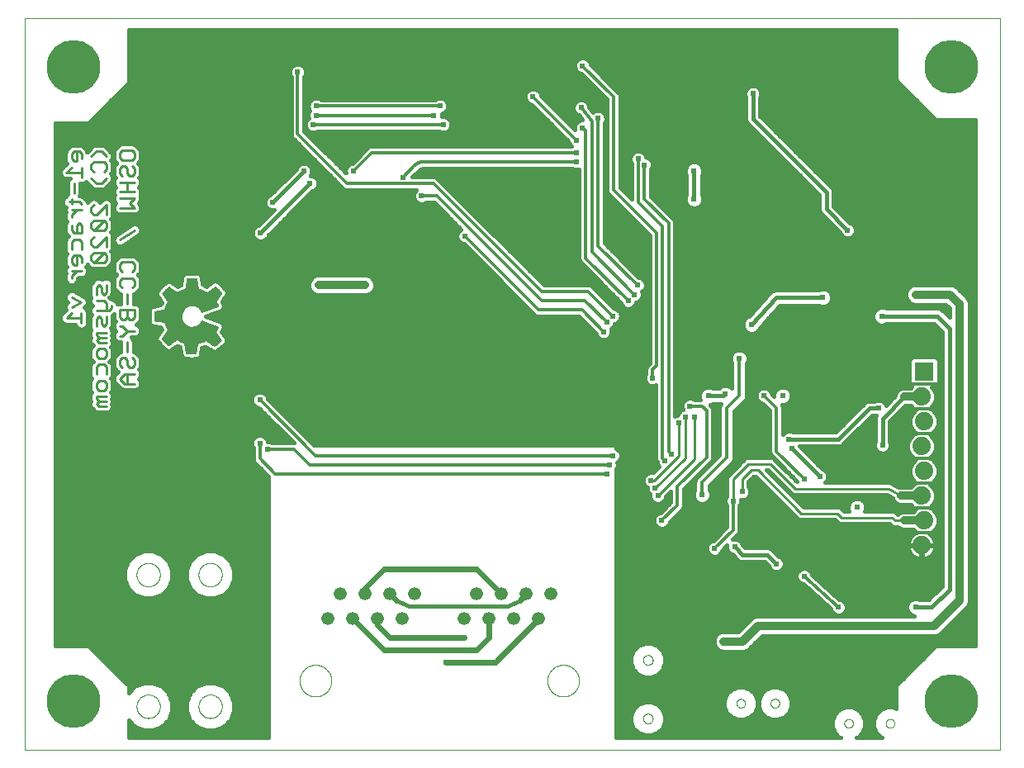
<source format=gbl>
G75*
%MOIN*%
%OFA0B0*%
%FSLAX25Y25*%
%IPPOS*%
%LPD*%
%AMOC8*
5,1,8,0,0,1.08239X$1,22.5*
%
%ADD10C,0.00000*%
%ADD11C,0.01000*%
%ADD12C,0.01100*%
%ADD13C,0.05250*%
%ADD14R,0.07400X0.07400*%
%ADD15C,0.07400*%
%ADD16C,0.00200*%
%ADD17C,0.01600*%
%ADD18C,0.02381*%
%ADD19C,0.01200*%
%ADD20C,0.02400*%
%ADD21C,0.03200*%
%ADD22C,0.01575*%
%ADD23C,0.02400*%
%ADD24C,0.21654*%
D10*
X0004252Y0015829D02*
X0004252Y0311104D01*
X0397953Y0311104D01*
X0397953Y0015829D01*
X0004252Y0015829D01*
X0049528Y0033329D02*
X0049530Y0033466D01*
X0049536Y0033604D01*
X0049546Y0033741D01*
X0049560Y0033877D01*
X0049578Y0034014D01*
X0049600Y0034149D01*
X0049626Y0034284D01*
X0049655Y0034418D01*
X0049689Y0034552D01*
X0049726Y0034684D01*
X0049768Y0034815D01*
X0049813Y0034945D01*
X0049862Y0035073D01*
X0049914Y0035200D01*
X0049971Y0035325D01*
X0050030Y0035449D01*
X0050094Y0035571D01*
X0050161Y0035691D01*
X0050231Y0035809D01*
X0050305Y0035925D01*
X0050382Y0036039D01*
X0050463Y0036150D01*
X0050546Y0036259D01*
X0050633Y0036366D01*
X0050723Y0036469D01*
X0050816Y0036571D01*
X0050912Y0036669D01*
X0051010Y0036765D01*
X0051112Y0036858D01*
X0051215Y0036948D01*
X0051322Y0037035D01*
X0051431Y0037118D01*
X0051542Y0037199D01*
X0051656Y0037276D01*
X0051772Y0037350D01*
X0051890Y0037420D01*
X0052010Y0037487D01*
X0052132Y0037551D01*
X0052256Y0037610D01*
X0052381Y0037667D01*
X0052508Y0037719D01*
X0052636Y0037768D01*
X0052766Y0037813D01*
X0052897Y0037855D01*
X0053029Y0037892D01*
X0053163Y0037926D01*
X0053297Y0037955D01*
X0053432Y0037981D01*
X0053567Y0038003D01*
X0053704Y0038021D01*
X0053840Y0038035D01*
X0053977Y0038045D01*
X0054115Y0038051D01*
X0054252Y0038053D01*
X0054389Y0038051D01*
X0054527Y0038045D01*
X0054664Y0038035D01*
X0054800Y0038021D01*
X0054937Y0038003D01*
X0055072Y0037981D01*
X0055207Y0037955D01*
X0055341Y0037926D01*
X0055475Y0037892D01*
X0055607Y0037855D01*
X0055738Y0037813D01*
X0055868Y0037768D01*
X0055996Y0037719D01*
X0056123Y0037667D01*
X0056248Y0037610D01*
X0056372Y0037551D01*
X0056494Y0037487D01*
X0056614Y0037420D01*
X0056732Y0037350D01*
X0056848Y0037276D01*
X0056962Y0037199D01*
X0057073Y0037118D01*
X0057182Y0037035D01*
X0057289Y0036948D01*
X0057392Y0036858D01*
X0057494Y0036765D01*
X0057592Y0036669D01*
X0057688Y0036571D01*
X0057781Y0036469D01*
X0057871Y0036366D01*
X0057958Y0036259D01*
X0058041Y0036150D01*
X0058122Y0036039D01*
X0058199Y0035925D01*
X0058273Y0035809D01*
X0058343Y0035691D01*
X0058410Y0035571D01*
X0058474Y0035449D01*
X0058533Y0035325D01*
X0058590Y0035200D01*
X0058642Y0035073D01*
X0058691Y0034945D01*
X0058736Y0034815D01*
X0058778Y0034684D01*
X0058815Y0034552D01*
X0058849Y0034418D01*
X0058878Y0034284D01*
X0058904Y0034149D01*
X0058926Y0034014D01*
X0058944Y0033877D01*
X0058958Y0033741D01*
X0058968Y0033604D01*
X0058974Y0033466D01*
X0058976Y0033329D01*
X0058974Y0033192D01*
X0058968Y0033054D01*
X0058958Y0032917D01*
X0058944Y0032781D01*
X0058926Y0032644D01*
X0058904Y0032509D01*
X0058878Y0032374D01*
X0058849Y0032240D01*
X0058815Y0032106D01*
X0058778Y0031974D01*
X0058736Y0031843D01*
X0058691Y0031713D01*
X0058642Y0031585D01*
X0058590Y0031458D01*
X0058533Y0031333D01*
X0058474Y0031209D01*
X0058410Y0031087D01*
X0058343Y0030967D01*
X0058273Y0030849D01*
X0058199Y0030733D01*
X0058122Y0030619D01*
X0058041Y0030508D01*
X0057958Y0030399D01*
X0057871Y0030292D01*
X0057781Y0030189D01*
X0057688Y0030087D01*
X0057592Y0029989D01*
X0057494Y0029893D01*
X0057392Y0029800D01*
X0057289Y0029710D01*
X0057182Y0029623D01*
X0057073Y0029540D01*
X0056962Y0029459D01*
X0056848Y0029382D01*
X0056732Y0029308D01*
X0056614Y0029238D01*
X0056494Y0029171D01*
X0056372Y0029107D01*
X0056248Y0029048D01*
X0056123Y0028991D01*
X0055996Y0028939D01*
X0055868Y0028890D01*
X0055738Y0028845D01*
X0055607Y0028803D01*
X0055475Y0028766D01*
X0055341Y0028732D01*
X0055207Y0028703D01*
X0055072Y0028677D01*
X0054937Y0028655D01*
X0054800Y0028637D01*
X0054664Y0028623D01*
X0054527Y0028613D01*
X0054389Y0028607D01*
X0054252Y0028605D01*
X0054115Y0028607D01*
X0053977Y0028613D01*
X0053840Y0028623D01*
X0053704Y0028637D01*
X0053567Y0028655D01*
X0053432Y0028677D01*
X0053297Y0028703D01*
X0053163Y0028732D01*
X0053029Y0028766D01*
X0052897Y0028803D01*
X0052766Y0028845D01*
X0052636Y0028890D01*
X0052508Y0028939D01*
X0052381Y0028991D01*
X0052256Y0029048D01*
X0052132Y0029107D01*
X0052010Y0029171D01*
X0051890Y0029238D01*
X0051772Y0029308D01*
X0051656Y0029382D01*
X0051542Y0029459D01*
X0051431Y0029540D01*
X0051322Y0029623D01*
X0051215Y0029710D01*
X0051112Y0029800D01*
X0051010Y0029893D01*
X0050912Y0029989D01*
X0050816Y0030087D01*
X0050723Y0030189D01*
X0050633Y0030292D01*
X0050546Y0030399D01*
X0050463Y0030508D01*
X0050382Y0030619D01*
X0050305Y0030733D01*
X0050231Y0030849D01*
X0050161Y0030967D01*
X0050094Y0031087D01*
X0050030Y0031209D01*
X0049971Y0031333D01*
X0049914Y0031458D01*
X0049862Y0031585D01*
X0049813Y0031713D01*
X0049768Y0031843D01*
X0049726Y0031974D01*
X0049689Y0032106D01*
X0049655Y0032240D01*
X0049626Y0032374D01*
X0049600Y0032509D01*
X0049578Y0032644D01*
X0049560Y0032781D01*
X0049546Y0032917D01*
X0049536Y0033054D01*
X0049530Y0033192D01*
X0049528Y0033329D01*
X0074528Y0033329D02*
X0074530Y0033466D01*
X0074536Y0033604D01*
X0074546Y0033741D01*
X0074560Y0033877D01*
X0074578Y0034014D01*
X0074600Y0034149D01*
X0074626Y0034284D01*
X0074655Y0034418D01*
X0074689Y0034552D01*
X0074726Y0034684D01*
X0074768Y0034815D01*
X0074813Y0034945D01*
X0074862Y0035073D01*
X0074914Y0035200D01*
X0074971Y0035325D01*
X0075030Y0035449D01*
X0075094Y0035571D01*
X0075161Y0035691D01*
X0075231Y0035809D01*
X0075305Y0035925D01*
X0075382Y0036039D01*
X0075463Y0036150D01*
X0075546Y0036259D01*
X0075633Y0036366D01*
X0075723Y0036469D01*
X0075816Y0036571D01*
X0075912Y0036669D01*
X0076010Y0036765D01*
X0076112Y0036858D01*
X0076215Y0036948D01*
X0076322Y0037035D01*
X0076431Y0037118D01*
X0076542Y0037199D01*
X0076656Y0037276D01*
X0076772Y0037350D01*
X0076890Y0037420D01*
X0077010Y0037487D01*
X0077132Y0037551D01*
X0077256Y0037610D01*
X0077381Y0037667D01*
X0077508Y0037719D01*
X0077636Y0037768D01*
X0077766Y0037813D01*
X0077897Y0037855D01*
X0078029Y0037892D01*
X0078163Y0037926D01*
X0078297Y0037955D01*
X0078432Y0037981D01*
X0078567Y0038003D01*
X0078704Y0038021D01*
X0078840Y0038035D01*
X0078977Y0038045D01*
X0079115Y0038051D01*
X0079252Y0038053D01*
X0079389Y0038051D01*
X0079527Y0038045D01*
X0079664Y0038035D01*
X0079800Y0038021D01*
X0079937Y0038003D01*
X0080072Y0037981D01*
X0080207Y0037955D01*
X0080341Y0037926D01*
X0080475Y0037892D01*
X0080607Y0037855D01*
X0080738Y0037813D01*
X0080868Y0037768D01*
X0080996Y0037719D01*
X0081123Y0037667D01*
X0081248Y0037610D01*
X0081372Y0037551D01*
X0081494Y0037487D01*
X0081614Y0037420D01*
X0081732Y0037350D01*
X0081848Y0037276D01*
X0081962Y0037199D01*
X0082073Y0037118D01*
X0082182Y0037035D01*
X0082289Y0036948D01*
X0082392Y0036858D01*
X0082494Y0036765D01*
X0082592Y0036669D01*
X0082688Y0036571D01*
X0082781Y0036469D01*
X0082871Y0036366D01*
X0082958Y0036259D01*
X0083041Y0036150D01*
X0083122Y0036039D01*
X0083199Y0035925D01*
X0083273Y0035809D01*
X0083343Y0035691D01*
X0083410Y0035571D01*
X0083474Y0035449D01*
X0083533Y0035325D01*
X0083590Y0035200D01*
X0083642Y0035073D01*
X0083691Y0034945D01*
X0083736Y0034815D01*
X0083778Y0034684D01*
X0083815Y0034552D01*
X0083849Y0034418D01*
X0083878Y0034284D01*
X0083904Y0034149D01*
X0083926Y0034014D01*
X0083944Y0033877D01*
X0083958Y0033741D01*
X0083968Y0033604D01*
X0083974Y0033466D01*
X0083976Y0033329D01*
X0083974Y0033192D01*
X0083968Y0033054D01*
X0083958Y0032917D01*
X0083944Y0032781D01*
X0083926Y0032644D01*
X0083904Y0032509D01*
X0083878Y0032374D01*
X0083849Y0032240D01*
X0083815Y0032106D01*
X0083778Y0031974D01*
X0083736Y0031843D01*
X0083691Y0031713D01*
X0083642Y0031585D01*
X0083590Y0031458D01*
X0083533Y0031333D01*
X0083474Y0031209D01*
X0083410Y0031087D01*
X0083343Y0030967D01*
X0083273Y0030849D01*
X0083199Y0030733D01*
X0083122Y0030619D01*
X0083041Y0030508D01*
X0082958Y0030399D01*
X0082871Y0030292D01*
X0082781Y0030189D01*
X0082688Y0030087D01*
X0082592Y0029989D01*
X0082494Y0029893D01*
X0082392Y0029800D01*
X0082289Y0029710D01*
X0082182Y0029623D01*
X0082073Y0029540D01*
X0081962Y0029459D01*
X0081848Y0029382D01*
X0081732Y0029308D01*
X0081614Y0029238D01*
X0081494Y0029171D01*
X0081372Y0029107D01*
X0081248Y0029048D01*
X0081123Y0028991D01*
X0080996Y0028939D01*
X0080868Y0028890D01*
X0080738Y0028845D01*
X0080607Y0028803D01*
X0080475Y0028766D01*
X0080341Y0028732D01*
X0080207Y0028703D01*
X0080072Y0028677D01*
X0079937Y0028655D01*
X0079800Y0028637D01*
X0079664Y0028623D01*
X0079527Y0028613D01*
X0079389Y0028607D01*
X0079252Y0028605D01*
X0079115Y0028607D01*
X0078977Y0028613D01*
X0078840Y0028623D01*
X0078704Y0028637D01*
X0078567Y0028655D01*
X0078432Y0028677D01*
X0078297Y0028703D01*
X0078163Y0028732D01*
X0078029Y0028766D01*
X0077897Y0028803D01*
X0077766Y0028845D01*
X0077636Y0028890D01*
X0077508Y0028939D01*
X0077381Y0028991D01*
X0077256Y0029048D01*
X0077132Y0029107D01*
X0077010Y0029171D01*
X0076890Y0029238D01*
X0076772Y0029308D01*
X0076656Y0029382D01*
X0076542Y0029459D01*
X0076431Y0029540D01*
X0076322Y0029623D01*
X0076215Y0029710D01*
X0076112Y0029800D01*
X0076010Y0029893D01*
X0075912Y0029989D01*
X0075816Y0030087D01*
X0075723Y0030189D01*
X0075633Y0030292D01*
X0075546Y0030399D01*
X0075463Y0030508D01*
X0075382Y0030619D01*
X0075305Y0030733D01*
X0075231Y0030849D01*
X0075161Y0030967D01*
X0075094Y0031087D01*
X0075030Y0031209D01*
X0074971Y0031333D01*
X0074914Y0031458D01*
X0074862Y0031585D01*
X0074813Y0031713D01*
X0074768Y0031843D01*
X0074726Y0031974D01*
X0074689Y0032106D01*
X0074655Y0032240D01*
X0074626Y0032374D01*
X0074600Y0032509D01*
X0074578Y0032644D01*
X0074560Y0032781D01*
X0074546Y0032917D01*
X0074536Y0033054D01*
X0074530Y0033192D01*
X0074528Y0033329D01*
X0115352Y0043703D02*
X0115354Y0043863D01*
X0115360Y0044022D01*
X0115370Y0044181D01*
X0115384Y0044340D01*
X0115402Y0044499D01*
X0115423Y0044657D01*
X0115449Y0044814D01*
X0115479Y0044971D01*
X0115512Y0045127D01*
X0115550Y0045282D01*
X0115591Y0045436D01*
X0115636Y0045589D01*
X0115685Y0045741D01*
X0115738Y0045892D01*
X0115794Y0046041D01*
X0115855Y0046189D01*
X0115918Y0046335D01*
X0115986Y0046480D01*
X0116057Y0046623D01*
X0116131Y0046764D01*
X0116209Y0046903D01*
X0116291Y0047040D01*
X0116376Y0047175D01*
X0116464Y0047308D01*
X0116556Y0047439D01*
X0116650Y0047567D01*
X0116748Y0047693D01*
X0116849Y0047817D01*
X0116953Y0047938D01*
X0117060Y0048056D01*
X0117170Y0048172D01*
X0117283Y0048285D01*
X0117399Y0048395D01*
X0117517Y0048502D01*
X0117638Y0048606D01*
X0117762Y0048707D01*
X0117888Y0048805D01*
X0118016Y0048899D01*
X0118147Y0048991D01*
X0118280Y0049079D01*
X0118415Y0049164D01*
X0118552Y0049246D01*
X0118691Y0049324D01*
X0118832Y0049398D01*
X0118975Y0049469D01*
X0119120Y0049537D01*
X0119266Y0049600D01*
X0119414Y0049661D01*
X0119563Y0049717D01*
X0119714Y0049770D01*
X0119866Y0049819D01*
X0120019Y0049864D01*
X0120173Y0049905D01*
X0120328Y0049943D01*
X0120484Y0049976D01*
X0120641Y0050006D01*
X0120798Y0050032D01*
X0120956Y0050053D01*
X0121115Y0050071D01*
X0121274Y0050085D01*
X0121433Y0050095D01*
X0121592Y0050101D01*
X0121752Y0050103D01*
X0121912Y0050101D01*
X0122071Y0050095D01*
X0122230Y0050085D01*
X0122389Y0050071D01*
X0122548Y0050053D01*
X0122706Y0050032D01*
X0122863Y0050006D01*
X0123020Y0049976D01*
X0123176Y0049943D01*
X0123331Y0049905D01*
X0123485Y0049864D01*
X0123638Y0049819D01*
X0123790Y0049770D01*
X0123941Y0049717D01*
X0124090Y0049661D01*
X0124238Y0049600D01*
X0124384Y0049537D01*
X0124529Y0049469D01*
X0124672Y0049398D01*
X0124813Y0049324D01*
X0124952Y0049246D01*
X0125089Y0049164D01*
X0125224Y0049079D01*
X0125357Y0048991D01*
X0125488Y0048899D01*
X0125616Y0048805D01*
X0125742Y0048707D01*
X0125866Y0048606D01*
X0125987Y0048502D01*
X0126105Y0048395D01*
X0126221Y0048285D01*
X0126334Y0048172D01*
X0126444Y0048056D01*
X0126551Y0047938D01*
X0126655Y0047817D01*
X0126756Y0047693D01*
X0126854Y0047567D01*
X0126948Y0047439D01*
X0127040Y0047308D01*
X0127128Y0047175D01*
X0127213Y0047040D01*
X0127295Y0046903D01*
X0127373Y0046764D01*
X0127447Y0046623D01*
X0127518Y0046480D01*
X0127586Y0046335D01*
X0127649Y0046189D01*
X0127710Y0046041D01*
X0127766Y0045892D01*
X0127819Y0045741D01*
X0127868Y0045589D01*
X0127913Y0045436D01*
X0127954Y0045282D01*
X0127992Y0045127D01*
X0128025Y0044971D01*
X0128055Y0044814D01*
X0128081Y0044657D01*
X0128102Y0044499D01*
X0128120Y0044340D01*
X0128134Y0044181D01*
X0128144Y0044022D01*
X0128150Y0043863D01*
X0128152Y0043703D01*
X0128150Y0043543D01*
X0128144Y0043384D01*
X0128134Y0043225D01*
X0128120Y0043066D01*
X0128102Y0042907D01*
X0128081Y0042749D01*
X0128055Y0042592D01*
X0128025Y0042435D01*
X0127992Y0042279D01*
X0127954Y0042124D01*
X0127913Y0041970D01*
X0127868Y0041817D01*
X0127819Y0041665D01*
X0127766Y0041514D01*
X0127710Y0041365D01*
X0127649Y0041217D01*
X0127586Y0041071D01*
X0127518Y0040926D01*
X0127447Y0040783D01*
X0127373Y0040642D01*
X0127295Y0040503D01*
X0127213Y0040366D01*
X0127128Y0040231D01*
X0127040Y0040098D01*
X0126948Y0039967D01*
X0126854Y0039839D01*
X0126756Y0039713D01*
X0126655Y0039589D01*
X0126551Y0039468D01*
X0126444Y0039350D01*
X0126334Y0039234D01*
X0126221Y0039121D01*
X0126105Y0039011D01*
X0125987Y0038904D01*
X0125866Y0038800D01*
X0125742Y0038699D01*
X0125616Y0038601D01*
X0125488Y0038507D01*
X0125357Y0038415D01*
X0125224Y0038327D01*
X0125089Y0038242D01*
X0124952Y0038160D01*
X0124813Y0038082D01*
X0124672Y0038008D01*
X0124529Y0037937D01*
X0124384Y0037869D01*
X0124238Y0037806D01*
X0124090Y0037745D01*
X0123941Y0037689D01*
X0123790Y0037636D01*
X0123638Y0037587D01*
X0123485Y0037542D01*
X0123331Y0037501D01*
X0123176Y0037463D01*
X0123020Y0037430D01*
X0122863Y0037400D01*
X0122706Y0037374D01*
X0122548Y0037353D01*
X0122389Y0037335D01*
X0122230Y0037321D01*
X0122071Y0037311D01*
X0121912Y0037305D01*
X0121752Y0037303D01*
X0121592Y0037305D01*
X0121433Y0037311D01*
X0121274Y0037321D01*
X0121115Y0037335D01*
X0120956Y0037353D01*
X0120798Y0037374D01*
X0120641Y0037400D01*
X0120484Y0037430D01*
X0120328Y0037463D01*
X0120173Y0037501D01*
X0120019Y0037542D01*
X0119866Y0037587D01*
X0119714Y0037636D01*
X0119563Y0037689D01*
X0119414Y0037745D01*
X0119266Y0037806D01*
X0119120Y0037869D01*
X0118975Y0037937D01*
X0118832Y0038008D01*
X0118691Y0038082D01*
X0118552Y0038160D01*
X0118415Y0038242D01*
X0118280Y0038327D01*
X0118147Y0038415D01*
X0118016Y0038507D01*
X0117888Y0038601D01*
X0117762Y0038699D01*
X0117638Y0038800D01*
X0117517Y0038904D01*
X0117399Y0039011D01*
X0117283Y0039121D01*
X0117170Y0039234D01*
X0117060Y0039350D01*
X0116953Y0039468D01*
X0116849Y0039589D01*
X0116748Y0039713D01*
X0116650Y0039839D01*
X0116556Y0039967D01*
X0116464Y0040098D01*
X0116376Y0040231D01*
X0116291Y0040366D01*
X0116209Y0040503D01*
X0116131Y0040642D01*
X0116057Y0040783D01*
X0115986Y0040926D01*
X0115918Y0041071D01*
X0115855Y0041217D01*
X0115794Y0041365D01*
X0115738Y0041514D01*
X0115685Y0041665D01*
X0115636Y0041817D01*
X0115591Y0041970D01*
X0115550Y0042124D01*
X0115512Y0042279D01*
X0115479Y0042435D01*
X0115449Y0042592D01*
X0115423Y0042749D01*
X0115402Y0042907D01*
X0115384Y0043066D01*
X0115370Y0043225D01*
X0115360Y0043384D01*
X0115354Y0043543D01*
X0115352Y0043703D01*
X0074528Y0086478D02*
X0074530Y0086615D01*
X0074536Y0086753D01*
X0074546Y0086890D01*
X0074560Y0087026D01*
X0074578Y0087163D01*
X0074600Y0087298D01*
X0074626Y0087433D01*
X0074655Y0087567D01*
X0074689Y0087701D01*
X0074726Y0087833D01*
X0074768Y0087964D01*
X0074813Y0088094D01*
X0074862Y0088222D01*
X0074914Y0088349D01*
X0074971Y0088474D01*
X0075030Y0088598D01*
X0075094Y0088720D01*
X0075161Y0088840D01*
X0075231Y0088958D01*
X0075305Y0089074D01*
X0075382Y0089188D01*
X0075463Y0089299D01*
X0075546Y0089408D01*
X0075633Y0089515D01*
X0075723Y0089618D01*
X0075816Y0089720D01*
X0075912Y0089818D01*
X0076010Y0089914D01*
X0076112Y0090007D01*
X0076215Y0090097D01*
X0076322Y0090184D01*
X0076431Y0090267D01*
X0076542Y0090348D01*
X0076656Y0090425D01*
X0076772Y0090499D01*
X0076890Y0090569D01*
X0077010Y0090636D01*
X0077132Y0090700D01*
X0077256Y0090759D01*
X0077381Y0090816D01*
X0077508Y0090868D01*
X0077636Y0090917D01*
X0077766Y0090962D01*
X0077897Y0091004D01*
X0078029Y0091041D01*
X0078163Y0091075D01*
X0078297Y0091104D01*
X0078432Y0091130D01*
X0078567Y0091152D01*
X0078704Y0091170D01*
X0078840Y0091184D01*
X0078977Y0091194D01*
X0079115Y0091200D01*
X0079252Y0091202D01*
X0079389Y0091200D01*
X0079527Y0091194D01*
X0079664Y0091184D01*
X0079800Y0091170D01*
X0079937Y0091152D01*
X0080072Y0091130D01*
X0080207Y0091104D01*
X0080341Y0091075D01*
X0080475Y0091041D01*
X0080607Y0091004D01*
X0080738Y0090962D01*
X0080868Y0090917D01*
X0080996Y0090868D01*
X0081123Y0090816D01*
X0081248Y0090759D01*
X0081372Y0090700D01*
X0081494Y0090636D01*
X0081614Y0090569D01*
X0081732Y0090499D01*
X0081848Y0090425D01*
X0081962Y0090348D01*
X0082073Y0090267D01*
X0082182Y0090184D01*
X0082289Y0090097D01*
X0082392Y0090007D01*
X0082494Y0089914D01*
X0082592Y0089818D01*
X0082688Y0089720D01*
X0082781Y0089618D01*
X0082871Y0089515D01*
X0082958Y0089408D01*
X0083041Y0089299D01*
X0083122Y0089188D01*
X0083199Y0089074D01*
X0083273Y0088958D01*
X0083343Y0088840D01*
X0083410Y0088720D01*
X0083474Y0088598D01*
X0083533Y0088474D01*
X0083590Y0088349D01*
X0083642Y0088222D01*
X0083691Y0088094D01*
X0083736Y0087964D01*
X0083778Y0087833D01*
X0083815Y0087701D01*
X0083849Y0087567D01*
X0083878Y0087433D01*
X0083904Y0087298D01*
X0083926Y0087163D01*
X0083944Y0087026D01*
X0083958Y0086890D01*
X0083968Y0086753D01*
X0083974Y0086615D01*
X0083976Y0086478D01*
X0083974Y0086341D01*
X0083968Y0086203D01*
X0083958Y0086066D01*
X0083944Y0085930D01*
X0083926Y0085793D01*
X0083904Y0085658D01*
X0083878Y0085523D01*
X0083849Y0085389D01*
X0083815Y0085255D01*
X0083778Y0085123D01*
X0083736Y0084992D01*
X0083691Y0084862D01*
X0083642Y0084734D01*
X0083590Y0084607D01*
X0083533Y0084482D01*
X0083474Y0084358D01*
X0083410Y0084236D01*
X0083343Y0084116D01*
X0083273Y0083998D01*
X0083199Y0083882D01*
X0083122Y0083768D01*
X0083041Y0083657D01*
X0082958Y0083548D01*
X0082871Y0083441D01*
X0082781Y0083338D01*
X0082688Y0083236D01*
X0082592Y0083138D01*
X0082494Y0083042D01*
X0082392Y0082949D01*
X0082289Y0082859D01*
X0082182Y0082772D01*
X0082073Y0082689D01*
X0081962Y0082608D01*
X0081848Y0082531D01*
X0081732Y0082457D01*
X0081614Y0082387D01*
X0081494Y0082320D01*
X0081372Y0082256D01*
X0081248Y0082197D01*
X0081123Y0082140D01*
X0080996Y0082088D01*
X0080868Y0082039D01*
X0080738Y0081994D01*
X0080607Y0081952D01*
X0080475Y0081915D01*
X0080341Y0081881D01*
X0080207Y0081852D01*
X0080072Y0081826D01*
X0079937Y0081804D01*
X0079800Y0081786D01*
X0079664Y0081772D01*
X0079527Y0081762D01*
X0079389Y0081756D01*
X0079252Y0081754D01*
X0079115Y0081756D01*
X0078977Y0081762D01*
X0078840Y0081772D01*
X0078704Y0081786D01*
X0078567Y0081804D01*
X0078432Y0081826D01*
X0078297Y0081852D01*
X0078163Y0081881D01*
X0078029Y0081915D01*
X0077897Y0081952D01*
X0077766Y0081994D01*
X0077636Y0082039D01*
X0077508Y0082088D01*
X0077381Y0082140D01*
X0077256Y0082197D01*
X0077132Y0082256D01*
X0077010Y0082320D01*
X0076890Y0082387D01*
X0076772Y0082457D01*
X0076656Y0082531D01*
X0076542Y0082608D01*
X0076431Y0082689D01*
X0076322Y0082772D01*
X0076215Y0082859D01*
X0076112Y0082949D01*
X0076010Y0083042D01*
X0075912Y0083138D01*
X0075816Y0083236D01*
X0075723Y0083338D01*
X0075633Y0083441D01*
X0075546Y0083548D01*
X0075463Y0083657D01*
X0075382Y0083768D01*
X0075305Y0083882D01*
X0075231Y0083998D01*
X0075161Y0084116D01*
X0075094Y0084236D01*
X0075030Y0084358D01*
X0074971Y0084482D01*
X0074914Y0084607D01*
X0074862Y0084734D01*
X0074813Y0084862D01*
X0074768Y0084992D01*
X0074726Y0085123D01*
X0074689Y0085255D01*
X0074655Y0085389D01*
X0074626Y0085523D01*
X0074600Y0085658D01*
X0074578Y0085793D01*
X0074560Y0085930D01*
X0074546Y0086066D01*
X0074536Y0086203D01*
X0074530Y0086341D01*
X0074528Y0086478D01*
X0049528Y0086478D02*
X0049530Y0086615D01*
X0049536Y0086753D01*
X0049546Y0086890D01*
X0049560Y0087026D01*
X0049578Y0087163D01*
X0049600Y0087298D01*
X0049626Y0087433D01*
X0049655Y0087567D01*
X0049689Y0087701D01*
X0049726Y0087833D01*
X0049768Y0087964D01*
X0049813Y0088094D01*
X0049862Y0088222D01*
X0049914Y0088349D01*
X0049971Y0088474D01*
X0050030Y0088598D01*
X0050094Y0088720D01*
X0050161Y0088840D01*
X0050231Y0088958D01*
X0050305Y0089074D01*
X0050382Y0089188D01*
X0050463Y0089299D01*
X0050546Y0089408D01*
X0050633Y0089515D01*
X0050723Y0089618D01*
X0050816Y0089720D01*
X0050912Y0089818D01*
X0051010Y0089914D01*
X0051112Y0090007D01*
X0051215Y0090097D01*
X0051322Y0090184D01*
X0051431Y0090267D01*
X0051542Y0090348D01*
X0051656Y0090425D01*
X0051772Y0090499D01*
X0051890Y0090569D01*
X0052010Y0090636D01*
X0052132Y0090700D01*
X0052256Y0090759D01*
X0052381Y0090816D01*
X0052508Y0090868D01*
X0052636Y0090917D01*
X0052766Y0090962D01*
X0052897Y0091004D01*
X0053029Y0091041D01*
X0053163Y0091075D01*
X0053297Y0091104D01*
X0053432Y0091130D01*
X0053567Y0091152D01*
X0053704Y0091170D01*
X0053840Y0091184D01*
X0053977Y0091194D01*
X0054115Y0091200D01*
X0054252Y0091202D01*
X0054389Y0091200D01*
X0054527Y0091194D01*
X0054664Y0091184D01*
X0054800Y0091170D01*
X0054937Y0091152D01*
X0055072Y0091130D01*
X0055207Y0091104D01*
X0055341Y0091075D01*
X0055475Y0091041D01*
X0055607Y0091004D01*
X0055738Y0090962D01*
X0055868Y0090917D01*
X0055996Y0090868D01*
X0056123Y0090816D01*
X0056248Y0090759D01*
X0056372Y0090700D01*
X0056494Y0090636D01*
X0056614Y0090569D01*
X0056732Y0090499D01*
X0056848Y0090425D01*
X0056962Y0090348D01*
X0057073Y0090267D01*
X0057182Y0090184D01*
X0057289Y0090097D01*
X0057392Y0090007D01*
X0057494Y0089914D01*
X0057592Y0089818D01*
X0057688Y0089720D01*
X0057781Y0089618D01*
X0057871Y0089515D01*
X0057958Y0089408D01*
X0058041Y0089299D01*
X0058122Y0089188D01*
X0058199Y0089074D01*
X0058273Y0088958D01*
X0058343Y0088840D01*
X0058410Y0088720D01*
X0058474Y0088598D01*
X0058533Y0088474D01*
X0058590Y0088349D01*
X0058642Y0088222D01*
X0058691Y0088094D01*
X0058736Y0087964D01*
X0058778Y0087833D01*
X0058815Y0087701D01*
X0058849Y0087567D01*
X0058878Y0087433D01*
X0058904Y0087298D01*
X0058926Y0087163D01*
X0058944Y0087026D01*
X0058958Y0086890D01*
X0058968Y0086753D01*
X0058974Y0086615D01*
X0058976Y0086478D01*
X0058974Y0086341D01*
X0058968Y0086203D01*
X0058958Y0086066D01*
X0058944Y0085930D01*
X0058926Y0085793D01*
X0058904Y0085658D01*
X0058878Y0085523D01*
X0058849Y0085389D01*
X0058815Y0085255D01*
X0058778Y0085123D01*
X0058736Y0084992D01*
X0058691Y0084862D01*
X0058642Y0084734D01*
X0058590Y0084607D01*
X0058533Y0084482D01*
X0058474Y0084358D01*
X0058410Y0084236D01*
X0058343Y0084116D01*
X0058273Y0083998D01*
X0058199Y0083882D01*
X0058122Y0083768D01*
X0058041Y0083657D01*
X0057958Y0083548D01*
X0057871Y0083441D01*
X0057781Y0083338D01*
X0057688Y0083236D01*
X0057592Y0083138D01*
X0057494Y0083042D01*
X0057392Y0082949D01*
X0057289Y0082859D01*
X0057182Y0082772D01*
X0057073Y0082689D01*
X0056962Y0082608D01*
X0056848Y0082531D01*
X0056732Y0082457D01*
X0056614Y0082387D01*
X0056494Y0082320D01*
X0056372Y0082256D01*
X0056248Y0082197D01*
X0056123Y0082140D01*
X0055996Y0082088D01*
X0055868Y0082039D01*
X0055738Y0081994D01*
X0055607Y0081952D01*
X0055475Y0081915D01*
X0055341Y0081881D01*
X0055207Y0081852D01*
X0055072Y0081826D01*
X0054937Y0081804D01*
X0054800Y0081786D01*
X0054664Y0081772D01*
X0054527Y0081762D01*
X0054389Y0081756D01*
X0054252Y0081754D01*
X0054115Y0081756D01*
X0053977Y0081762D01*
X0053840Y0081772D01*
X0053704Y0081786D01*
X0053567Y0081804D01*
X0053432Y0081826D01*
X0053297Y0081852D01*
X0053163Y0081881D01*
X0053029Y0081915D01*
X0052897Y0081952D01*
X0052766Y0081994D01*
X0052636Y0082039D01*
X0052508Y0082088D01*
X0052381Y0082140D01*
X0052256Y0082197D01*
X0052132Y0082256D01*
X0052010Y0082320D01*
X0051890Y0082387D01*
X0051772Y0082457D01*
X0051656Y0082531D01*
X0051542Y0082608D01*
X0051431Y0082689D01*
X0051322Y0082772D01*
X0051215Y0082859D01*
X0051112Y0082949D01*
X0051010Y0083042D01*
X0050912Y0083138D01*
X0050816Y0083236D01*
X0050723Y0083338D01*
X0050633Y0083441D01*
X0050546Y0083548D01*
X0050463Y0083657D01*
X0050382Y0083768D01*
X0050305Y0083882D01*
X0050231Y0083998D01*
X0050161Y0084116D01*
X0050094Y0084236D01*
X0050030Y0084358D01*
X0049971Y0084482D01*
X0049914Y0084607D01*
X0049862Y0084734D01*
X0049813Y0084862D01*
X0049768Y0084992D01*
X0049726Y0085123D01*
X0049689Y0085255D01*
X0049655Y0085389D01*
X0049626Y0085523D01*
X0049600Y0085658D01*
X0049578Y0085793D01*
X0049560Y0085930D01*
X0049546Y0086066D01*
X0049536Y0086203D01*
X0049530Y0086341D01*
X0049528Y0086478D01*
X0215352Y0043703D02*
X0215354Y0043863D01*
X0215360Y0044022D01*
X0215370Y0044181D01*
X0215384Y0044340D01*
X0215402Y0044499D01*
X0215423Y0044657D01*
X0215449Y0044814D01*
X0215479Y0044971D01*
X0215512Y0045127D01*
X0215550Y0045282D01*
X0215591Y0045436D01*
X0215636Y0045589D01*
X0215685Y0045741D01*
X0215738Y0045892D01*
X0215794Y0046041D01*
X0215855Y0046189D01*
X0215918Y0046335D01*
X0215986Y0046480D01*
X0216057Y0046623D01*
X0216131Y0046764D01*
X0216209Y0046903D01*
X0216291Y0047040D01*
X0216376Y0047175D01*
X0216464Y0047308D01*
X0216556Y0047439D01*
X0216650Y0047567D01*
X0216748Y0047693D01*
X0216849Y0047817D01*
X0216953Y0047938D01*
X0217060Y0048056D01*
X0217170Y0048172D01*
X0217283Y0048285D01*
X0217399Y0048395D01*
X0217517Y0048502D01*
X0217638Y0048606D01*
X0217762Y0048707D01*
X0217888Y0048805D01*
X0218016Y0048899D01*
X0218147Y0048991D01*
X0218280Y0049079D01*
X0218415Y0049164D01*
X0218552Y0049246D01*
X0218691Y0049324D01*
X0218832Y0049398D01*
X0218975Y0049469D01*
X0219120Y0049537D01*
X0219266Y0049600D01*
X0219414Y0049661D01*
X0219563Y0049717D01*
X0219714Y0049770D01*
X0219866Y0049819D01*
X0220019Y0049864D01*
X0220173Y0049905D01*
X0220328Y0049943D01*
X0220484Y0049976D01*
X0220641Y0050006D01*
X0220798Y0050032D01*
X0220956Y0050053D01*
X0221115Y0050071D01*
X0221274Y0050085D01*
X0221433Y0050095D01*
X0221592Y0050101D01*
X0221752Y0050103D01*
X0221912Y0050101D01*
X0222071Y0050095D01*
X0222230Y0050085D01*
X0222389Y0050071D01*
X0222548Y0050053D01*
X0222706Y0050032D01*
X0222863Y0050006D01*
X0223020Y0049976D01*
X0223176Y0049943D01*
X0223331Y0049905D01*
X0223485Y0049864D01*
X0223638Y0049819D01*
X0223790Y0049770D01*
X0223941Y0049717D01*
X0224090Y0049661D01*
X0224238Y0049600D01*
X0224384Y0049537D01*
X0224529Y0049469D01*
X0224672Y0049398D01*
X0224813Y0049324D01*
X0224952Y0049246D01*
X0225089Y0049164D01*
X0225224Y0049079D01*
X0225357Y0048991D01*
X0225488Y0048899D01*
X0225616Y0048805D01*
X0225742Y0048707D01*
X0225866Y0048606D01*
X0225987Y0048502D01*
X0226105Y0048395D01*
X0226221Y0048285D01*
X0226334Y0048172D01*
X0226444Y0048056D01*
X0226551Y0047938D01*
X0226655Y0047817D01*
X0226756Y0047693D01*
X0226854Y0047567D01*
X0226948Y0047439D01*
X0227040Y0047308D01*
X0227128Y0047175D01*
X0227213Y0047040D01*
X0227295Y0046903D01*
X0227373Y0046764D01*
X0227447Y0046623D01*
X0227518Y0046480D01*
X0227586Y0046335D01*
X0227649Y0046189D01*
X0227710Y0046041D01*
X0227766Y0045892D01*
X0227819Y0045741D01*
X0227868Y0045589D01*
X0227913Y0045436D01*
X0227954Y0045282D01*
X0227992Y0045127D01*
X0228025Y0044971D01*
X0228055Y0044814D01*
X0228081Y0044657D01*
X0228102Y0044499D01*
X0228120Y0044340D01*
X0228134Y0044181D01*
X0228144Y0044022D01*
X0228150Y0043863D01*
X0228152Y0043703D01*
X0228150Y0043543D01*
X0228144Y0043384D01*
X0228134Y0043225D01*
X0228120Y0043066D01*
X0228102Y0042907D01*
X0228081Y0042749D01*
X0228055Y0042592D01*
X0228025Y0042435D01*
X0227992Y0042279D01*
X0227954Y0042124D01*
X0227913Y0041970D01*
X0227868Y0041817D01*
X0227819Y0041665D01*
X0227766Y0041514D01*
X0227710Y0041365D01*
X0227649Y0041217D01*
X0227586Y0041071D01*
X0227518Y0040926D01*
X0227447Y0040783D01*
X0227373Y0040642D01*
X0227295Y0040503D01*
X0227213Y0040366D01*
X0227128Y0040231D01*
X0227040Y0040098D01*
X0226948Y0039967D01*
X0226854Y0039839D01*
X0226756Y0039713D01*
X0226655Y0039589D01*
X0226551Y0039468D01*
X0226444Y0039350D01*
X0226334Y0039234D01*
X0226221Y0039121D01*
X0226105Y0039011D01*
X0225987Y0038904D01*
X0225866Y0038800D01*
X0225742Y0038699D01*
X0225616Y0038601D01*
X0225488Y0038507D01*
X0225357Y0038415D01*
X0225224Y0038327D01*
X0225089Y0038242D01*
X0224952Y0038160D01*
X0224813Y0038082D01*
X0224672Y0038008D01*
X0224529Y0037937D01*
X0224384Y0037869D01*
X0224238Y0037806D01*
X0224090Y0037745D01*
X0223941Y0037689D01*
X0223790Y0037636D01*
X0223638Y0037587D01*
X0223485Y0037542D01*
X0223331Y0037501D01*
X0223176Y0037463D01*
X0223020Y0037430D01*
X0222863Y0037400D01*
X0222706Y0037374D01*
X0222548Y0037353D01*
X0222389Y0037335D01*
X0222230Y0037321D01*
X0222071Y0037311D01*
X0221912Y0037305D01*
X0221752Y0037303D01*
X0221592Y0037305D01*
X0221433Y0037311D01*
X0221274Y0037321D01*
X0221115Y0037335D01*
X0220956Y0037353D01*
X0220798Y0037374D01*
X0220641Y0037400D01*
X0220484Y0037430D01*
X0220328Y0037463D01*
X0220173Y0037501D01*
X0220019Y0037542D01*
X0219866Y0037587D01*
X0219714Y0037636D01*
X0219563Y0037689D01*
X0219414Y0037745D01*
X0219266Y0037806D01*
X0219120Y0037869D01*
X0218975Y0037937D01*
X0218832Y0038008D01*
X0218691Y0038082D01*
X0218552Y0038160D01*
X0218415Y0038242D01*
X0218280Y0038327D01*
X0218147Y0038415D01*
X0218016Y0038507D01*
X0217888Y0038601D01*
X0217762Y0038699D01*
X0217638Y0038800D01*
X0217517Y0038904D01*
X0217399Y0039011D01*
X0217283Y0039121D01*
X0217170Y0039234D01*
X0217060Y0039350D01*
X0216953Y0039468D01*
X0216849Y0039589D01*
X0216748Y0039713D01*
X0216650Y0039839D01*
X0216556Y0039967D01*
X0216464Y0040098D01*
X0216376Y0040231D01*
X0216291Y0040366D01*
X0216209Y0040503D01*
X0216131Y0040642D01*
X0216057Y0040783D01*
X0215986Y0040926D01*
X0215918Y0041071D01*
X0215855Y0041217D01*
X0215794Y0041365D01*
X0215738Y0041514D01*
X0215685Y0041665D01*
X0215636Y0041817D01*
X0215591Y0041970D01*
X0215550Y0042124D01*
X0215512Y0042279D01*
X0215479Y0042435D01*
X0215449Y0042592D01*
X0215423Y0042749D01*
X0215402Y0042907D01*
X0215384Y0043066D01*
X0215370Y0043225D01*
X0215360Y0043384D01*
X0215354Y0043543D01*
X0215352Y0043703D01*
X0253971Y0052014D02*
X0253973Y0052102D01*
X0253979Y0052190D01*
X0253989Y0052278D01*
X0254003Y0052366D01*
X0254020Y0052452D01*
X0254042Y0052538D01*
X0254067Y0052622D01*
X0254097Y0052706D01*
X0254129Y0052788D01*
X0254166Y0052868D01*
X0254206Y0052947D01*
X0254250Y0053024D01*
X0254297Y0053099D01*
X0254347Y0053171D01*
X0254401Y0053242D01*
X0254457Y0053309D01*
X0254517Y0053375D01*
X0254579Y0053437D01*
X0254645Y0053497D01*
X0254712Y0053553D01*
X0254783Y0053607D01*
X0254855Y0053657D01*
X0254930Y0053704D01*
X0255007Y0053748D01*
X0255086Y0053788D01*
X0255166Y0053825D01*
X0255248Y0053857D01*
X0255332Y0053887D01*
X0255416Y0053912D01*
X0255502Y0053934D01*
X0255588Y0053951D01*
X0255676Y0053965D01*
X0255764Y0053975D01*
X0255852Y0053981D01*
X0255940Y0053983D01*
X0256028Y0053981D01*
X0256116Y0053975D01*
X0256204Y0053965D01*
X0256292Y0053951D01*
X0256378Y0053934D01*
X0256464Y0053912D01*
X0256548Y0053887D01*
X0256632Y0053857D01*
X0256714Y0053825D01*
X0256794Y0053788D01*
X0256873Y0053748D01*
X0256950Y0053704D01*
X0257025Y0053657D01*
X0257097Y0053607D01*
X0257168Y0053553D01*
X0257235Y0053497D01*
X0257301Y0053437D01*
X0257363Y0053375D01*
X0257423Y0053309D01*
X0257479Y0053242D01*
X0257533Y0053171D01*
X0257583Y0053099D01*
X0257630Y0053024D01*
X0257674Y0052947D01*
X0257714Y0052868D01*
X0257751Y0052788D01*
X0257783Y0052706D01*
X0257813Y0052622D01*
X0257838Y0052538D01*
X0257860Y0052452D01*
X0257877Y0052366D01*
X0257891Y0052278D01*
X0257901Y0052190D01*
X0257907Y0052102D01*
X0257909Y0052014D01*
X0257907Y0051926D01*
X0257901Y0051838D01*
X0257891Y0051750D01*
X0257877Y0051662D01*
X0257860Y0051576D01*
X0257838Y0051490D01*
X0257813Y0051406D01*
X0257783Y0051322D01*
X0257751Y0051240D01*
X0257714Y0051160D01*
X0257674Y0051081D01*
X0257630Y0051004D01*
X0257583Y0050929D01*
X0257533Y0050857D01*
X0257479Y0050786D01*
X0257423Y0050719D01*
X0257363Y0050653D01*
X0257301Y0050591D01*
X0257235Y0050531D01*
X0257168Y0050475D01*
X0257097Y0050421D01*
X0257025Y0050371D01*
X0256950Y0050324D01*
X0256873Y0050280D01*
X0256794Y0050240D01*
X0256714Y0050203D01*
X0256632Y0050171D01*
X0256548Y0050141D01*
X0256464Y0050116D01*
X0256378Y0050094D01*
X0256292Y0050077D01*
X0256204Y0050063D01*
X0256116Y0050053D01*
X0256028Y0050047D01*
X0255940Y0050045D01*
X0255852Y0050047D01*
X0255764Y0050053D01*
X0255676Y0050063D01*
X0255588Y0050077D01*
X0255502Y0050094D01*
X0255416Y0050116D01*
X0255332Y0050141D01*
X0255248Y0050171D01*
X0255166Y0050203D01*
X0255086Y0050240D01*
X0255007Y0050280D01*
X0254930Y0050324D01*
X0254855Y0050371D01*
X0254783Y0050421D01*
X0254712Y0050475D01*
X0254645Y0050531D01*
X0254579Y0050591D01*
X0254517Y0050653D01*
X0254457Y0050719D01*
X0254401Y0050786D01*
X0254347Y0050857D01*
X0254297Y0050929D01*
X0254250Y0051004D01*
X0254206Y0051081D01*
X0254166Y0051160D01*
X0254129Y0051240D01*
X0254097Y0051322D01*
X0254067Y0051406D01*
X0254042Y0051490D01*
X0254020Y0051576D01*
X0254003Y0051662D01*
X0253989Y0051750D01*
X0253979Y0051838D01*
X0253973Y0051926D01*
X0253971Y0052014D01*
X0253971Y0028394D02*
X0253973Y0028482D01*
X0253979Y0028570D01*
X0253989Y0028658D01*
X0254003Y0028746D01*
X0254020Y0028832D01*
X0254042Y0028918D01*
X0254067Y0029002D01*
X0254097Y0029086D01*
X0254129Y0029168D01*
X0254166Y0029248D01*
X0254206Y0029327D01*
X0254250Y0029404D01*
X0254297Y0029479D01*
X0254347Y0029551D01*
X0254401Y0029622D01*
X0254457Y0029689D01*
X0254517Y0029755D01*
X0254579Y0029817D01*
X0254645Y0029877D01*
X0254712Y0029933D01*
X0254783Y0029987D01*
X0254855Y0030037D01*
X0254930Y0030084D01*
X0255007Y0030128D01*
X0255086Y0030168D01*
X0255166Y0030205D01*
X0255248Y0030237D01*
X0255332Y0030267D01*
X0255416Y0030292D01*
X0255502Y0030314D01*
X0255588Y0030331D01*
X0255676Y0030345D01*
X0255764Y0030355D01*
X0255852Y0030361D01*
X0255940Y0030363D01*
X0256028Y0030361D01*
X0256116Y0030355D01*
X0256204Y0030345D01*
X0256292Y0030331D01*
X0256378Y0030314D01*
X0256464Y0030292D01*
X0256548Y0030267D01*
X0256632Y0030237D01*
X0256714Y0030205D01*
X0256794Y0030168D01*
X0256873Y0030128D01*
X0256950Y0030084D01*
X0257025Y0030037D01*
X0257097Y0029987D01*
X0257168Y0029933D01*
X0257235Y0029877D01*
X0257301Y0029817D01*
X0257363Y0029755D01*
X0257423Y0029689D01*
X0257479Y0029622D01*
X0257533Y0029551D01*
X0257583Y0029479D01*
X0257630Y0029404D01*
X0257674Y0029327D01*
X0257714Y0029248D01*
X0257751Y0029168D01*
X0257783Y0029086D01*
X0257813Y0029002D01*
X0257838Y0028918D01*
X0257860Y0028832D01*
X0257877Y0028746D01*
X0257891Y0028658D01*
X0257901Y0028570D01*
X0257907Y0028482D01*
X0257909Y0028394D01*
X0257907Y0028306D01*
X0257901Y0028218D01*
X0257891Y0028130D01*
X0257877Y0028042D01*
X0257860Y0027956D01*
X0257838Y0027870D01*
X0257813Y0027786D01*
X0257783Y0027702D01*
X0257751Y0027620D01*
X0257714Y0027540D01*
X0257674Y0027461D01*
X0257630Y0027384D01*
X0257583Y0027309D01*
X0257533Y0027237D01*
X0257479Y0027166D01*
X0257423Y0027099D01*
X0257363Y0027033D01*
X0257301Y0026971D01*
X0257235Y0026911D01*
X0257168Y0026855D01*
X0257097Y0026801D01*
X0257025Y0026751D01*
X0256950Y0026704D01*
X0256873Y0026660D01*
X0256794Y0026620D01*
X0256714Y0026583D01*
X0256632Y0026551D01*
X0256548Y0026521D01*
X0256464Y0026496D01*
X0256378Y0026474D01*
X0256292Y0026457D01*
X0256204Y0026443D01*
X0256116Y0026433D01*
X0256028Y0026427D01*
X0255940Y0026425D01*
X0255852Y0026427D01*
X0255764Y0026433D01*
X0255676Y0026443D01*
X0255588Y0026457D01*
X0255502Y0026474D01*
X0255416Y0026496D01*
X0255332Y0026521D01*
X0255248Y0026551D01*
X0255166Y0026583D01*
X0255086Y0026620D01*
X0255007Y0026660D01*
X0254930Y0026704D01*
X0254855Y0026751D01*
X0254783Y0026801D01*
X0254712Y0026855D01*
X0254645Y0026911D01*
X0254579Y0026971D01*
X0254517Y0027033D01*
X0254457Y0027099D01*
X0254401Y0027166D01*
X0254347Y0027237D01*
X0254297Y0027309D01*
X0254250Y0027384D01*
X0254206Y0027461D01*
X0254166Y0027540D01*
X0254129Y0027620D01*
X0254097Y0027702D01*
X0254067Y0027786D01*
X0254042Y0027870D01*
X0254020Y0027956D01*
X0254003Y0028042D01*
X0253989Y0028130D01*
X0253979Y0028218D01*
X0253973Y0028306D01*
X0253971Y0028394D01*
X0291654Y0034579D02*
X0291656Y0034663D01*
X0291662Y0034746D01*
X0291672Y0034829D01*
X0291686Y0034912D01*
X0291703Y0034994D01*
X0291725Y0035075D01*
X0291750Y0035154D01*
X0291779Y0035233D01*
X0291812Y0035310D01*
X0291848Y0035385D01*
X0291888Y0035459D01*
X0291931Y0035531D01*
X0291978Y0035600D01*
X0292028Y0035667D01*
X0292081Y0035732D01*
X0292137Y0035794D01*
X0292195Y0035854D01*
X0292257Y0035911D01*
X0292321Y0035964D01*
X0292388Y0036015D01*
X0292457Y0036062D01*
X0292528Y0036107D01*
X0292601Y0036147D01*
X0292676Y0036184D01*
X0292753Y0036218D01*
X0292831Y0036248D01*
X0292910Y0036274D01*
X0292991Y0036297D01*
X0293073Y0036315D01*
X0293155Y0036330D01*
X0293238Y0036341D01*
X0293321Y0036348D01*
X0293405Y0036351D01*
X0293489Y0036350D01*
X0293572Y0036345D01*
X0293656Y0036336D01*
X0293738Y0036323D01*
X0293820Y0036307D01*
X0293901Y0036286D01*
X0293982Y0036262D01*
X0294060Y0036234D01*
X0294138Y0036202D01*
X0294214Y0036166D01*
X0294288Y0036127D01*
X0294360Y0036085D01*
X0294430Y0036039D01*
X0294498Y0035990D01*
X0294563Y0035938D01*
X0294626Y0035883D01*
X0294686Y0035825D01*
X0294744Y0035764D01*
X0294798Y0035700D01*
X0294850Y0035634D01*
X0294898Y0035566D01*
X0294943Y0035495D01*
X0294984Y0035422D01*
X0295023Y0035348D01*
X0295057Y0035272D01*
X0295088Y0035194D01*
X0295115Y0035115D01*
X0295139Y0035034D01*
X0295158Y0034953D01*
X0295174Y0034871D01*
X0295186Y0034788D01*
X0295194Y0034704D01*
X0295198Y0034621D01*
X0295198Y0034537D01*
X0295194Y0034454D01*
X0295186Y0034370D01*
X0295174Y0034287D01*
X0295158Y0034205D01*
X0295139Y0034124D01*
X0295115Y0034043D01*
X0295088Y0033964D01*
X0295057Y0033886D01*
X0295023Y0033810D01*
X0294984Y0033736D01*
X0294943Y0033663D01*
X0294898Y0033592D01*
X0294850Y0033524D01*
X0294798Y0033458D01*
X0294744Y0033394D01*
X0294686Y0033333D01*
X0294626Y0033275D01*
X0294563Y0033220D01*
X0294498Y0033168D01*
X0294430Y0033119D01*
X0294360Y0033073D01*
X0294288Y0033031D01*
X0294214Y0032992D01*
X0294138Y0032956D01*
X0294060Y0032924D01*
X0293982Y0032896D01*
X0293901Y0032872D01*
X0293820Y0032851D01*
X0293738Y0032835D01*
X0293656Y0032822D01*
X0293572Y0032813D01*
X0293489Y0032808D01*
X0293405Y0032807D01*
X0293321Y0032810D01*
X0293238Y0032817D01*
X0293155Y0032828D01*
X0293073Y0032843D01*
X0292991Y0032861D01*
X0292910Y0032884D01*
X0292831Y0032910D01*
X0292753Y0032940D01*
X0292676Y0032974D01*
X0292601Y0033011D01*
X0292528Y0033051D01*
X0292457Y0033096D01*
X0292388Y0033143D01*
X0292321Y0033194D01*
X0292257Y0033247D01*
X0292195Y0033304D01*
X0292137Y0033364D01*
X0292081Y0033426D01*
X0292028Y0033491D01*
X0291978Y0033558D01*
X0291931Y0033627D01*
X0291888Y0033699D01*
X0291848Y0033773D01*
X0291812Y0033848D01*
X0291779Y0033925D01*
X0291750Y0034004D01*
X0291725Y0034083D01*
X0291703Y0034164D01*
X0291686Y0034246D01*
X0291672Y0034329D01*
X0291662Y0034412D01*
X0291656Y0034495D01*
X0291654Y0034579D01*
X0305433Y0034579D02*
X0305435Y0034663D01*
X0305441Y0034746D01*
X0305451Y0034829D01*
X0305465Y0034912D01*
X0305482Y0034994D01*
X0305504Y0035075D01*
X0305529Y0035154D01*
X0305558Y0035233D01*
X0305591Y0035310D01*
X0305627Y0035385D01*
X0305667Y0035459D01*
X0305710Y0035531D01*
X0305757Y0035600D01*
X0305807Y0035667D01*
X0305860Y0035732D01*
X0305916Y0035794D01*
X0305974Y0035854D01*
X0306036Y0035911D01*
X0306100Y0035964D01*
X0306167Y0036015D01*
X0306236Y0036062D01*
X0306307Y0036107D01*
X0306380Y0036147D01*
X0306455Y0036184D01*
X0306532Y0036218D01*
X0306610Y0036248D01*
X0306689Y0036274D01*
X0306770Y0036297D01*
X0306852Y0036315D01*
X0306934Y0036330D01*
X0307017Y0036341D01*
X0307100Y0036348D01*
X0307184Y0036351D01*
X0307268Y0036350D01*
X0307351Y0036345D01*
X0307435Y0036336D01*
X0307517Y0036323D01*
X0307599Y0036307D01*
X0307680Y0036286D01*
X0307761Y0036262D01*
X0307839Y0036234D01*
X0307917Y0036202D01*
X0307993Y0036166D01*
X0308067Y0036127D01*
X0308139Y0036085D01*
X0308209Y0036039D01*
X0308277Y0035990D01*
X0308342Y0035938D01*
X0308405Y0035883D01*
X0308465Y0035825D01*
X0308523Y0035764D01*
X0308577Y0035700D01*
X0308629Y0035634D01*
X0308677Y0035566D01*
X0308722Y0035495D01*
X0308763Y0035422D01*
X0308802Y0035348D01*
X0308836Y0035272D01*
X0308867Y0035194D01*
X0308894Y0035115D01*
X0308918Y0035034D01*
X0308937Y0034953D01*
X0308953Y0034871D01*
X0308965Y0034788D01*
X0308973Y0034704D01*
X0308977Y0034621D01*
X0308977Y0034537D01*
X0308973Y0034454D01*
X0308965Y0034370D01*
X0308953Y0034287D01*
X0308937Y0034205D01*
X0308918Y0034124D01*
X0308894Y0034043D01*
X0308867Y0033964D01*
X0308836Y0033886D01*
X0308802Y0033810D01*
X0308763Y0033736D01*
X0308722Y0033663D01*
X0308677Y0033592D01*
X0308629Y0033524D01*
X0308577Y0033458D01*
X0308523Y0033394D01*
X0308465Y0033333D01*
X0308405Y0033275D01*
X0308342Y0033220D01*
X0308277Y0033168D01*
X0308209Y0033119D01*
X0308139Y0033073D01*
X0308067Y0033031D01*
X0307993Y0032992D01*
X0307917Y0032956D01*
X0307839Y0032924D01*
X0307761Y0032896D01*
X0307680Y0032872D01*
X0307599Y0032851D01*
X0307517Y0032835D01*
X0307435Y0032822D01*
X0307351Y0032813D01*
X0307268Y0032808D01*
X0307184Y0032807D01*
X0307100Y0032810D01*
X0307017Y0032817D01*
X0306934Y0032828D01*
X0306852Y0032843D01*
X0306770Y0032861D01*
X0306689Y0032884D01*
X0306610Y0032910D01*
X0306532Y0032940D01*
X0306455Y0032974D01*
X0306380Y0033011D01*
X0306307Y0033051D01*
X0306236Y0033096D01*
X0306167Y0033143D01*
X0306100Y0033194D01*
X0306036Y0033247D01*
X0305974Y0033304D01*
X0305916Y0033364D01*
X0305860Y0033426D01*
X0305807Y0033491D01*
X0305757Y0033558D01*
X0305710Y0033627D01*
X0305667Y0033699D01*
X0305627Y0033773D01*
X0305591Y0033848D01*
X0305558Y0033925D01*
X0305529Y0034004D01*
X0305504Y0034083D01*
X0305482Y0034164D01*
X0305465Y0034246D01*
X0305451Y0034329D01*
X0305441Y0034412D01*
X0305435Y0034495D01*
X0305433Y0034579D01*
X0335177Y0026454D02*
X0335179Y0026538D01*
X0335185Y0026621D01*
X0335195Y0026704D01*
X0335209Y0026787D01*
X0335226Y0026869D01*
X0335248Y0026950D01*
X0335273Y0027029D01*
X0335302Y0027108D01*
X0335335Y0027185D01*
X0335371Y0027260D01*
X0335411Y0027334D01*
X0335454Y0027406D01*
X0335501Y0027475D01*
X0335551Y0027542D01*
X0335604Y0027607D01*
X0335660Y0027669D01*
X0335718Y0027729D01*
X0335780Y0027786D01*
X0335844Y0027839D01*
X0335911Y0027890D01*
X0335980Y0027937D01*
X0336051Y0027982D01*
X0336124Y0028022D01*
X0336199Y0028059D01*
X0336276Y0028093D01*
X0336354Y0028123D01*
X0336433Y0028149D01*
X0336514Y0028172D01*
X0336596Y0028190D01*
X0336678Y0028205D01*
X0336761Y0028216D01*
X0336844Y0028223D01*
X0336928Y0028226D01*
X0337012Y0028225D01*
X0337095Y0028220D01*
X0337179Y0028211D01*
X0337261Y0028198D01*
X0337343Y0028182D01*
X0337424Y0028161D01*
X0337505Y0028137D01*
X0337583Y0028109D01*
X0337661Y0028077D01*
X0337737Y0028041D01*
X0337811Y0028002D01*
X0337883Y0027960D01*
X0337953Y0027914D01*
X0338021Y0027865D01*
X0338086Y0027813D01*
X0338149Y0027758D01*
X0338209Y0027700D01*
X0338267Y0027639D01*
X0338321Y0027575D01*
X0338373Y0027509D01*
X0338421Y0027441D01*
X0338466Y0027370D01*
X0338507Y0027297D01*
X0338546Y0027223D01*
X0338580Y0027147D01*
X0338611Y0027069D01*
X0338638Y0026990D01*
X0338662Y0026909D01*
X0338681Y0026828D01*
X0338697Y0026746D01*
X0338709Y0026663D01*
X0338717Y0026579D01*
X0338721Y0026496D01*
X0338721Y0026412D01*
X0338717Y0026329D01*
X0338709Y0026245D01*
X0338697Y0026162D01*
X0338681Y0026080D01*
X0338662Y0025999D01*
X0338638Y0025918D01*
X0338611Y0025839D01*
X0338580Y0025761D01*
X0338546Y0025685D01*
X0338507Y0025611D01*
X0338466Y0025538D01*
X0338421Y0025467D01*
X0338373Y0025399D01*
X0338321Y0025333D01*
X0338267Y0025269D01*
X0338209Y0025208D01*
X0338149Y0025150D01*
X0338086Y0025095D01*
X0338021Y0025043D01*
X0337953Y0024994D01*
X0337883Y0024948D01*
X0337811Y0024906D01*
X0337737Y0024867D01*
X0337661Y0024831D01*
X0337583Y0024799D01*
X0337505Y0024771D01*
X0337424Y0024747D01*
X0337343Y0024726D01*
X0337261Y0024710D01*
X0337179Y0024697D01*
X0337095Y0024688D01*
X0337012Y0024683D01*
X0336928Y0024682D01*
X0336844Y0024685D01*
X0336761Y0024692D01*
X0336678Y0024703D01*
X0336596Y0024718D01*
X0336514Y0024736D01*
X0336433Y0024759D01*
X0336354Y0024785D01*
X0336276Y0024815D01*
X0336199Y0024849D01*
X0336124Y0024886D01*
X0336051Y0024926D01*
X0335980Y0024971D01*
X0335911Y0025018D01*
X0335844Y0025069D01*
X0335780Y0025122D01*
X0335718Y0025179D01*
X0335660Y0025239D01*
X0335604Y0025301D01*
X0335551Y0025366D01*
X0335501Y0025433D01*
X0335454Y0025502D01*
X0335411Y0025574D01*
X0335371Y0025648D01*
X0335335Y0025723D01*
X0335302Y0025800D01*
X0335273Y0025879D01*
X0335248Y0025958D01*
X0335226Y0026039D01*
X0335209Y0026121D01*
X0335195Y0026204D01*
X0335185Y0026287D01*
X0335179Y0026370D01*
X0335177Y0026454D01*
X0351909Y0026454D02*
X0351911Y0026538D01*
X0351917Y0026621D01*
X0351927Y0026704D01*
X0351941Y0026787D01*
X0351958Y0026869D01*
X0351980Y0026950D01*
X0352005Y0027029D01*
X0352034Y0027108D01*
X0352067Y0027185D01*
X0352103Y0027260D01*
X0352143Y0027334D01*
X0352186Y0027406D01*
X0352233Y0027475D01*
X0352283Y0027542D01*
X0352336Y0027607D01*
X0352392Y0027669D01*
X0352450Y0027729D01*
X0352512Y0027786D01*
X0352576Y0027839D01*
X0352643Y0027890D01*
X0352712Y0027937D01*
X0352783Y0027982D01*
X0352856Y0028022D01*
X0352931Y0028059D01*
X0353008Y0028093D01*
X0353086Y0028123D01*
X0353165Y0028149D01*
X0353246Y0028172D01*
X0353328Y0028190D01*
X0353410Y0028205D01*
X0353493Y0028216D01*
X0353576Y0028223D01*
X0353660Y0028226D01*
X0353744Y0028225D01*
X0353827Y0028220D01*
X0353911Y0028211D01*
X0353993Y0028198D01*
X0354075Y0028182D01*
X0354156Y0028161D01*
X0354237Y0028137D01*
X0354315Y0028109D01*
X0354393Y0028077D01*
X0354469Y0028041D01*
X0354543Y0028002D01*
X0354615Y0027960D01*
X0354685Y0027914D01*
X0354753Y0027865D01*
X0354818Y0027813D01*
X0354881Y0027758D01*
X0354941Y0027700D01*
X0354999Y0027639D01*
X0355053Y0027575D01*
X0355105Y0027509D01*
X0355153Y0027441D01*
X0355198Y0027370D01*
X0355239Y0027297D01*
X0355278Y0027223D01*
X0355312Y0027147D01*
X0355343Y0027069D01*
X0355370Y0026990D01*
X0355394Y0026909D01*
X0355413Y0026828D01*
X0355429Y0026746D01*
X0355441Y0026663D01*
X0355449Y0026579D01*
X0355453Y0026496D01*
X0355453Y0026412D01*
X0355449Y0026329D01*
X0355441Y0026245D01*
X0355429Y0026162D01*
X0355413Y0026080D01*
X0355394Y0025999D01*
X0355370Y0025918D01*
X0355343Y0025839D01*
X0355312Y0025761D01*
X0355278Y0025685D01*
X0355239Y0025611D01*
X0355198Y0025538D01*
X0355153Y0025467D01*
X0355105Y0025399D01*
X0355053Y0025333D01*
X0354999Y0025269D01*
X0354941Y0025208D01*
X0354881Y0025150D01*
X0354818Y0025095D01*
X0354753Y0025043D01*
X0354685Y0024994D01*
X0354615Y0024948D01*
X0354543Y0024906D01*
X0354469Y0024867D01*
X0354393Y0024831D01*
X0354315Y0024799D01*
X0354237Y0024771D01*
X0354156Y0024747D01*
X0354075Y0024726D01*
X0353993Y0024710D01*
X0353911Y0024697D01*
X0353827Y0024688D01*
X0353744Y0024683D01*
X0353660Y0024682D01*
X0353576Y0024685D01*
X0353493Y0024692D01*
X0353410Y0024703D01*
X0353328Y0024718D01*
X0353246Y0024736D01*
X0353165Y0024759D01*
X0353086Y0024785D01*
X0353008Y0024815D01*
X0352931Y0024849D01*
X0352856Y0024886D01*
X0352783Y0024926D01*
X0352712Y0024971D01*
X0352643Y0025018D01*
X0352576Y0025069D01*
X0352512Y0025122D01*
X0352450Y0025179D01*
X0352392Y0025239D01*
X0352336Y0025301D01*
X0352283Y0025366D01*
X0352233Y0025433D01*
X0352186Y0025502D01*
X0352143Y0025574D01*
X0352103Y0025648D01*
X0352067Y0025723D01*
X0352034Y0025800D01*
X0352005Y0025879D01*
X0351980Y0025958D01*
X0351958Y0026039D01*
X0351941Y0026121D01*
X0351927Y0026204D01*
X0351917Y0026287D01*
X0351911Y0026370D01*
X0351909Y0026454D01*
D11*
X0355660Y0108329D02*
X0359410Y0108329D01*
X0355660Y0108329D02*
X0354410Y0109579D01*
X0334065Y0109579D01*
X0332441Y0111203D01*
X0317815Y0111203D01*
X0300315Y0128703D01*
X0297589Y0128703D01*
X0294065Y0125179D01*
X0294065Y0119953D01*
X0290315Y0116203D02*
X0290315Y0124953D01*
X0296565Y0131203D01*
X0305315Y0131203D01*
X0315315Y0121203D01*
X0353160Y0121203D01*
X0358160Y0118329D01*
X0274690Y0133078D02*
X0259941Y0118329D01*
X0258814Y0121454D02*
X0270940Y0133580D01*
X0270940Y0149953D01*
X0268440Y0147704D02*
X0268440Y0134579D01*
X0258440Y0124579D01*
X0257190Y0124579D01*
X0274690Y0133078D02*
X0274690Y0149953D01*
X0037246Y0154485D02*
X0034243Y0154485D01*
X0033242Y0155486D01*
X0034243Y0156486D01*
X0037246Y0156486D01*
X0037246Y0158488D02*
X0033242Y0158488D01*
X0033242Y0157487D01*
X0034243Y0156486D01*
X0034243Y0160930D02*
X0033242Y0161931D01*
X0033242Y0163933D01*
X0034243Y0164934D01*
X0036245Y0164934D01*
X0037246Y0163933D01*
X0037246Y0161931D01*
X0036245Y0160930D01*
X0034243Y0160930D01*
X0033242Y0167376D02*
X0033242Y0170378D01*
X0034243Y0171379D01*
X0036245Y0171379D01*
X0037246Y0170378D01*
X0037246Y0167376D01*
X0036245Y0173821D02*
X0034243Y0173821D01*
X0033242Y0174822D01*
X0033242Y0176824D01*
X0034243Y0177825D01*
X0036245Y0177825D01*
X0037246Y0176824D01*
X0037246Y0174822D01*
X0036245Y0173821D01*
X0037246Y0180267D02*
X0034243Y0180267D01*
X0033242Y0181268D01*
X0034243Y0182268D01*
X0037246Y0182268D01*
X0037246Y0184270D02*
X0033242Y0184270D01*
X0033242Y0183269D01*
X0034243Y0182268D01*
X0033242Y0186712D02*
X0033242Y0189715D01*
X0034243Y0190716D01*
X0035244Y0189715D01*
X0035244Y0187713D01*
X0036245Y0186712D01*
X0037246Y0187713D01*
X0037246Y0190716D01*
X0037246Y0193158D02*
X0037246Y0196160D01*
X0036245Y0197161D01*
X0033242Y0197161D01*
X0033242Y0199603D02*
X0033242Y0202606D01*
X0034243Y0203607D01*
X0035244Y0202606D01*
X0035244Y0200604D01*
X0036245Y0199603D01*
X0037246Y0200604D01*
X0037246Y0203607D01*
X0039247Y0195159D02*
X0039247Y0194159D01*
X0038246Y0193158D01*
X0033242Y0193158D01*
X0023242Y0205975D02*
X0023242Y0206976D01*
X0025244Y0208978D01*
X0027246Y0208978D02*
X0023242Y0208978D01*
X0024243Y0211420D02*
X0023242Y0212421D01*
X0023242Y0214423D01*
X0024243Y0215423D01*
X0026245Y0215423D01*
X0027246Y0214423D01*
X0027246Y0212421D01*
X0025244Y0211420D02*
X0025244Y0215423D01*
X0027246Y0217865D02*
X0027246Y0220868D01*
X0026245Y0221869D01*
X0024243Y0221869D01*
X0023242Y0220868D01*
X0023242Y0217865D01*
X0024243Y0211420D02*
X0025244Y0211420D01*
X0031240Y0213495D02*
X0031240Y0215497D01*
X0032241Y0216498D01*
X0036245Y0216498D01*
X0032241Y0212494D01*
X0036245Y0212494D01*
X0037246Y0213495D01*
X0037246Y0215497D01*
X0036245Y0216498D01*
X0037246Y0218940D02*
X0037246Y0222943D01*
X0033242Y0218940D01*
X0032241Y0218940D01*
X0031240Y0219941D01*
X0031240Y0221942D01*
X0032241Y0222943D01*
X0032241Y0225385D02*
X0036245Y0229389D01*
X0037246Y0228388D01*
X0037246Y0226386D01*
X0036245Y0225385D01*
X0032241Y0225385D01*
X0031240Y0226386D01*
X0031240Y0228388D01*
X0032241Y0229389D01*
X0036245Y0229389D01*
X0037246Y0231831D02*
X0037246Y0235834D01*
X0033242Y0231831D01*
X0032241Y0231831D01*
X0031240Y0232832D01*
X0031240Y0234833D01*
X0032241Y0235834D01*
X0027246Y0235981D02*
X0026245Y0236982D01*
X0022241Y0236982D01*
X0023242Y0237983D02*
X0023242Y0235981D01*
X0023242Y0233686D02*
X0027246Y0233686D01*
X0025244Y0233686D02*
X0023242Y0231684D01*
X0023242Y0230683D01*
X0023242Y0227314D02*
X0023242Y0225312D01*
X0024243Y0224311D01*
X0027246Y0224311D01*
X0027246Y0227314D01*
X0026245Y0228314D01*
X0025244Y0227314D01*
X0025244Y0224311D01*
X0031240Y0213495D02*
X0032241Y0212494D01*
X0024243Y0240425D02*
X0024243Y0244428D01*
X0027246Y0246870D02*
X0027246Y0250874D01*
X0027246Y0248872D02*
X0021240Y0248872D01*
X0023242Y0250874D01*
X0024243Y0253316D02*
X0023242Y0254317D01*
X0023242Y0256318D01*
X0024243Y0257319D01*
X0026245Y0257319D01*
X0027246Y0256318D01*
X0027246Y0254317D01*
X0025244Y0253316D02*
X0025244Y0257319D01*
X0025244Y0253316D02*
X0024243Y0253316D01*
X0031240Y0252021D02*
X0031240Y0250020D01*
X0032241Y0249019D01*
X0031240Y0246577D02*
X0033242Y0244575D01*
X0035244Y0244575D01*
X0037246Y0246577D01*
X0036245Y0249019D02*
X0037246Y0250020D01*
X0037246Y0252021D01*
X0036245Y0253022D01*
X0032241Y0253022D01*
X0031240Y0252021D01*
X0031240Y0255317D02*
X0033242Y0257319D01*
X0035244Y0257319D01*
X0037246Y0255317D01*
D12*
X0042797Y0254826D02*
X0043781Y0253842D01*
X0047718Y0253842D01*
X0048702Y0254826D01*
X0048702Y0256795D01*
X0047718Y0257779D01*
X0043781Y0257779D01*
X0042797Y0256795D01*
X0042797Y0254826D01*
X0043781Y0251333D02*
X0044766Y0251333D01*
X0045750Y0250349D01*
X0045750Y0248381D01*
X0046734Y0247397D01*
X0047718Y0247397D01*
X0048702Y0248381D01*
X0048702Y0250349D01*
X0047718Y0251333D01*
X0043781Y0251333D02*
X0042797Y0250349D01*
X0042797Y0248381D01*
X0043781Y0247397D01*
X0042797Y0244888D02*
X0048702Y0244888D01*
X0045750Y0244888D02*
X0045750Y0240951D01*
X0048702Y0240951D02*
X0042797Y0240951D01*
X0042797Y0238442D02*
X0048702Y0238442D01*
X0046734Y0236474D01*
X0048702Y0234506D01*
X0042797Y0234506D01*
X0048702Y0225551D02*
X0042797Y0221615D01*
X0043781Y0212660D02*
X0047718Y0212660D01*
X0048702Y0211676D01*
X0048702Y0209708D01*
X0047718Y0208724D01*
X0047718Y0206215D02*
X0043781Y0206215D01*
X0042797Y0205231D01*
X0042797Y0203262D01*
X0043781Y0202278D01*
X0045750Y0199769D02*
X0045750Y0195833D01*
X0045750Y0193324D02*
X0045750Y0190371D01*
X0046734Y0189387D01*
X0047718Y0189387D01*
X0048702Y0190371D01*
X0048702Y0193324D01*
X0042797Y0193324D01*
X0042797Y0190371D01*
X0043781Y0189387D01*
X0044766Y0189387D01*
X0045750Y0190371D01*
X0043781Y0186878D02*
X0045750Y0184910D01*
X0048702Y0184910D01*
X0045750Y0184910D02*
X0043781Y0182942D01*
X0042797Y0182942D01*
X0045750Y0180433D02*
X0045750Y0176496D01*
X0044766Y0173987D02*
X0043781Y0173987D01*
X0042797Y0173003D01*
X0042797Y0171035D01*
X0043781Y0170051D01*
X0045750Y0171035D02*
X0045750Y0173003D01*
X0044766Y0173987D01*
X0047718Y0173987D02*
X0048702Y0173003D01*
X0048702Y0171035D01*
X0047718Y0170051D01*
X0046734Y0170051D01*
X0045750Y0171035D01*
X0045750Y0167542D02*
X0045750Y0163605D01*
X0044766Y0163605D02*
X0048702Y0163605D01*
X0044766Y0163605D02*
X0042797Y0165573D01*
X0044766Y0167542D01*
X0048702Y0167542D01*
X0043781Y0186878D02*
X0042797Y0186878D01*
X0027196Y0188137D02*
X0027196Y0192074D01*
X0027196Y0190105D02*
X0021291Y0190105D01*
X0023259Y0192074D01*
X0023259Y0194582D02*
X0027196Y0196551D01*
X0023259Y0198519D01*
X0042797Y0209708D02*
X0042797Y0211676D01*
X0043781Y0212660D01*
X0042797Y0209708D02*
X0043781Y0208724D01*
X0047718Y0206215D02*
X0048702Y0205231D01*
X0048702Y0203262D01*
X0047718Y0202278D01*
D13*
X0131752Y0078703D03*
X0141752Y0078703D03*
X0151752Y0078703D03*
X0161752Y0078703D03*
X0156752Y0068703D03*
X0146752Y0068703D03*
X0136752Y0068703D03*
X0126752Y0068703D03*
X0181752Y0068703D03*
X0191752Y0068703D03*
X0201752Y0068703D03*
X0211752Y0068703D03*
X0206752Y0078703D03*
X0196752Y0078703D03*
X0186752Y0078703D03*
X0216752Y0078703D03*
D14*
X0367410Y0168329D03*
D15*
X0366410Y0158329D03*
X0367410Y0148329D03*
X0366410Y0138329D03*
X0367410Y0128329D03*
X0366410Y0118329D03*
X0367410Y0108329D03*
X0366410Y0098329D03*
D16*
X0083661Y0181157D02*
X0082361Y0179857D01*
X0080961Y0178657D01*
X0077361Y0181057D01*
X0076561Y0180557D01*
X0074761Y0179957D01*
X0074061Y0179757D01*
X0073361Y0175757D01*
X0072261Y0175657D01*
X0071361Y0175657D01*
X0070561Y0175757D01*
X0069561Y0175857D01*
X0068861Y0179957D01*
X0067761Y0180357D01*
X0067161Y0180557D01*
X0066461Y0180957D01*
X0065661Y0181457D01*
X0062461Y0178957D01*
X0061761Y0179557D01*
X0061061Y0180257D01*
X0059661Y0181857D01*
X0062061Y0185257D01*
X0061661Y0186157D01*
X0061261Y0186957D01*
X0060861Y0188357D01*
X0056761Y0188957D01*
X0056761Y0192757D01*
X0060861Y0193557D01*
X0061161Y0194657D01*
X0062161Y0196657D01*
X0059761Y0200057D01*
X0060361Y0200757D01*
X0061761Y0202157D01*
X0062461Y0202757D01*
X0065861Y0200457D01*
X0066761Y0200957D01*
X0067661Y0201357D01*
X0069261Y0201957D01*
X0069861Y0205957D01*
X0071061Y0206057D01*
X0073661Y0206057D01*
X0074361Y0201857D01*
X0075361Y0201657D01*
X0076361Y0201257D01*
X0077261Y0200857D01*
X0078061Y0200457D01*
X0081261Y0202857D01*
X0081961Y0202257D01*
X0083361Y0200857D01*
X0083861Y0200257D01*
X0081561Y0196857D01*
X0081961Y0196157D01*
X0082261Y0195457D01*
X0082561Y0194857D01*
X0075761Y0192457D01*
X0075424Y0193160D01*
X0074963Y0193789D01*
X0074394Y0194321D01*
X0073735Y0194738D01*
X0073010Y0195026D01*
X0072244Y0195174D01*
X0071464Y0195177D01*
X0070698Y0195035D01*
X0069971Y0194753D01*
X0069309Y0194341D01*
X0068735Y0193813D01*
X0068269Y0193187D01*
X0067928Y0192486D01*
X0067722Y0191734D01*
X0067661Y0190957D01*
X0067686Y0190166D01*
X0067859Y0189394D01*
X0068173Y0188669D01*
X0068619Y0188015D01*
X0069178Y0187456D01*
X0069833Y0187012D01*
X0070559Y0186699D01*
X0071331Y0186527D01*
X0072122Y0186504D01*
X0072903Y0186628D01*
X0073647Y0186898D01*
X0074327Y0187301D01*
X0074919Y0187825D01*
X0075403Y0188451D01*
X0075761Y0189157D01*
X0082461Y0186557D01*
X0081261Y0184457D01*
X0083661Y0181157D01*
X0083637Y0181189D02*
X0066089Y0181189D01*
X0065772Y0181387D02*
X0083493Y0181387D01*
X0083349Y0181586D02*
X0059898Y0181586D01*
X0059724Y0181784D02*
X0083204Y0181784D01*
X0083060Y0181983D02*
X0059750Y0181983D01*
X0059890Y0182181D02*
X0082915Y0182181D01*
X0082771Y0182380D02*
X0060030Y0182380D01*
X0060170Y0182578D02*
X0082627Y0182578D01*
X0082482Y0182777D02*
X0060310Y0182777D01*
X0060450Y0182975D02*
X0082338Y0182975D01*
X0082194Y0183174D02*
X0060590Y0183174D01*
X0060730Y0183372D02*
X0082049Y0183372D01*
X0081905Y0183571D02*
X0060871Y0183571D01*
X0061011Y0183769D02*
X0081760Y0183769D01*
X0081616Y0183968D02*
X0061151Y0183968D01*
X0061291Y0184166D02*
X0081472Y0184166D01*
X0081327Y0184365D02*
X0061431Y0184365D01*
X0061571Y0184563D02*
X0081322Y0184563D01*
X0081435Y0184762D02*
X0061711Y0184762D01*
X0061851Y0184960D02*
X0081548Y0184960D01*
X0081662Y0185159D02*
X0061992Y0185159D01*
X0062016Y0185357D02*
X0081775Y0185357D01*
X0081889Y0185556D02*
X0061928Y0185556D01*
X0061839Y0185754D02*
X0082002Y0185754D01*
X0082116Y0185953D02*
X0061751Y0185953D01*
X0061663Y0186151D02*
X0082229Y0186151D01*
X0082342Y0186350D02*
X0061564Y0186350D01*
X0061465Y0186548D02*
X0071237Y0186548D01*
X0070448Y0186747D02*
X0061365Y0186747D01*
X0061266Y0186945D02*
X0069988Y0186945D01*
X0069639Y0187144D02*
X0061207Y0187144D01*
X0061150Y0187343D02*
X0069346Y0187343D01*
X0069093Y0187541D02*
X0061094Y0187541D01*
X0061037Y0187740D02*
X0068894Y0187740D01*
X0068696Y0187938D02*
X0060980Y0187938D01*
X0060923Y0188137D02*
X0068536Y0188137D01*
X0068401Y0188335D02*
X0060867Y0188335D01*
X0059652Y0188534D02*
X0068265Y0188534D01*
X0068146Y0188732D02*
X0058295Y0188732D01*
X0056939Y0188931D02*
X0068060Y0188931D01*
X0067974Y0189129D02*
X0056761Y0189129D01*
X0056761Y0189328D02*
X0067888Y0189328D01*
X0067829Y0189526D02*
X0056761Y0189526D01*
X0056761Y0189725D02*
X0067785Y0189725D01*
X0067740Y0189923D02*
X0056761Y0189923D01*
X0056761Y0190122D02*
X0067696Y0190122D01*
X0067681Y0190320D02*
X0056761Y0190320D01*
X0056761Y0190519D02*
X0067675Y0190519D01*
X0067668Y0190717D02*
X0056761Y0190717D01*
X0056761Y0190916D02*
X0067662Y0190916D01*
X0067673Y0191114D02*
X0056761Y0191114D01*
X0056761Y0191313D02*
X0067689Y0191313D01*
X0067705Y0191511D02*
X0056761Y0191511D01*
X0056761Y0191710D02*
X0067721Y0191710D01*
X0067770Y0191908D02*
X0056761Y0191908D01*
X0056761Y0192107D02*
X0067824Y0192107D01*
X0067878Y0192305D02*
X0056761Y0192305D01*
X0056761Y0192504D02*
X0067936Y0192504D01*
X0068033Y0192702D02*
X0056761Y0192702D01*
X0057499Y0192901D02*
X0068130Y0192901D01*
X0068226Y0193099D02*
X0058517Y0193099D01*
X0059534Y0193298D02*
X0068352Y0193298D01*
X0068499Y0193496D02*
X0060551Y0193496D01*
X0060898Y0193695D02*
X0068647Y0193695D01*
X0068823Y0193893D02*
X0060952Y0193893D01*
X0061007Y0194092D02*
X0069039Y0194092D01*
X0069254Y0194290D02*
X0061061Y0194290D01*
X0061115Y0194489D02*
X0069547Y0194489D01*
X0069866Y0194687D02*
X0061176Y0194687D01*
X0061275Y0194886D02*
X0070314Y0194886D01*
X0070967Y0195084D02*
X0061374Y0195084D01*
X0061474Y0195283D02*
X0082347Y0195283D01*
X0082250Y0195481D02*
X0061573Y0195481D01*
X0061672Y0195680D02*
X0082165Y0195680D01*
X0082080Y0195879D02*
X0061771Y0195879D01*
X0061871Y0196077D02*
X0081995Y0196077D01*
X0081893Y0196276D02*
X0061970Y0196276D01*
X0062069Y0196474D02*
X0081779Y0196474D01*
X0081666Y0196673D02*
X0062149Y0196673D01*
X0062009Y0196871D02*
X0081570Y0196871D01*
X0081705Y0197070D02*
X0061869Y0197070D01*
X0061729Y0197268D02*
X0081839Y0197268D01*
X0081973Y0197467D02*
X0061589Y0197467D01*
X0061449Y0197665D02*
X0082107Y0197665D01*
X0082242Y0197864D02*
X0061309Y0197864D01*
X0061168Y0198062D02*
X0082376Y0198062D01*
X0082510Y0198261D02*
X0061028Y0198261D01*
X0060888Y0198459D02*
X0082645Y0198459D01*
X0082779Y0198658D02*
X0060748Y0198658D01*
X0060608Y0198856D02*
X0082913Y0198856D01*
X0083047Y0199055D02*
X0060468Y0199055D01*
X0060328Y0199253D02*
X0083182Y0199253D01*
X0083316Y0199452D02*
X0060188Y0199452D01*
X0060047Y0199650D02*
X0083450Y0199650D01*
X0083585Y0199849D02*
X0059907Y0199849D01*
X0059767Y0200047D02*
X0083719Y0200047D01*
X0083853Y0200246D02*
X0059923Y0200246D01*
X0060093Y0200444D02*
X0083704Y0200444D01*
X0083539Y0200643D02*
X0078309Y0200643D01*
X0078573Y0200841D02*
X0083373Y0200841D01*
X0083177Y0201040D02*
X0078838Y0201040D01*
X0079103Y0201238D02*
X0082979Y0201238D01*
X0082780Y0201437D02*
X0079367Y0201437D01*
X0079632Y0201635D02*
X0082582Y0201635D01*
X0082383Y0201834D02*
X0079897Y0201834D01*
X0080161Y0202032D02*
X0082185Y0202032D01*
X0081986Y0202231D02*
X0080426Y0202231D01*
X0080691Y0202429D02*
X0081759Y0202429D01*
X0081527Y0202628D02*
X0080955Y0202628D01*
X0081220Y0202826D02*
X0081296Y0202826D01*
X0077688Y0200643D02*
X0066196Y0200643D01*
X0066553Y0200841D02*
X0077291Y0200841D01*
X0076849Y0201040D02*
X0066948Y0201040D01*
X0067394Y0201238D02*
X0076402Y0201238D01*
X0075910Y0201437D02*
X0067874Y0201437D01*
X0068404Y0201635D02*
X0075414Y0201635D01*
X0074475Y0201834D02*
X0068933Y0201834D01*
X0069272Y0202032D02*
X0074331Y0202032D01*
X0074298Y0202231D02*
X0069302Y0202231D01*
X0069331Y0202429D02*
X0074265Y0202429D01*
X0074232Y0202628D02*
X0069361Y0202628D01*
X0069391Y0202826D02*
X0074199Y0202826D01*
X0074166Y0203025D02*
X0069421Y0203025D01*
X0069451Y0203223D02*
X0074133Y0203223D01*
X0074100Y0203422D02*
X0069480Y0203422D01*
X0069510Y0203620D02*
X0074067Y0203620D01*
X0074034Y0203819D02*
X0069540Y0203819D01*
X0069570Y0204017D02*
X0074000Y0204017D01*
X0073967Y0204216D02*
X0069599Y0204216D01*
X0069629Y0204414D02*
X0073934Y0204414D01*
X0073901Y0204613D02*
X0069659Y0204613D01*
X0069689Y0204812D02*
X0073868Y0204812D01*
X0073835Y0205010D02*
X0069719Y0205010D01*
X0069748Y0205209D02*
X0073802Y0205209D01*
X0073769Y0205407D02*
X0069778Y0205407D01*
X0069808Y0205606D02*
X0073736Y0205606D01*
X0073703Y0205804D02*
X0069838Y0205804D01*
X0070411Y0206003D02*
X0073670Y0206003D01*
X0065585Y0200643D02*
X0060263Y0200643D01*
X0060445Y0200841D02*
X0065292Y0200841D01*
X0064999Y0201040D02*
X0060644Y0201040D01*
X0060842Y0201238D02*
X0064705Y0201238D01*
X0064412Y0201437D02*
X0061041Y0201437D01*
X0061239Y0201635D02*
X0064118Y0201635D01*
X0063825Y0201834D02*
X0061438Y0201834D01*
X0061636Y0202032D02*
X0063531Y0202032D01*
X0063238Y0202231D02*
X0061847Y0202231D01*
X0062079Y0202429D02*
X0062944Y0202429D01*
X0062651Y0202628D02*
X0062310Y0202628D01*
X0072707Y0195084D02*
X0082447Y0195084D01*
X0082546Y0194886D02*
X0073363Y0194886D01*
X0073815Y0194687D02*
X0082081Y0194687D01*
X0081519Y0194489D02*
X0074129Y0194489D01*
X0074427Y0194290D02*
X0080956Y0194290D01*
X0080394Y0194092D02*
X0074639Y0194092D01*
X0074852Y0193893D02*
X0079831Y0193893D01*
X0079269Y0193695D02*
X0075032Y0193695D01*
X0075178Y0193496D02*
X0078706Y0193496D01*
X0078144Y0193298D02*
X0075324Y0193298D01*
X0075453Y0193099D02*
X0077581Y0193099D01*
X0077019Y0192901D02*
X0075548Y0192901D01*
X0075643Y0192702D02*
X0076457Y0192702D01*
X0075894Y0192504D02*
X0075738Y0192504D01*
X0075747Y0189129D02*
X0075832Y0189129D01*
X0075646Y0188931D02*
X0076343Y0188931D01*
X0076855Y0188732D02*
X0075545Y0188732D01*
X0075445Y0188534D02*
X0077366Y0188534D01*
X0077878Y0188335D02*
X0075313Y0188335D01*
X0075160Y0188137D02*
X0078389Y0188137D01*
X0078901Y0187938D02*
X0075006Y0187938D01*
X0074822Y0187740D02*
X0079412Y0187740D01*
X0079924Y0187541D02*
X0074598Y0187541D01*
X0074373Y0187343D02*
X0080436Y0187343D01*
X0080947Y0187144D02*
X0074062Y0187144D01*
X0073728Y0186945D02*
X0081459Y0186945D01*
X0081970Y0186747D02*
X0073231Y0186747D01*
X0072403Y0186548D02*
X0082456Y0186548D01*
X0083494Y0180990D02*
X0077460Y0180990D01*
X0077254Y0180990D02*
X0066407Y0180990D01*
X0066749Y0180792D02*
X0076936Y0180792D01*
X0076619Y0180593D02*
X0067097Y0180593D01*
X0067647Y0180395D02*
X0076074Y0180395D01*
X0075479Y0180196D02*
X0068202Y0180196D01*
X0068748Y0179998D02*
X0074883Y0179998D01*
X0074209Y0179799D02*
X0068887Y0179799D01*
X0068921Y0179601D02*
X0074033Y0179601D01*
X0073998Y0179402D02*
X0068955Y0179402D01*
X0068989Y0179204D02*
X0073964Y0179204D01*
X0073929Y0179005D02*
X0069023Y0179005D01*
X0069057Y0178807D02*
X0073894Y0178807D01*
X0073860Y0178608D02*
X0069091Y0178608D01*
X0069125Y0178410D02*
X0073825Y0178410D01*
X0073790Y0178211D02*
X0069159Y0178211D01*
X0069192Y0178012D02*
X0073755Y0178012D01*
X0073721Y0177814D02*
X0069226Y0177814D01*
X0069260Y0177615D02*
X0073686Y0177615D01*
X0073651Y0177417D02*
X0069294Y0177417D01*
X0069328Y0177218D02*
X0073616Y0177218D01*
X0073582Y0177020D02*
X0069362Y0177020D01*
X0069396Y0176821D02*
X0073547Y0176821D01*
X0073512Y0176623D02*
X0069430Y0176623D01*
X0069464Y0176424D02*
X0073477Y0176424D01*
X0073443Y0176226D02*
X0069498Y0176226D01*
X0069531Y0176027D02*
X0073408Y0176027D01*
X0073373Y0175829D02*
X0069839Y0175829D01*
X0065572Y0181387D02*
X0060071Y0181387D01*
X0060245Y0181189D02*
X0065317Y0181189D01*
X0065063Y0180990D02*
X0060419Y0180990D01*
X0060592Y0180792D02*
X0064809Y0180792D01*
X0064555Y0180593D02*
X0060766Y0180593D01*
X0060940Y0180395D02*
X0064301Y0180395D01*
X0064047Y0180196D02*
X0061121Y0180196D01*
X0061320Y0179998D02*
X0063793Y0179998D01*
X0063539Y0179799D02*
X0061518Y0179799D01*
X0061717Y0179601D02*
X0063285Y0179601D01*
X0063031Y0179402D02*
X0061941Y0179402D01*
X0062173Y0179204D02*
X0062777Y0179204D01*
X0062522Y0179005D02*
X0062404Y0179005D01*
X0077758Y0180792D02*
X0083296Y0180792D01*
X0083097Y0180593D02*
X0078056Y0180593D01*
X0078354Y0180395D02*
X0082898Y0180395D01*
X0082700Y0180196D02*
X0078651Y0180196D01*
X0078949Y0179998D02*
X0082501Y0179998D01*
X0082293Y0179799D02*
X0079247Y0179799D01*
X0079545Y0179601D02*
X0082062Y0179601D01*
X0081830Y0179402D02*
X0079842Y0179402D01*
X0080140Y0179204D02*
X0081599Y0179204D01*
X0081367Y0179005D02*
X0080438Y0179005D01*
X0080736Y0178807D02*
X0081135Y0178807D01*
D17*
X0082533Y0177263D02*
X0083130Y0177776D01*
X0083223Y0177776D01*
X0083776Y0178329D01*
X0084369Y0178838D01*
X0084376Y0178929D01*
X0085017Y0179570D01*
X0085582Y0179981D01*
X0085611Y0180164D01*
X0085742Y0180295D01*
X0085742Y0180993D01*
X0085851Y0181684D01*
X0085742Y0181833D01*
X0085742Y0182019D01*
X0085248Y0182513D01*
X0083735Y0184592D01*
X0083927Y0184929D01*
X0084089Y0185000D01*
X0084344Y0185659D01*
X0084695Y0186273D01*
X0084649Y0186443D01*
X0084713Y0186607D01*
X0084427Y0187254D01*
X0084242Y0187936D01*
X0084088Y0188023D01*
X0084017Y0188185D01*
X0083358Y0188441D01*
X0082745Y0188791D01*
X0082574Y0188745D01*
X0077298Y0190792D01*
X0082580Y0192657D01*
X0082720Y0192610D01*
X0083375Y0192937D01*
X0084066Y0193181D01*
X0084130Y0193315D01*
X0084262Y0193381D01*
X0084494Y0194076D01*
X0084810Y0194736D01*
X0084761Y0194876D01*
X0084807Y0195016D01*
X0084480Y0195671D01*
X0084236Y0196362D01*
X0084181Y0196389D01*
X0084195Y0196441D01*
X0084010Y0196764D01*
X0085419Y0198847D01*
X0085855Y0199210D01*
X0085885Y0199535D01*
X0086067Y0199805D01*
X0085960Y0200362D01*
X0086011Y0200927D01*
X0085802Y0201177D01*
X0085741Y0201497D01*
X0085442Y0201700D01*
X0085442Y0201719D01*
X0084899Y0202262D01*
X0084407Y0202851D01*
X0084299Y0202861D01*
X0083976Y0203184D01*
X0083969Y0203276D01*
X0083376Y0203785D01*
X0082823Y0204338D01*
X0082751Y0204338D01*
X0082408Y0204795D01*
X0082155Y0204831D01*
X0081960Y0204998D01*
X0081329Y0204949D01*
X0080702Y0205039D01*
X0080497Y0204885D01*
X0080241Y0204866D01*
X0079829Y0204384D01*
X0077852Y0202902D01*
X0077714Y0202957D01*
X0077420Y0203104D01*
X0077380Y0203090D01*
X0077170Y0203174D01*
X0076715Y0203376D01*
X0076614Y0203528D01*
X0076177Y0203616D01*
X0075742Y0206229D01*
X0075742Y0206919D01*
X0075604Y0207057D01*
X0075572Y0207249D01*
X0075010Y0207650D01*
X0193909Y0207650D01*
X0195507Y0206052D02*
X0144651Y0206052D01*
X0145122Y0205580D02*
X0144004Y0206698D01*
X0142543Y0207304D01*
X0122212Y0207304D01*
X0120751Y0206698D01*
X0119633Y0205580D01*
X0119027Y0204119D01*
X0119027Y0202538D01*
X0119633Y0201077D01*
X0120751Y0199959D01*
X0122212Y0199354D01*
X0142543Y0199354D01*
X0144004Y0199959D01*
X0145122Y0201077D01*
X0145727Y0202538D01*
X0145727Y0204119D01*
X0145122Y0205580D01*
X0145589Y0204453D02*
X0197106Y0204453D01*
X0198704Y0202855D02*
X0145727Y0202855D01*
X0145196Y0201256D02*
X0200303Y0201256D01*
X0201901Y0199658D02*
X0143276Y0199658D01*
X0121479Y0199658D02*
X0085968Y0199658D01*
X0085787Y0201256D02*
X0119559Y0201256D01*
X0119027Y0202855D02*
X0084370Y0202855D01*
X0082665Y0204453D02*
X0119166Y0204453D01*
X0120104Y0206052D02*
X0075771Y0206052D01*
X0076038Y0204453D02*
X0079888Y0204453D01*
X0075010Y0207650D02*
X0074523Y0208138D01*
X0074327Y0208138D01*
X0074169Y0208251D01*
X0073488Y0208138D01*
X0071823Y0208138D01*
X0071747Y0208202D01*
X0070974Y0208138D01*
X0070199Y0208138D01*
X0070128Y0208067D01*
X0069929Y0208051D01*
X0069317Y0208143D01*
X0069099Y0207982D01*
X0068829Y0207959D01*
X0068429Y0207486D01*
X0067930Y0207118D01*
X0067890Y0206850D01*
X0067715Y0206643D01*
X0067767Y0206026D01*
X0067390Y0203514D01*
X0066872Y0203284D01*
X0066578Y0203173D01*
X0066503Y0203195D01*
X0066231Y0203043D01*
X0066123Y0203003D01*
X0066111Y0202976D01*
X0065968Y0202897D01*
X0063858Y0204324D01*
X0063480Y0204766D01*
X0063170Y0204789D01*
X0062913Y0204963D01*
X0062341Y0204853D01*
X0061761Y0204898D01*
X0061525Y0204696D01*
X0061220Y0204637D01*
X0060950Y0204238D01*
X0060899Y0204238D01*
X0060345Y0203685D01*
X0059752Y0203176D01*
X0059745Y0203084D01*
X0059433Y0202773D01*
X0059341Y0202766D01*
X0058832Y0202172D01*
X0058279Y0201619D01*
X0058279Y0201559D01*
X0057856Y0201260D01*
X0057807Y0200976D01*
X0057619Y0200757D01*
X0057666Y0200155D01*
X0057563Y0199561D01*
X0057730Y0199325D01*
X0057752Y0199038D01*
X0058210Y0198645D01*
X0059742Y0196474D01*
X0059581Y0196151D01*
X0059380Y0196036D01*
X0059207Y0195403D01*
X0059180Y0195349D01*
X0056559Y0194838D01*
X0055899Y0194838D01*
X0055738Y0194678D01*
X0055516Y0194634D01*
X0055147Y0194086D01*
X0054679Y0193619D01*
X0054679Y0193392D01*
X0054553Y0193204D01*
X0054679Y0192556D01*
X0054679Y0189108D01*
X0054577Y0188405D01*
X0054679Y0188267D01*
X0054679Y0188095D01*
X0055182Y0187592D01*
X0055606Y0187022D01*
X0055777Y0186997D01*
X0055899Y0186876D01*
X0056609Y0186876D01*
X0059161Y0186502D01*
X0059313Y0186199D01*
X0059496Y0185556D01*
X0059660Y0185465D01*
X0058103Y0183259D01*
X0057641Y0182855D01*
X0057623Y0182579D01*
X0057463Y0182353D01*
X0057568Y0181748D01*
X0057527Y0181135D01*
X0057709Y0180927D01*
X0057756Y0180654D01*
X0058258Y0180300D01*
X0058979Y0179475D01*
X0058979Y0179395D01*
X0059540Y0178834D01*
X0059747Y0178597D01*
X0059752Y0178538D01*
X0059943Y0178374D01*
X0060062Y0178238D01*
X0060105Y0178235D01*
X0060345Y0178029D01*
X0060899Y0177476D01*
X0060977Y0177476D01*
X0061351Y0176996D01*
X0061583Y0176968D01*
X0061761Y0176816D01*
X0062413Y0176866D01*
X0063062Y0176786D01*
X0063247Y0176930D01*
X0063480Y0176948D01*
X0063905Y0177445D01*
X0065703Y0178849D01*
X0066307Y0178648D01*
X0066876Y0178322D01*
X0067022Y0178362D01*
X0067462Y0175784D01*
X0067404Y0175206D01*
X0067602Y0174964D01*
X0067654Y0174657D01*
X0068128Y0174321D01*
X0068496Y0173872D01*
X0068806Y0173841D01*
X0069061Y0173660D01*
X0069633Y0173758D01*
X0070328Y0173688D01*
X0070394Y0173680D01*
X0070499Y0173576D01*
X0071231Y0173576D01*
X0071556Y0173535D01*
X0071590Y0173506D01*
X0071704Y0173516D01*
X0071958Y0173485D01*
X0072037Y0173547D01*
X0072355Y0173576D01*
X0073123Y0173576D01*
X0073199Y0173652D01*
X0073274Y0173659D01*
X0073851Y0173558D01*
X0074102Y0173734D01*
X0074407Y0173762D01*
X0074782Y0174212D01*
X0075262Y0174549D01*
X0075315Y0174851D01*
X0075511Y0175087D01*
X0075458Y0175670D01*
X0075886Y0178114D01*
X0076161Y0178192D01*
X0076187Y0178238D01*
X0076663Y0178397D01*
X0076933Y0178335D01*
X0077324Y0178580D01*
X0079567Y0177084D01*
X0079941Y0176648D01*
X0080259Y0176623D01*
X0080523Y0176447D01*
X0081087Y0176560D01*
X0081660Y0176516D01*
X0081902Y0176723D01*
X0082214Y0176785D01*
X0082533Y0177263D01*
X0082550Y0177278D02*
X0256671Y0177278D01*
X0256671Y0175680D02*
X0075460Y0175680D01*
X0075740Y0177278D02*
X0079276Y0177278D01*
X0074673Y0174081D02*
X0256671Y0174081D01*
X0256671Y0172483D02*
X0051233Y0172483D01*
X0051233Y0173507D02*
X0051233Y0170531D01*
X0050848Y0169601D01*
X0050535Y0169288D01*
X0050848Y0168976D01*
X0051233Y0168045D01*
X0051233Y0167038D01*
X0050848Y0166108D01*
X0050313Y0165573D01*
X0050848Y0165039D01*
X0051233Y0164109D01*
X0051233Y0163102D01*
X0050848Y0162171D01*
X0050136Y0161459D01*
X0049206Y0161074D01*
X0044262Y0161074D01*
X0043332Y0161459D01*
X0042620Y0162171D01*
X0042620Y0162171D01*
X0041363Y0163428D01*
X0041363Y0163428D01*
X0041165Y0163627D01*
X0040651Y0164140D01*
X0040266Y0165070D01*
X0040266Y0166077D01*
X0040651Y0167007D01*
X0041157Y0167512D01*
X0041363Y0167719D01*
X0041363Y0167719D01*
X0041948Y0168304D01*
X0041363Y0168889D01*
X0041363Y0168889D01*
X0040651Y0169601D01*
X0040421Y0170157D01*
X0040266Y0170531D01*
X0040266Y0173507D01*
X0040430Y0173903D01*
X0040651Y0174437D01*
X0040651Y0174437D01*
X0040678Y0174463D01*
X0041363Y0175149D01*
X0041363Y0175149D01*
X0042322Y0176107D01*
X0042348Y0176133D01*
X0042348Y0176133D01*
X0042725Y0176289D01*
X0043219Y0176494D01*
X0043219Y0180410D01*
X0042294Y0180410D01*
X0041363Y0180796D01*
X0040651Y0181508D01*
X0040266Y0182438D01*
X0040266Y0183445D01*
X0040651Y0184375D01*
X0041186Y0184910D01*
X0040651Y0185445D01*
X0040266Y0186375D01*
X0040266Y0187382D01*
X0040651Y0188312D01*
X0040964Y0188625D01*
X0040678Y0188911D01*
X0040651Y0188937D01*
X0040651Y0188937D01*
X0040430Y0189471D01*
X0040266Y0189868D01*
X0040266Y0191669D01*
X0039727Y0191129D01*
X0039727Y0187220D01*
X0039349Y0186308D01*
X0039033Y0185992D01*
X0039349Y0185676D01*
X0039727Y0184764D01*
X0039727Y0183777D01*
X0039517Y0183269D01*
X0039727Y0182762D01*
X0039727Y0181775D01*
X0039517Y0181268D01*
X0039727Y0180760D01*
X0039727Y0179773D01*
X0039349Y0178861D01*
X0039033Y0178545D01*
X0039349Y0178229D01*
X0039727Y0177317D01*
X0039727Y0174329D01*
X0039349Y0173417D01*
X0038651Y0172719D01*
X0038651Y0172719D01*
X0038532Y0172600D01*
X0038651Y0172482D01*
X0039349Y0171784D01*
X0039727Y0170872D01*
X0039727Y0166882D01*
X0039349Y0165970D01*
X0039033Y0165654D01*
X0039349Y0165338D01*
X0039727Y0164426D01*
X0039727Y0161438D01*
X0039349Y0160526D01*
X0039033Y0160210D01*
X0039349Y0159894D01*
X0039727Y0158982D01*
X0039727Y0157995D01*
X0039517Y0157487D01*
X0039727Y0156980D01*
X0039727Y0155993D01*
X0039517Y0155486D01*
X0039727Y0154978D01*
X0039727Y0153991D01*
X0039349Y0153079D01*
X0038651Y0152381D01*
X0037739Y0152004D01*
X0033750Y0152004D01*
X0032838Y0152381D01*
X0032140Y0153079D01*
X0031139Y0154080D01*
X0030761Y0154992D01*
X0030761Y0155979D01*
X0030971Y0156486D01*
X0030761Y0156994D01*
X0030761Y0158982D01*
X0031139Y0159894D01*
X0031455Y0160210D01*
X0031139Y0160526D01*
X0030761Y0161438D01*
X0030761Y0164426D01*
X0030985Y0164968D01*
X0031139Y0165338D01*
X0031139Y0165338D01*
X0031152Y0165351D01*
X0031455Y0165654D01*
X0031139Y0165970D01*
X0030761Y0166882D01*
X0030761Y0170872D01*
X0030985Y0171414D01*
X0031139Y0171784D01*
X0031139Y0171784D01*
X0031152Y0171797D01*
X0031837Y0172482D01*
X0031837Y0172482D01*
X0031955Y0172600D01*
X0031837Y0172719D01*
X0031139Y0173417D01*
X0030761Y0174329D01*
X0030761Y0177317D01*
X0030985Y0177859D01*
X0031139Y0178229D01*
X0031139Y0178229D01*
X0031152Y0178242D01*
X0031837Y0178927D01*
X0031837Y0178927D01*
X0031955Y0179046D01*
X0031139Y0179862D01*
X0030761Y0180774D01*
X0030761Y0181761D01*
X0030971Y0182268D01*
X0030761Y0182776D01*
X0030761Y0184764D01*
X0031062Y0185491D01*
X0030761Y0186219D01*
X0030761Y0190208D01*
X0030979Y0190735D01*
X0031139Y0191120D01*
X0031455Y0191436D01*
X0031139Y0191752D01*
X0030761Y0192664D01*
X0030761Y0193651D01*
X0031139Y0194563D01*
X0031735Y0195159D01*
X0031139Y0195756D01*
X0030761Y0196668D01*
X0030761Y0197655D01*
X0031062Y0198382D01*
X0030761Y0199110D01*
X0030761Y0203099D01*
X0030979Y0203626D01*
X0031139Y0204011D01*
X0031837Y0204709D01*
X0031837Y0204709D01*
X0032140Y0205012D01*
X0032140Y0205012D01*
X0032838Y0205710D01*
X0033750Y0206088D01*
X0034737Y0206088D01*
X0035278Y0205863D01*
X0035648Y0205710D01*
X0035648Y0205710D01*
X0035659Y0205699D01*
X0035744Y0205614D01*
X0035840Y0205710D01*
X0036752Y0206088D01*
X0037739Y0206088D01*
X0038651Y0205710D01*
X0039349Y0205012D01*
X0039727Y0204100D01*
X0039727Y0200111D01*
X0039349Y0199199D01*
X0038651Y0198501D01*
X0038651Y0198501D01*
X0038532Y0198382D01*
X0038651Y0198264D01*
X0039274Y0197641D01*
X0039741Y0197641D01*
X0040653Y0197263D01*
X0041351Y0196565D01*
X0041728Y0195653D01*
X0041728Y0195621D01*
X0042294Y0195855D01*
X0043219Y0195855D01*
X0043219Y0199772D01*
X0042348Y0200132D01*
X0041363Y0201116D01*
X0041363Y0201116D01*
X0040651Y0201828D01*
X0040421Y0202384D01*
X0040266Y0202759D01*
X0040266Y0205734D01*
X0040430Y0206130D01*
X0040651Y0206664D01*
X0040651Y0206664D01*
X0040651Y0206664D01*
X0040678Y0206690D01*
X0041363Y0207376D01*
X0041363Y0207376D01*
X0041456Y0207469D01*
X0041363Y0207562D01*
X0041363Y0207562D01*
X0040651Y0208274D01*
X0040421Y0208830D01*
X0040266Y0209204D01*
X0040266Y0212180D01*
X0040430Y0212576D01*
X0040651Y0213110D01*
X0040651Y0213110D01*
X0040678Y0213136D01*
X0041363Y0213822D01*
X0041363Y0213822D01*
X0042322Y0214780D01*
X0042348Y0214806D01*
X0042348Y0214806D01*
X0042725Y0214962D01*
X0043278Y0215191D01*
X0048222Y0215191D01*
X0049152Y0214806D01*
X0050136Y0213822D01*
X0050848Y0213110D01*
X0051233Y0212180D01*
X0051233Y0209204D01*
X0050848Y0208274D01*
X0050136Y0207562D01*
X0050136Y0207562D01*
X0050043Y0207469D01*
X0050136Y0207376D01*
X0050848Y0206664D01*
X0051233Y0205734D01*
X0051233Y0202759D01*
X0050848Y0201828D01*
X0049152Y0200132D01*
X0048281Y0199772D01*
X0048281Y0195855D01*
X0049206Y0195855D01*
X0050136Y0195470D01*
X0050848Y0194758D01*
X0051233Y0193827D01*
X0051233Y0189868D01*
X0050848Y0188937D01*
X0050136Y0188225D01*
X0049309Y0187398D01*
X0050136Y0187056D01*
X0050848Y0186344D01*
X0051233Y0185413D01*
X0051233Y0184406D01*
X0050848Y0183476D01*
X0050136Y0182764D01*
X0049206Y0182379D01*
X0047383Y0182379D01*
X0047896Y0181867D01*
X0048281Y0180936D01*
X0048281Y0176494D01*
X0049152Y0176133D01*
X0050848Y0174437D01*
X0051233Y0173507D01*
X0050995Y0174081D02*
X0068324Y0174081D01*
X0067451Y0175680D02*
X0049605Y0175680D01*
X0048281Y0177278D02*
X0061131Y0177278D01*
X0059497Y0178877D02*
X0048281Y0178877D01*
X0048281Y0180475D02*
X0058009Y0180475D01*
X0057511Y0182074D02*
X0047688Y0182074D01*
X0050929Y0183672D02*
X0058395Y0183672D01*
X0059523Y0185271D02*
X0051233Y0185271D01*
X0050322Y0186869D02*
X0056651Y0186869D01*
X0054586Y0188468D02*
X0050379Y0188468D01*
X0051233Y0190066D02*
X0054679Y0190066D01*
X0054679Y0191665D02*
X0051233Y0191665D01*
X0051233Y0193263D02*
X0054593Y0193263D01*
X0056684Y0194862D02*
X0050744Y0194862D01*
X0048281Y0196461D02*
X0059736Y0196461D01*
X0058623Y0198059D02*
X0048281Y0198059D01*
X0048281Y0199658D02*
X0057580Y0199658D01*
X0057856Y0201256D02*
X0050276Y0201256D01*
X0051233Y0202855D02*
X0059515Y0202855D01*
X0061096Y0204453D02*
X0051233Y0204453D01*
X0051102Y0206052D02*
X0067764Y0206052D01*
X0067531Y0204453D02*
X0063747Y0204453D01*
X0068567Y0207650D02*
X0050224Y0207650D01*
X0051233Y0209249D02*
X0192310Y0209249D01*
X0190712Y0210847D02*
X0051233Y0210847D01*
X0051123Y0212446D02*
X0189113Y0212446D01*
X0187515Y0214044D02*
X0049914Y0214044D01*
X0045596Y0220438D02*
X0180306Y0220438D01*
X0180271Y0220453D02*
X0181436Y0219970D01*
X0181589Y0219970D01*
X0210418Y0191141D01*
X0211367Y0190748D01*
X0228183Y0190748D01*
X0234831Y0184100D01*
X0234831Y0183948D01*
X0235313Y0182782D01*
X0236206Y0181890D01*
X0237371Y0181407D01*
X0238633Y0181407D01*
X0239799Y0181890D01*
X0240691Y0182782D01*
X0241174Y0183948D01*
X0241174Y0185210D01*
X0241003Y0185621D01*
X0241049Y0185640D01*
X0241941Y0186532D01*
X0242412Y0187669D01*
X0243549Y0188140D01*
X0244441Y0189032D01*
X0244924Y0190198D01*
X0244924Y0191460D01*
X0244441Y0192625D01*
X0243549Y0193518D01*
X0242383Y0194000D01*
X0242231Y0194000D01*
X0233214Y0203017D01*
X0232266Y0203410D01*
X0214071Y0203410D01*
X0170901Y0246580D01*
X0169953Y0246973D01*
X0160799Y0246973D01*
X0163321Y0249495D01*
X0163678Y0249852D01*
X0164044Y0250153D01*
X0164916Y0250514D01*
X0165388Y0250561D01*
X0225163Y0250561D01*
X0225271Y0250453D01*
X0226436Y0249970D01*
X0227698Y0249970D01*
X0228236Y0250193D01*
X0228236Y0213750D01*
X0228629Y0212802D01*
X0244831Y0196600D01*
X0244831Y0196448D01*
X0245313Y0195282D01*
X0246206Y0194390D01*
X0247371Y0193907D01*
X0248633Y0193907D01*
X0249799Y0194390D01*
X0250691Y0195282D01*
X0251162Y0196419D01*
X0252299Y0196890D01*
X0253191Y0197782D01*
X0253674Y0198948D01*
X0253674Y0200210D01*
X0253503Y0200621D01*
X0253549Y0200640D01*
X0254441Y0201532D01*
X0254924Y0202698D01*
X0254924Y0203960D01*
X0254441Y0205125D01*
X0253549Y0206018D01*
X0252383Y0206500D01*
X0252231Y0206500D01*
X0238398Y0220333D01*
X0238398Y0268737D01*
X0238506Y0268845D01*
X0238989Y0270011D01*
X0238989Y0271273D01*
X0238506Y0272438D01*
X0237614Y0273331D01*
X0236448Y0273813D01*
X0235186Y0273813D01*
X0234021Y0273331D01*
X0233741Y0273051D01*
X0232114Y0275143D01*
X0232114Y0275648D01*
X0231631Y0276813D01*
X0230739Y0277706D01*
X0229573Y0278188D01*
X0228311Y0278188D01*
X0227146Y0277706D01*
X0226253Y0276813D01*
X0225771Y0275648D01*
X0225771Y0274386D01*
X0226253Y0273220D01*
X0227146Y0272328D01*
X0228057Y0271950D01*
X0229525Y0270063D01*
X0228936Y0270063D01*
X0227771Y0269581D01*
X0226878Y0268688D01*
X0226396Y0267523D01*
X0226396Y0266261D01*
X0226429Y0266180D01*
X0212739Y0279870D01*
X0212739Y0280023D01*
X0212256Y0281188D01*
X0211364Y0282081D01*
X0210198Y0282563D01*
X0208936Y0282563D01*
X0207771Y0282081D01*
X0206878Y0281188D01*
X0206396Y0280023D01*
X0206396Y0278761D01*
X0206878Y0277595D01*
X0207771Y0276703D01*
X0208936Y0276220D01*
X0209089Y0276220D01*
X0223896Y0261413D01*
X0223896Y0261261D01*
X0224378Y0260095D01*
X0225001Y0259473D01*
X0144054Y0259473D01*
X0143105Y0259080D01*
X0136589Y0252563D01*
X0136436Y0252563D01*
X0135271Y0252081D01*
X0134378Y0251188D01*
X0133896Y0250023D01*
X0133896Y0248761D01*
X0133929Y0248680D01*
X0117148Y0265461D01*
X0117148Y0287487D01*
X0117256Y0287595D01*
X0117739Y0288761D01*
X0117739Y0290023D01*
X0117256Y0291188D01*
X0116364Y0292081D01*
X0115198Y0292563D01*
X0113936Y0292563D01*
X0112771Y0292081D01*
X0111878Y0291188D01*
X0111396Y0290023D01*
X0111396Y0288761D01*
X0111878Y0287595D01*
X0111986Y0287487D01*
X0111986Y0263878D01*
X0112379Y0262930D01*
X0113105Y0262204D01*
X0133105Y0242204D01*
X0134054Y0241811D01*
X0162501Y0241811D01*
X0161878Y0241188D01*
X0161396Y0240023D01*
X0161396Y0238761D01*
X0161878Y0237595D01*
X0162771Y0236703D01*
X0163936Y0236220D01*
X0165198Y0236220D01*
X0166364Y0236703D01*
X0166472Y0236811D01*
X0169620Y0236811D01*
X0180504Y0225927D01*
X0180271Y0225831D01*
X0179378Y0224938D01*
X0178896Y0223773D01*
X0178896Y0222511D01*
X0179378Y0221345D01*
X0180271Y0220453D01*
X0179092Y0222037D02*
X0101698Y0222037D01*
X0101364Y0221703D02*
X0102256Y0222595D01*
X0102647Y0223538D01*
X0120421Y0241312D01*
X0121364Y0241703D01*
X0122256Y0242595D01*
X0122739Y0243761D01*
X0122739Y0245023D01*
X0122256Y0246188D01*
X0121364Y0247081D01*
X0120198Y0247563D01*
X0119724Y0247563D01*
X0119756Y0247595D01*
X0120239Y0248761D01*
X0120239Y0250023D01*
X0119756Y0251188D01*
X0118864Y0252081D01*
X0117698Y0252563D01*
X0116436Y0252563D01*
X0115271Y0252081D01*
X0114378Y0251188D01*
X0113988Y0250245D01*
X0103714Y0239971D01*
X0102771Y0239581D01*
X0101878Y0238688D01*
X0101396Y0237523D01*
X0101396Y0236261D01*
X0101878Y0235095D01*
X0102771Y0234203D01*
X0103936Y0233720D01*
X0104963Y0233720D01*
X0098714Y0227471D01*
X0097771Y0227081D01*
X0096878Y0226188D01*
X0096396Y0225023D01*
X0096396Y0223761D01*
X0096878Y0222595D01*
X0097771Y0221703D01*
X0098936Y0221220D01*
X0100198Y0221220D01*
X0101364Y0221703D01*
X0102744Y0223635D02*
X0178896Y0223635D01*
X0179674Y0225234D02*
X0104342Y0225234D01*
X0105941Y0226832D02*
X0179599Y0226832D01*
X0178000Y0228431D02*
X0107539Y0228431D01*
X0109138Y0230029D02*
X0176402Y0230029D01*
X0174803Y0231628D02*
X0110736Y0231628D01*
X0112335Y0233226D02*
X0173205Y0233226D01*
X0171606Y0234825D02*
X0113933Y0234825D01*
X0115532Y0236423D02*
X0163446Y0236423D01*
X0165689Y0236423D02*
X0170007Y0236423D01*
X0176262Y0241219D02*
X0228236Y0241219D01*
X0228236Y0242817D02*
X0174664Y0242817D01*
X0173065Y0244416D02*
X0228236Y0244416D01*
X0228236Y0246014D02*
X0171467Y0246014D01*
X0163037Y0249211D02*
X0228236Y0249211D01*
X0228236Y0247613D02*
X0161439Y0247613D01*
X0161909Y0241219D02*
X0120327Y0241219D01*
X0118729Y0239620D02*
X0161396Y0239620D01*
X0161702Y0238022D02*
X0117130Y0238022D01*
X0119567Y0244392D02*
X0099567Y0224392D01*
X0097437Y0222037D02*
X0047993Y0222037D01*
X0050391Y0223635D02*
X0096448Y0223635D01*
X0096483Y0225234D02*
X0051220Y0225234D01*
X0051283Y0225549D02*
X0051088Y0226536D01*
X0050529Y0227374D01*
X0049692Y0227934D01*
X0048705Y0228132D01*
X0047717Y0227937D01*
X0040974Y0223441D01*
X0040414Y0222605D01*
X0040217Y0221617D01*
X0040412Y0220629D01*
X0040971Y0219792D01*
X0041807Y0219231D01*
X0042795Y0219034D01*
X0043782Y0219229D01*
X0050525Y0223725D01*
X0051085Y0224561D01*
X0051283Y0225549D01*
X0050890Y0226832D02*
X0097522Y0226832D01*
X0099673Y0228431D02*
X0039727Y0228431D01*
X0039727Y0228881D02*
X0039349Y0229793D01*
X0039033Y0230109D01*
X0039349Y0230425D01*
X0039727Y0231337D01*
X0039727Y0236328D01*
X0039349Y0237240D01*
X0038651Y0237937D01*
X0037739Y0238315D01*
X0036752Y0238315D01*
X0035840Y0237937D01*
X0034578Y0236676D01*
X0034345Y0237240D01*
X0033647Y0237937D01*
X0032735Y0238315D01*
X0031748Y0238315D01*
X0030836Y0237937D01*
X0029835Y0236937D01*
X0029623Y0236725D01*
X0029349Y0237386D01*
X0028348Y0238387D01*
X0028348Y0238387D01*
X0027663Y0239072D01*
X0027650Y0239085D01*
X0027280Y0239238D01*
X0026738Y0239463D01*
X0026530Y0239463D01*
X0026724Y0239931D01*
X0026724Y0244401D01*
X0026752Y0244389D01*
X0027739Y0244389D01*
X0028651Y0244767D01*
X0029113Y0245229D01*
X0029137Y0245171D01*
X0031837Y0242472D01*
X0032749Y0242094D01*
X0035737Y0242094D01*
X0036649Y0242472D01*
X0037347Y0243169D01*
X0039349Y0245171D01*
X0039727Y0246083D01*
X0039727Y0247070D01*
X0039349Y0247982D01*
X0039033Y0248298D01*
X0039349Y0248614D01*
X0039727Y0249526D01*
X0039727Y0252515D01*
X0039349Y0253427D01*
X0039106Y0253669D01*
X0039349Y0253912D01*
X0039727Y0254824D01*
X0039727Y0255811D01*
X0039349Y0256723D01*
X0037347Y0258725D01*
X0036649Y0259422D01*
X0035737Y0259800D01*
X0032749Y0259800D01*
X0031837Y0259422D01*
X0029580Y0257166D01*
X0029349Y0257724D01*
X0028348Y0258725D01*
X0027650Y0259422D01*
X0026738Y0259800D01*
X0023750Y0259800D01*
X0022838Y0259422D01*
X0022140Y0258725D01*
X0021837Y0258422D01*
X0021837Y0258422D01*
X0021139Y0257724D01*
X0020979Y0257338D01*
X0020761Y0256812D01*
X0020761Y0253823D01*
X0021139Y0252911D01*
X0021455Y0252595D01*
X0019835Y0250975D01*
X0019137Y0250277D01*
X0018759Y0249365D01*
X0018759Y0248378D01*
X0019137Y0247466D01*
X0019835Y0246769D01*
X0020747Y0246391D01*
X0022697Y0246391D01*
X0022140Y0245834D01*
X0021762Y0244922D01*
X0021762Y0240011D01*
X0021139Y0239388D01*
X0021050Y0239174D01*
X0020836Y0239085D01*
X0020138Y0238387D01*
X0019760Y0237475D01*
X0019760Y0236488D01*
X0020138Y0235576D01*
X0020836Y0234878D01*
X0021019Y0234802D01*
X0020761Y0234179D01*
X0020761Y0233192D01*
X0020971Y0232685D01*
X0020761Y0232177D01*
X0020761Y0230190D01*
X0021139Y0229278D01*
X0021418Y0228998D01*
X0021139Y0228719D01*
X0020761Y0227807D01*
X0020761Y0224818D01*
X0021139Y0223906D01*
X0021955Y0223090D01*
X0021837Y0222971D01*
X0021837Y0222971D01*
X0021152Y0222287D01*
X0021139Y0222273D01*
X0020985Y0221903D01*
X0020761Y0221362D01*
X0020761Y0217372D01*
X0021139Y0216460D01*
X0021455Y0216144D01*
X0021139Y0215828D01*
X0020979Y0215443D01*
X0020761Y0214916D01*
X0020761Y0211927D01*
X0021139Y0211015D01*
X0021455Y0210699D01*
X0021139Y0210383D01*
X0020761Y0209471D01*
X0020761Y0208484D01*
X0020971Y0207977D01*
X0020761Y0207470D01*
X0020761Y0205482D01*
X0021139Y0204570D01*
X0021837Y0203872D01*
X0022749Y0203494D01*
X0023736Y0203494D01*
X0024648Y0203872D01*
X0025346Y0204570D01*
X0025723Y0205482D01*
X0025723Y0205948D01*
X0026272Y0206497D01*
X0027739Y0206497D01*
X0028651Y0206874D01*
X0029349Y0207572D01*
X0029727Y0208484D01*
X0029727Y0209471D01*
X0029349Y0210383D01*
X0029033Y0210699D01*
X0029349Y0211015D01*
X0029602Y0211625D01*
X0030138Y0211089D01*
X0030138Y0211089D01*
X0030836Y0210391D01*
X0031748Y0210013D01*
X0036738Y0210013D01*
X0037280Y0210238D01*
X0037650Y0210391D01*
X0037663Y0210404D01*
X0038348Y0211089D01*
X0038651Y0211392D01*
X0039349Y0212090D01*
X0039727Y0213002D01*
X0039727Y0215990D01*
X0039349Y0216902D01*
X0039033Y0217218D01*
X0039349Y0217534D01*
X0039727Y0218446D01*
X0039727Y0223437D01*
X0039349Y0224349D01*
X0039033Y0224665D01*
X0039349Y0224981D01*
X0039727Y0225893D01*
X0039727Y0228881D01*
X0039113Y0230029D02*
X0101272Y0230029D01*
X0102870Y0231628D02*
X0039727Y0231628D01*
X0039727Y0233226D02*
X0040587Y0233226D01*
X0040651Y0233072D02*
X0041363Y0232360D01*
X0042294Y0231974D01*
X0049206Y0231974D01*
X0050136Y0232360D01*
X0050848Y0233072D01*
X0051233Y0234002D01*
X0051233Y0235009D01*
X0050848Y0235939D01*
X0050313Y0236474D01*
X0050848Y0237008D01*
X0051233Y0237939D01*
X0051233Y0238946D01*
X0050922Y0239697D01*
X0051233Y0240448D01*
X0051233Y0241455D01*
X0050848Y0242385D01*
X0050313Y0242919D01*
X0050848Y0243454D01*
X0051233Y0244384D01*
X0051233Y0245391D01*
X0050848Y0246321D01*
X0050535Y0246634D01*
X0050848Y0246947D01*
X0051233Y0247877D01*
X0051233Y0250853D01*
X0050848Y0251783D01*
X0050043Y0252588D01*
X0050848Y0253392D01*
X0051233Y0254323D01*
X0051233Y0257298D01*
X0050848Y0258228D01*
X0050136Y0258940D01*
X0049152Y0259924D01*
X0048222Y0260310D01*
X0043278Y0260310D01*
X0042725Y0260081D01*
X0042348Y0259925D01*
X0042348Y0259924D01*
X0042322Y0259898D01*
X0041363Y0258940D01*
X0040678Y0258254D01*
X0040651Y0258228D01*
X0040430Y0257694D01*
X0040266Y0257298D01*
X0040266Y0254323D01*
X0040458Y0253861D01*
X0040651Y0253392D01*
X0040834Y0253209D01*
X0041363Y0252680D01*
X0041363Y0252680D01*
X0041456Y0252588D01*
X0041363Y0252495D01*
X0040678Y0251809D01*
X0040651Y0251783D01*
X0040430Y0251249D01*
X0040266Y0250853D01*
X0040266Y0247877D01*
X0040421Y0247503D01*
X0040651Y0246947D01*
X0040964Y0246634D01*
X0040651Y0246321D01*
X0040266Y0245391D01*
X0040266Y0244384D01*
X0040651Y0243454D01*
X0041186Y0242919D01*
X0040651Y0242385D01*
X0040266Y0241455D01*
X0040266Y0240448D01*
X0040577Y0239697D01*
X0040266Y0238946D01*
X0040266Y0237939D01*
X0040651Y0237008D01*
X0041186Y0236474D01*
X0040651Y0235939D01*
X0040266Y0235009D01*
X0040266Y0234002D01*
X0040651Y0233072D01*
X0040266Y0234825D02*
X0039727Y0234825D01*
X0039687Y0236423D02*
X0041135Y0236423D01*
X0040266Y0238022D02*
X0038447Y0238022D01*
X0036044Y0238022D02*
X0033443Y0238022D01*
X0031040Y0238022D02*
X0028713Y0238022D01*
X0027650Y0239085D02*
X0027650Y0239085D01*
X0026595Y0239620D02*
X0040546Y0239620D01*
X0040266Y0241219D02*
X0026724Y0241219D01*
X0026724Y0242817D02*
X0031491Y0242817D01*
X0029892Y0244416D02*
X0027804Y0244416D01*
X0022321Y0246014D02*
X0016752Y0246014D01*
X0016752Y0244416D02*
X0021762Y0244416D01*
X0021762Y0242817D02*
X0016752Y0242817D01*
X0016752Y0241219D02*
X0021762Y0241219D01*
X0021371Y0239620D02*
X0016752Y0239620D01*
X0016752Y0238022D02*
X0019987Y0238022D01*
X0019787Y0236423D02*
X0016752Y0236423D01*
X0016752Y0234825D02*
X0020965Y0234825D01*
X0020761Y0233226D02*
X0016752Y0233226D01*
X0016752Y0231628D02*
X0020761Y0231628D01*
X0020827Y0230029D02*
X0016752Y0230029D01*
X0016752Y0228431D02*
X0021019Y0228431D01*
X0020761Y0226832D02*
X0016752Y0226832D01*
X0016752Y0225234D02*
X0020761Y0225234D01*
X0021410Y0223635D02*
X0016752Y0223635D01*
X0016752Y0222037D02*
X0021041Y0222037D01*
X0021139Y0222273D02*
X0021139Y0222273D01*
X0020761Y0220438D02*
X0016752Y0220438D01*
X0016752Y0218840D02*
X0020761Y0218840D01*
X0020815Y0217241D02*
X0016752Y0217241D01*
X0016752Y0215643D02*
X0021062Y0215643D01*
X0020761Y0214044D02*
X0016752Y0214044D01*
X0016752Y0212446D02*
X0020761Y0212446D01*
X0021307Y0210847D02*
X0016752Y0210847D01*
X0016752Y0209249D02*
X0020761Y0209249D01*
X0020836Y0207650D02*
X0016752Y0207650D01*
X0016752Y0206052D02*
X0020761Y0206052D01*
X0021256Y0204453D02*
X0016752Y0204453D01*
X0016752Y0202855D02*
X0030761Y0202855D01*
X0030761Y0201256D02*
X0016752Y0201256D01*
X0016752Y0199658D02*
X0020998Y0199658D01*
X0021220Y0200101D02*
X0020770Y0199201D01*
X0020698Y0198196D01*
X0021017Y0197241D01*
X0021616Y0196551D01*
X0021017Y0195860D01*
X0020698Y0194905D01*
X0020770Y0193901D01*
X0021015Y0193410D01*
X0019145Y0191539D01*
X0018770Y0190635D01*
X0018759Y0190609D01*
X0018759Y0189602D01*
X0019145Y0188671D01*
X0019506Y0188310D01*
X0019857Y0187959D01*
X0020761Y0187585D01*
X0020787Y0187574D01*
X0024689Y0187574D01*
X0025050Y0186703D01*
X0025762Y0185991D01*
X0026692Y0185606D01*
X0027699Y0185606D01*
X0028629Y0185991D01*
X0029341Y0186703D01*
X0029727Y0187633D01*
X0029727Y0192577D01*
X0029341Y0193507D01*
X0028629Y0194219D01*
X0028440Y0194298D01*
X0028474Y0194309D01*
X0028613Y0194430D01*
X0028778Y0194512D01*
X0028990Y0194756D01*
X0029234Y0194968D01*
X0029317Y0195133D01*
X0029438Y0195273D01*
X0029540Y0195580D01*
X0029685Y0195869D01*
X0029698Y0196053D01*
X0029756Y0196228D01*
X0029733Y0196551D01*
X0029756Y0196874D01*
X0029698Y0197048D01*
X0029685Y0197232D01*
X0029540Y0197522D01*
X0029438Y0197829D01*
X0029317Y0197968D01*
X0029234Y0198133D01*
X0028990Y0198345D01*
X0028778Y0198589D01*
X0028613Y0198672D01*
X0028474Y0198793D01*
X0028167Y0198895D01*
X0023941Y0201008D01*
X0022936Y0201080D01*
X0021981Y0200761D01*
X0021220Y0200101D01*
X0020744Y0198059D02*
X0016752Y0198059D01*
X0016752Y0196461D02*
X0021537Y0196461D01*
X0020702Y0194862D02*
X0016752Y0194862D01*
X0016752Y0193263D02*
X0020869Y0193263D01*
X0019271Y0191665D02*
X0016752Y0191665D01*
X0016752Y0190066D02*
X0018759Y0190066D01*
X0019348Y0188468D02*
X0016752Y0188468D01*
X0016752Y0186869D02*
X0024981Y0186869D01*
X0029410Y0186869D02*
X0030761Y0186869D01*
X0030761Y0188468D02*
X0029727Y0188468D01*
X0029727Y0190066D02*
X0030761Y0190066D01*
X0031226Y0191665D02*
X0029727Y0191665D01*
X0029442Y0193263D02*
X0030761Y0193263D01*
X0031438Y0194862D02*
X0029112Y0194862D01*
X0029739Y0196461D02*
X0030847Y0196461D01*
X0030929Y0198059D02*
X0029271Y0198059D01*
X0030761Y0199658D02*
X0026642Y0199658D01*
X0025229Y0204453D02*
X0031581Y0204453D01*
X0033662Y0206052D02*
X0025826Y0206052D01*
X0029381Y0207650D02*
X0041275Y0207650D01*
X0040398Y0206052D02*
X0037826Y0206052D01*
X0036665Y0206052D02*
X0034824Y0206052D01*
X0039580Y0204453D02*
X0040266Y0204453D01*
X0040266Y0202855D02*
X0039727Y0202855D01*
X0039727Y0201256D02*
X0041224Y0201256D01*
X0039539Y0199658D02*
X0043219Y0199658D01*
X0043219Y0198059D02*
X0038856Y0198059D01*
X0041394Y0196461D02*
X0043219Y0196461D01*
X0040266Y0191665D02*
X0040263Y0191665D01*
X0040266Y0190066D02*
X0039727Y0190066D01*
X0039727Y0188468D02*
X0040807Y0188468D01*
X0040266Y0186869D02*
X0039582Y0186869D01*
X0039517Y0185271D02*
X0040825Y0185271D01*
X0040360Y0183672D02*
X0039684Y0183672D01*
X0039727Y0182074D02*
X0040417Y0182074D01*
X0039727Y0180475D02*
X0042137Y0180475D01*
X0043219Y0178877D02*
X0039355Y0178877D01*
X0039727Y0177278D02*
X0043219Y0177278D01*
X0041895Y0175680D02*
X0039727Y0175680D01*
X0039624Y0174081D02*
X0040504Y0174081D01*
X0040266Y0172483D02*
X0038650Y0172483D01*
X0039721Y0170884D02*
X0040266Y0170884D01*
X0039727Y0169286D02*
X0040967Y0169286D01*
X0041332Y0167687D02*
X0039727Y0167687D01*
X0039398Y0166089D02*
X0040271Y0166089D01*
X0040506Y0164490D02*
X0039700Y0164490D01*
X0039727Y0162892D02*
X0041899Y0162892D01*
X0043733Y0161293D02*
X0039667Y0161293D01*
X0039431Y0159695D02*
X0097370Y0159695D01*
X0097450Y0159776D02*
X0096555Y0158881D01*
X0096071Y0157712D01*
X0096071Y0156446D01*
X0096555Y0155277D01*
X0097450Y0154382D01*
X0098620Y0153898D01*
X0098783Y0153898D01*
X0113021Y0139660D01*
X0112489Y0139660D01*
X0104282Y0139660D01*
X0104174Y0139768D01*
X0103008Y0140250D01*
X0102417Y0140250D01*
X0101949Y0141381D01*
X0101054Y0142276D01*
X0099885Y0142760D01*
X0098620Y0142760D01*
X0097450Y0142276D01*
X0096555Y0141381D01*
X0096071Y0140212D01*
X0096071Y0138946D01*
X0096555Y0137777D01*
X0096671Y0137661D01*
X0096671Y0132815D01*
X0097064Y0131867D01*
X0097790Y0131141D01*
X0102852Y0126079D01*
X0102852Y0020629D01*
X0046252Y0020629D01*
X0046252Y0027859D01*
X0048857Y0025254D01*
X0052358Y0023804D01*
X0056147Y0023804D01*
X0059647Y0025254D01*
X0062327Y0027934D01*
X0063777Y0031434D01*
X0063777Y0035223D01*
X0062327Y0038724D01*
X0059647Y0041403D01*
X0056147Y0042853D01*
X0052358Y0042853D01*
X0048857Y0041403D01*
X0046252Y0038798D01*
X0046252Y0041657D01*
X0045081Y0042829D01*
X0030081Y0057829D01*
X0016752Y0057829D01*
X0016752Y0268829D01*
X0030081Y0268829D01*
X0031252Y0270000D01*
X0046252Y0285000D01*
X0046252Y0306304D01*
X0356002Y0306304D01*
X0356002Y0286250D01*
X0357174Y0285079D01*
X0372174Y0270079D01*
X0388002Y0270079D01*
X0388002Y0057829D01*
X0372174Y0057829D01*
X0371002Y0056657D01*
X0356002Y0041657D01*
X0356002Y0032605D01*
X0354989Y0033025D01*
X0352374Y0033025D01*
X0349959Y0032025D01*
X0348110Y0030176D01*
X0347110Y0027761D01*
X0347110Y0025147D01*
X0348110Y0022731D01*
X0349959Y0020883D01*
X0350572Y0020629D01*
X0340059Y0020629D01*
X0340672Y0020883D01*
X0342520Y0022731D01*
X0343521Y0025147D01*
X0343521Y0027761D01*
X0342520Y0030176D01*
X0340672Y0032025D01*
X0338256Y0033025D01*
X0335642Y0033025D01*
X0333227Y0032025D01*
X0331378Y0030176D01*
X0330377Y0027761D01*
X0330377Y0025147D01*
X0331378Y0022731D01*
X0333227Y0020883D01*
X0333839Y0020629D01*
X0243152Y0020629D01*
X0243152Y0128993D01*
X0243191Y0129032D01*
X0243674Y0130198D01*
X0243674Y0131460D01*
X0243503Y0131871D01*
X0243549Y0131890D01*
X0244441Y0132782D01*
X0244924Y0133948D01*
X0244924Y0135210D01*
X0244441Y0136375D01*
X0243549Y0137268D01*
X0243152Y0137432D01*
X0243152Y0138033D01*
X0242332Y0138853D01*
X0121128Y0138853D01*
X0102433Y0157548D01*
X0102433Y0157712D01*
X0101949Y0158881D01*
X0101054Y0159776D01*
X0099885Y0160260D01*
X0098620Y0160260D01*
X0097450Y0159776D01*
X0096231Y0158096D02*
X0039727Y0158096D01*
X0039727Y0156498D02*
X0096071Y0156498D01*
X0096933Y0154899D02*
X0039727Y0154899D01*
X0039441Y0153301D02*
X0099380Y0153301D01*
X0100979Y0151702D02*
X0016752Y0151702D01*
X0016752Y0150104D02*
X0102577Y0150104D01*
X0104176Y0148505D02*
X0016752Y0148505D01*
X0016752Y0146907D02*
X0105774Y0146907D01*
X0107373Y0145308D02*
X0016752Y0145308D01*
X0016752Y0143710D02*
X0108971Y0143710D01*
X0110570Y0142111D02*
X0101219Y0142111D01*
X0102309Y0140513D02*
X0112168Y0140513D01*
X0116272Y0143710D02*
X0259171Y0143710D01*
X0259171Y0145308D02*
X0114673Y0145308D01*
X0113075Y0146907D02*
X0259171Y0146907D01*
X0259171Y0148505D02*
X0111476Y0148505D01*
X0109878Y0150104D02*
X0259171Y0150104D01*
X0259171Y0151702D02*
X0108279Y0151702D01*
X0106681Y0153301D02*
X0259171Y0153301D01*
X0259171Y0154899D02*
X0105082Y0154899D01*
X0103484Y0156498D02*
X0259171Y0156498D01*
X0259171Y0158096D02*
X0102274Y0158096D01*
X0101135Y0159695D02*
X0259171Y0159695D01*
X0259171Y0161293D02*
X0049735Y0161293D01*
X0051146Y0162892D02*
X0256618Y0162892D01*
X0257184Y0162657D02*
X0258446Y0162657D01*
X0259171Y0162957D01*
X0259171Y0133002D01*
X0259564Y0132054D01*
X0259644Y0131974D01*
X0259644Y0131822D01*
X0260126Y0130656D01*
X0260568Y0130215D01*
X0258021Y0127668D01*
X0257821Y0127750D01*
X0256559Y0127750D01*
X0255394Y0127268D01*
X0254501Y0126375D01*
X0254019Y0125210D01*
X0254019Y0123948D01*
X0254501Y0122782D01*
X0255394Y0121890D01*
X0255643Y0121787D01*
X0255643Y0120823D01*
X0256125Y0119657D01*
X0256785Y0118997D01*
X0256770Y0118960D01*
X0256770Y0117698D01*
X0257252Y0116532D01*
X0258145Y0115640D01*
X0259310Y0115157D01*
X0260572Y0115157D01*
X0261738Y0115640D01*
X0262630Y0116532D01*
X0263113Y0117698D01*
X0263113Y0117992D01*
X0265234Y0120113D01*
X0265234Y0115648D01*
X0261087Y0111500D01*
X0260934Y0111500D01*
X0259769Y0111018D01*
X0258876Y0110125D01*
X0258394Y0108960D01*
X0258394Y0107698D01*
X0258876Y0106532D01*
X0259769Y0105640D01*
X0260934Y0105157D01*
X0262196Y0105157D01*
X0263362Y0105640D01*
X0264254Y0106532D01*
X0264737Y0107698D01*
X0264737Y0107850D01*
X0269277Y0112391D01*
X0270003Y0113117D01*
X0270396Y0114065D01*
X0270396Y0121010D01*
X0281088Y0131702D01*
X0281814Y0132428D01*
X0282207Y0133376D01*
X0282207Y0153281D01*
X0281814Y0154230D01*
X0280907Y0155137D01*
X0281024Y0155137D01*
X0281967Y0155528D01*
X0285433Y0155528D01*
X0285293Y0155388D01*
X0284840Y0154294D01*
X0284840Y0134935D01*
X0276130Y0126225D01*
X0275293Y0125388D01*
X0274840Y0124294D01*
X0274840Y0120770D01*
X0274793Y0120722D01*
X0274250Y0119412D01*
X0274250Y0117994D01*
X0274793Y0116683D01*
X0275796Y0115680D01*
X0277106Y0115137D01*
X0278524Y0115137D01*
X0279835Y0115680D01*
X0280838Y0116683D01*
X0281381Y0117994D01*
X0281381Y0119412D01*
X0280838Y0120722D01*
X0280790Y0120770D01*
X0280790Y0122471D01*
X0290337Y0132018D01*
X0290790Y0133111D01*
X0290790Y0152471D01*
X0295337Y0157018D01*
X0295790Y0158111D01*
X0295790Y0171635D01*
X0295838Y0171683D01*
X0296381Y0172994D01*
X0296381Y0174412D01*
X0295838Y0175722D01*
X0294835Y0176725D01*
X0293524Y0177268D01*
X0292106Y0177268D01*
X0290796Y0176725D01*
X0289793Y0175722D01*
X0289250Y0174412D01*
X0289250Y0172994D01*
X0289793Y0171683D01*
X0289840Y0171635D01*
X0289840Y0161720D01*
X0289210Y0162350D01*
X0287899Y0162893D01*
X0286481Y0162893D01*
X0285171Y0162350D01*
X0284698Y0161878D01*
X0281967Y0161878D01*
X0281024Y0162268D01*
X0279606Y0162268D01*
X0278296Y0161725D01*
X0277293Y0160722D01*
X0276750Y0159412D01*
X0276750Y0157994D01*
X0277095Y0157160D01*
X0274720Y0157160D01*
X0274612Y0157268D01*
X0273446Y0157750D01*
X0272184Y0157750D01*
X0271019Y0157268D01*
X0270126Y0156375D01*
X0269644Y0155210D01*
X0269644Y0153948D01*
X0270032Y0153010D01*
X0269144Y0152642D01*
X0268251Y0151749D01*
X0267893Y0150885D01*
X0267808Y0150885D01*
X0266833Y0150481D01*
X0266833Y0228842D01*
X0266440Y0229791D01*
X0265714Y0230517D01*
X0257148Y0239083D01*
X0257148Y0249987D01*
X0257256Y0250095D01*
X0257739Y0251261D01*
X0257739Y0252523D01*
X0257256Y0253688D01*
X0256364Y0254581D01*
X0255227Y0255051D01*
X0254756Y0256188D01*
X0253864Y0257081D01*
X0252698Y0257563D01*
X0251436Y0257563D01*
X0250271Y0257081D01*
X0249378Y0256188D01*
X0248896Y0255023D01*
X0248896Y0253761D01*
X0249378Y0252595D01*
X0249486Y0252487D01*
X0249486Y0237995D01*
X0244648Y0242833D01*
X0244648Y0279905D01*
X0244255Y0280854D01*
X0243529Y0281580D01*
X0232739Y0292370D01*
X0232739Y0292523D01*
X0232256Y0293688D01*
X0231364Y0294581D01*
X0230198Y0295063D01*
X0228936Y0295063D01*
X0227771Y0294581D01*
X0226878Y0293688D01*
X0226396Y0292523D01*
X0226396Y0291261D01*
X0226878Y0290095D01*
X0227771Y0289203D01*
X0228936Y0288720D01*
X0229089Y0288720D01*
X0239486Y0278323D01*
X0239486Y0241250D01*
X0239879Y0240302D01*
X0256671Y0223510D01*
X0256671Y0171898D01*
X0256353Y0171580D01*
X0255627Y0170854D01*
X0255234Y0169905D01*
X0255234Y0167733D01*
X0255126Y0167625D01*
X0254644Y0166460D01*
X0254644Y0165198D01*
X0255126Y0164032D01*
X0256019Y0163140D01*
X0257184Y0162657D01*
X0259013Y0162892D02*
X0259171Y0162892D01*
X0254937Y0164490D02*
X0051075Y0164490D01*
X0050829Y0166089D02*
X0254644Y0166089D01*
X0255188Y0167687D02*
X0051233Y0167687D01*
X0050538Y0169286D02*
X0255234Y0169286D01*
X0255658Y0170884D02*
X0051233Y0170884D01*
X0063763Y0177278D02*
X0067207Y0177278D01*
X0079169Y0190066D02*
X0228864Y0190066D01*
X0230463Y0188468D02*
X0083310Y0188468D01*
X0084597Y0186869D02*
X0232061Y0186869D01*
X0233660Y0185271D02*
X0084194Y0185271D01*
X0084404Y0183672D02*
X0234945Y0183672D01*
X0236022Y0182074D02*
X0085686Y0182074D01*
X0085742Y0180475D02*
X0256671Y0180475D01*
X0256671Y0178877D02*
X0084372Y0178877D01*
X0079770Y0191665D02*
X0209894Y0191665D01*
X0208295Y0193263D02*
X0084105Y0193263D01*
X0084766Y0194862D02*
X0206697Y0194862D01*
X0205098Y0196461D02*
X0084184Y0196461D01*
X0084886Y0198059D02*
X0203500Y0198059D01*
X0211430Y0206052D02*
X0235379Y0206052D01*
X0233781Y0207650D02*
X0209831Y0207650D01*
X0208233Y0209249D02*
X0232182Y0209249D01*
X0230584Y0210847D02*
X0206634Y0210847D01*
X0205036Y0212446D02*
X0228985Y0212446D01*
X0228236Y0214044D02*
X0203437Y0214044D01*
X0201839Y0215643D02*
X0228236Y0215643D01*
X0228236Y0217241D02*
X0200240Y0217241D01*
X0198642Y0218840D02*
X0228236Y0218840D01*
X0228236Y0220438D02*
X0197043Y0220438D01*
X0195445Y0222037D02*
X0228236Y0222037D01*
X0228236Y0223635D02*
X0193846Y0223635D01*
X0192248Y0225234D02*
X0228236Y0225234D01*
X0228236Y0226832D02*
X0190649Y0226832D01*
X0189050Y0228431D02*
X0228236Y0228431D01*
X0228236Y0230029D02*
X0187452Y0230029D01*
X0185853Y0231628D02*
X0228236Y0231628D01*
X0228236Y0233226D02*
X0184255Y0233226D01*
X0182656Y0234825D02*
X0228236Y0234825D01*
X0228236Y0236423D02*
X0181058Y0236423D01*
X0179459Y0238022D02*
X0228236Y0238022D01*
X0228236Y0239620D02*
X0177861Y0239620D01*
X0182719Y0218840D02*
X0039727Y0218840D01*
X0039727Y0220438D02*
X0040539Y0220438D01*
X0040300Y0222037D02*
X0039727Y0222037D01*
X0039644Y0223635D02*
X0041265Y0223635D01*
X0039454Y0225234D02*
X0043663Y0225234D01*
X0046061Y0226832D02*
X0039727Y0226832D01*
X0039056Y0217241D02*
X0184318Y0217241D01*
X0185916Y0215643D02*
X0039727Y0215643D01*
X0039727Y0214044D02*
X0041586Y0214044D01*
X0040376Y0212446D02*
X0039496Y0212446D01*
X0038651Y0211392D02*
X0038651Y0211392D01*
X0038348Y0211089D02*
X0038348Y0211089D01*
X0038106Y0210847D02*
X0040266Y0210847D01*
X0040266Y0209249D02*
X0029727Y0209249D01*
X0029181Y0210847D02*
X0030380Y0210847D01*
X0037650Y0210391D02*
X0037650Y0210391D01*
X0030971Y0185271D02*
X0016752Y0185271D01*
X0016752Y0183672D02*
X0030761Y0183672D01*
X0030891Y0182074D02*
X0016752Y0182074D01*
X0016752Y0180475D02*
X0030885Y0180475D01*
X0031786Y0178877D02*
X0016752Y0178877D01*
X0016752Y0177278D02*
X0030761Y0177278D01*
X0030761Y0175680D02*
X0016752Y0175680D01*
X0016752Y0174081D02*
X0030863Y0174081D01*
X0031838Y0172483D02*
X0016752Y0172483D01*
X0016752Y0170884D02*
X0030766Y0170884D01*
X0030761Y0169286D02*
X0016752Y0169286D01*
X0016752Y0167687D02*
X0030761Y0167687D01*
X0031090Y0166089D02*
X0016752Y0166089D01*
X0016752Y0164490D02*
X0030788Y0164490D01*
X0030761Y0162892D02*
X0016752Y0162892D01*
X0016752Y0161293D02*
X0030821Y0161293D01*
X0031056Y0159695D02*
X0016752Y0159695D01*
X0016752Y0158096D02*
X0030761Y0158096D01*
X0030967Y0156498D02*
X0016752Y0156498D01*
X0016752Y0154899D02*
X0030800Y0154899D01*
X0031918Y0153301D02*
X0016752Y0153301D01*
X0016752Y0142111D02*
X0097286Y0142111D01*
X0096196Y0140513D02*
X0016752Y0140513D01*
X0016752Y0138914D02*
X0096084Y0138914D01*
X0096671Y0137316D02*
X0016752Y0137316D01*
X0016752Y0135717D02*
X0096671Y0135717D01*
X0096671Y0134119D02*
X0016752Y0134119D01*
X0016752Y0132520D02*
X0096793Y0132520D01*
X0098009Y0130922D02*
X0016752Y0130922D01*
X0016752Y0129323D02*
X0099608Y0129323D01*
X0101206Y0127725D02*
X0016752Y0127725D01*
X0016752Y0126126D02*
X0102805Y0126126D01*
X0102852Y0124528D02*
X0016752Y0124528D01*
X0016752Y0122929D02*
X0102852Y0122929D01*
X0102852Y0121330D02*
X0016752Y0121330D01*
X0016752Y0119732D02*
X0102852Y0119732D01*
X0102852Y0118133D02*
X0016752Y0118133D01*
X0016752Y0116535D02*
X0102852Y0116535D01*
X0102852Y0114936D02*
X0016752Y0114936D01*
X0016752Y0113338D02*
X0102852Y0113338D01*
X0102852Y0111739D02*
X0016752Y0111739D01*
X0016752Y0110141D02*
X0102852Y0110141D01*
X0102852Y0108542D02*
X0016752Y0108542D01*
X0016752Y0106944D02*
X0102852Y0106944D01*
X0102852Y0105345D02*
X0016752Y0105345D01*
X0016752Y0103747D02*
X0102852Y0103747D01*
X0102852Y0102148D02*
X0016752Y0102148D01*
X0016752Y0100550D02*
X0102852Y0100550D01*
X0102852Y0098951D02*
X0016752Y0098951D01*
X0016752Y0097353D02*
X0102852Y0097353D01*
X0102852Y0095754D02*
X0081747Y0095754D01*
X0081147Y0096003D02*
X0077358Y0096003D01*
X0073857Y0094553D01*
X0071178Y0091873D01*
X0069728Y0088373D01*
X0069728Y0084584D01*
X0071178Y0081083D01*
X0073857Y0078404D01*
X0077358Y0076954D01*
X0081147Y0076954D01*
X0084647Y0078404D01*
X0087327Y0081083D01*
X0088777Y0084584D01*
X0088777Y0088373D01*
X0087327Y0091873D01*
X0084647Y0094553D01*
X0081147Y0096003D01*
X0085044Y0094156D02*
X0102852Y0094156D01*
X0102852Y0092557D02*
X0086643Y0092557D01*
X0087706Y0090959D02*
X0102852Y0090959D01*
X0102852Y0089360D02*
X0088368Y0089360D01*
X0088777Y0087762D02*
X0102852Y0087762D01*
X0102852Y0086163D02*
X0088777Y0086163D01*
X0088769Y0084565D02*
X0102852Y0084565D01*
X0102852Y0082966D02*
X0088107Y0082966D01*
X0087445Y0081368D02*
X0102852Y0081368D01*
X0102852Y0079769D02*
X0086013Y0079769D01*
X0084084Y0078171D02*
X0102852Y0078171D01*
X0102852Y0076572D02*
X0016752Y0076572D01*
X0016752Y0074974D02*
X0102852Y0074974D01*
X0102852Y0073375D02*
X0016752Y0073375D01*
X0016752Y0071777D02*
X0102852Y0071777D01*
X0102852Y0070178D02*
X0016752Y0070178D01*
X0016752Y0068580D02*
X0102852Y0068580D01*
X0102852Y0066981D02*
X0016752Y0066981D01*
X0016752Y0065383D02*
X0102852Y0065383D01*
X0102852Y0063784D02*
X0016752Y0063784D01*
X0016752Y0062186D02*
X0102852Y0062186D01*
X0102852Y0060587D02*
X0016752Y0060587D01*
X0016752Y0058989D02*
X0102852Y0058989D01*
X0102852Y0057390D02*
X0030519Y0057390D01*
X0032118Y0055792D02*
X0102852Y0055792D01*
X0102852Y0054193D02*
X0033716Y0054193D01*
X0035315Y0052595D02*
X0102852Y0052595D01*
X0102852Y0050996D02*
X0036913Y0050996D01*
X0038512Y0049397D02*
X0102852Y0049397D01*
X0102852Y0047799D02*
X0040110Y0047799D01*
X0041709Y0046200D02*
X0102852Y0046200D01*
X0102852Y0044602D02*
X0043307Y0044602D01*
X0044906Y0043003D02*
X0102852Y0043003D01*
X0102852Y0041405D02*
X0084643Y0041405D01*
X0084647Y0041403D02*
X0081147Y0042853D01*
X0077358Y0042853D01*
X0073857Y0041403D01*
X0071178Y0038724D01*
X0069728Y0035223D01*
X0069728Y0031434D01*
X0071178Y0027934D01*
X0073857Y0025254D01*
X0077358Y0023804D01*
X0081147Y0023804D01*
X0084647Y0025254D01*
X0087327Y0027934D01*
X0088777Y0031434D01*
X0088777Y0035223D01*
X0087327Y0038724D01*
X0084647Y0041403D01*
X0086244Y0039806D02*
X0102852Y0039806D01*
X0102852Y0038208D02*
X0087540Y0038208D01*
X0088203Y0036609D02*
X0102852Y0036609D01*
X0102852Y0035011D02*
X0088777Y0035011D01*
X0088777Y0033412D02*
X0102852Y0033412D01*
X0102852Y0031814D02*
X0088777Y0031814D01*
X0088272Y0030215D02*
X0102852Y0030215D01*
X0102852Y0028617D02*
X0087610Y0028617D01*
X0086411Y0027018D02*
X0102852Y0027018D01*
X0102852Y0025420D02*
X0084813Y0025420D01*
X0081188Y0023821D02*
X0102852Y0023821D01*
X0102852Y0022223D02*
X0046252Y0022223D01*
X0046252Y0023821D02*
X0052317Y0023821D01*
X0056188Y0023821D02*
X0077317Y0023821D01*
X0073692Y0025420D02*
X0059813Y0025420D01*
X0061411Y0027018D02*
X0072093Y0027018D01*
X0070895Y0028617D02*
X0062610Y0028617D01*
X0063272Y0030215D02*
X0070233Y0030215D01*
X0069728Y0031814D02*
X0063777Y0031814D01*
X0063777Y0033412D02*
X0069728Y0033412D01*
X0069728Y0035011D02*
X0063777Y0035011D01*
X0063203Y0036609D02*
X0070302Y0036609D01*
X0070964Y0038208D02*
X0062540Y0038208D01*
X0061244Y0039806D02*
X0072260Y0039806D01*
X0073861Y0041405D02*
X0059643Y0041405D01*
X0048861Y0041405D02*
X0046252Y0041405D01*
X0046252Y0039806D02*
X0047260Y0039806D01*
X0047093Y0027018D02*
X0046252Y0027018D01*
X0046252Y0025420D02*
X0048692Y0025420D01*
X0052358Y0076954D02*
X0048857Y0078404D01*
X0046178Y0081083D01*
X0044728Y0084584D01*
X0044728Y0088373D01*
X0046178Y0091873D01*
X0048857Y0094553D01*
X0052358Y0096003D01*
X0056147Y0096003D01*
X0059647Y0094553D01*
X0062327Y0091873D01*
X0063777Y0088373D01*
X0063777Y0084584D01*
X0062327Y0081083D01*
X0059647Y0078404D01*
X0056147Y0076954D01*
X0052358Y0076954D01*
X0049420Y0078171D02*
X0016752Y0078171D01*
X0016752Y0079769D02*
X0047492Y0079769D01*
X0046060Y0081368D02*
X0016752Y0081368D01*
X0016752Y0082966D02*
X0045398Y0082966D01*
X0044736Y0084565D02*
X0016752Y0084565D01*
X0016752Y0086163D02*
X0044728Y0086163D01*
X0044728Y0087762D02*
X0016752Y0087762D01*
X0016752Y0089360D02*
X0045137Y0089360D01*
X0045799Y0090959D02*
X0016752Y0090959D01*
X0016752Y0092557D02*
X0046862Y0092557D01*
X0048460Y0094156D02*
X0016752Y0094156D01*
X0016752Y0095754D02*
X0051758Y0095754D01*
X0056747Y0095754D02*
X0076758Y0095754D01*
X0073460Y0094156D02*
X0060044Y0094156D01*
X0061643Y0092557D02*
X0071862Y0092557D01*
X0070799Y0090959D02*
X0062706Y0090959D01*
X0063368Y0089360D02*
X0070137Y0089360D01*
X0069728Y0087762D02*
X0063777Y0087762D01*
X0063777Y0086163D02*
X0069728Y0086163D01*
X0069736Y0084565D02*
X0063769Y0084565D01*
X0063107Y0082966D02*
X0070398Y0082966D01*
X0071060Y0081368D02*
X0062445Y0081368D01*
X0061013Y0079769D02*
X0072492Y0079769D01*
X0074420Y0078171D02*
X0059084Y0078171D01*
X0121067Y0138914D02*
X0259171Y0138914D01*
X0259171Y0137316D02*
X0243433Y0137316D01*
X0244714Y0135717D02*
X0259171Y0135717D01*
X0259171Y0134119D02*
X0244924Y0134119D01*
X0244179Y0132520D02*
X0259371Y0132520D01*
X0260017Y0130922D02*
X0243674Y0130922D01*
X0243312Y0129323D02*
X0259676Y0129323D01*
X0258077Y0127725D02*
X0257884Y0127725D01*
X0256497Y0127725D02*
X0243152Y0127725D01*
X0243152Y0126126D02*
X0254398Y0126126D01*
X0254019Y0124528D02*
X0243152Y0124528D01*
X0243152Y0122929D02*
X0254441Y0122929D01*
X0255643Y0121330D02*
X0243152Y0121330D01*
X0243152Y0119732D02*
X0256094Y0119732D01*
X0256770Y0118133D02*
X0243152Y0118133D01*
X0243152Y0116535D02*
X0257251Y0116535D01*
X0262631Y0116535D02*
X0265234Y0116535D01*
X0265234Y0118133D02*
X0263255Y0118133D01*
X0264853Y0119732D02*
X0265234Y0119732D01*
X0270396Y0119732D02*
X0274382Y0119732D01*
X0274250Y0118133D02*
X0270396Y0118133D01*
X0270396Y0116535D02*
X0274941Y0116535D01*
X0274840Y0121330D02*
X0270717Y0121330D01*
X0272316Y0122929D02*
X0274840Y0122929D01*
X0274937Y0124528D02*
X0273914Y0124528D01*
X0275513Y0126126D02*
X0276032Y0126126D01*
X0277111Y0127725D02*
X0277630Y0127725D01*
X0278710Y0129323D02*
X0279229Y0129323D01*
X0280308Y0130922D02*
X0280827Y0130922D01*
X0281853Y0132520D02*
X0282426Y0132520D01*
X0282207Y0134119D02*
X0284024Y0134119D01*
X0284840Y0135717D02*
X0282207Y0135717D01*
X0282207Y0137316D02*
X0284840Y0137316D01*
X0284840Y0138914D02*
X0282207Y0138914D01*
X0282207Y0140513D02*
X0284840Y0140513D01*
X0284840Y0142111D02*
X0282207Y0142111D01*
X0282207Y0143710D02*
X0284840Y0143710D01*
X0284840Y0145308D02*
X0282207Y0145308D01*
X0282207Y0146907D02*
X0284840Y0146907D01*
X0284840Y0148505D02*
X0282207Y0148505D01*
X0282207Y0150104D02*
X0284840Y0150104D01*
X0284840Y0151702D02*
X0282207Y0151702D01*
X0282199Y0153301D02*
X0284840Y0153301D01*
X0285091Y0154899D02*
X0281145Y0154899D01*
X0280315Y0158703D02*
X0286565Y0158703D01*
X0287190Y0159328D01*
X0286478Y0162892D02*
X0266833Y0162892D01*
X0266833Y0164490D02*
X0289840Y0164490D01*
X0289840Y0162892D02*
X0287903Y0162892D01*
X0289840Y0166089D02*
X0266833Y0166089D01*
X0266833Y0167687D02*
X0289840Y0167687D01*
X0289840Y0169286D02*
X0266833Y0169286D01*
X0266833Y0170884D02*
X0289840Y0170884D01*
X0289461Y0172483D02*
X0266833Y0172483D01*
X0266833Y0174081D02*
X0289250Y0174081D01*
X0289775Y0175680D02*
X0266833Y0175680D01*
X0266833Y0177278D02*
X0374640Y0177278D01*
X0374640Y0175680D02*
X0295855Y0175680D01*
X0296381Y0174081D02*
X0362404Y0174081D01*
X0362726Y0174404D02*
X0361335Y0173012D01*
X0361335Y0163645D01*
X0362513Y0162467D01*
X0361957Y0161910D01*
X0358697Y0161910D01*
X0357381Y0161365D01*
X0356374Y0160357D01*
X0355829Y0159041D01*
X0355829Y0158681D01*
X0352016Y0154868D01*
X0351754Y0155499D01*
X0350862Y0156392D01*
X0349696Y0156874D01*
X0348434Y0156874D01*
X0347492Y0156484D01*
X0344762Y0156484D01*
X0343740Y0156060D01*
X0331663Y0143984D01*
X0314389Y0143984D01*
X0313446Y0144374D01*
X0312184Y0144374D01*
X0311019Y0143892D01*
X0310396Y0143269D01*
X0310396Y0154216D01*
X0310015Y0155137D01*
X0311024Y0155137D01*
X0312335Y0155680D01*
X0313338Y0156683D01*
X0313881Y0157994D01*
X0313881Y0159412D01*
X0313338Y0160722D01*
X0312335Y0161725D01*
X0311024Y0162268D01*
X0309606Y0162268D01*
X0308296Y0161725D01*
X0307293Y0160722D01*
X0306750Y0159412D01*
X0306750Y0158418D01*
X0305987Y0159181D01*
X0305987Y0159334D01*
X0305504Y0160499D01*
X0304612Y0161392D01*
X0303446Y0161874D01*
X0302184Y0161874D01*
X0301019Y0161392D01*
X0300126Y0160499D01*
X0299644Y0159334D01*
X0299644Y0158072D01*
X0300126Y0156906D01*
X0301019Y0156014D01*
X0302184Y0155531D01*
X0302337Y0155531D01*
X0305234Y0152634D01*
X0305234Y0135689D01*
X0305627Y0134741D01*
X0315894Y0124474D01*
X0315894Y0124322D01*
X0316027Y0124000D01*
X0307419Y0132608D01*
X0306721Y0133306D01*
X0305809Y0133684D01*
X0296072Y0133684D01*
X0295160Y0133306D01*
X0288910Y0127056D01*
X0288212Y0126358D01*
X0287834Y0125446D01*
X0287834Y0118207D01*
X0287626Y0117999D01*
X0287144Y0116834D01*
X0287144Y0115572D01*
X0287626Y0114406D01*
X0287734Y0114298D01*
X0287734Y0105648D01*
X0282337Y0100250D01*
X0282184Y0100250D01*
X0281019Y0099768D01*
X0280126Y0098875D01*
X0279644Y0097710D01*
X0279644Y0096448D01*
X0280126Y0095282D01*
X0281019Y0094390D01*
X0282184Y0093907D01*
X0283446Y0093907D01*
X0284612Y0094390D01*
X0285504Y0095282D01*
X0285987Y0096448D01*
X0285987Y0096600D01*
X0287802Y0098415D01*
X0287769Y0098335D01*
X0287769Y0097073D01*
X0288251Y0095907D01*
X0289144Y0095015D01*
X0290117Y0094612D01*
X0292497Y0092232D01*
X0293515Y0091810D01*
X0302919Y0091810D01*
X0304723Y0090005D01*
X0305126Y0089032D01*
X0306019Y0088140D01*
X0307184Y0087657D01*
X0308446Y0087657D01*
X0309612Y0088140D01*
X0310504Y0089032D01*
X0310987Y0090198D01*
X0310987Y0091460D01*
X0310504Y0092625D01*
X0309612Y0093518D01*
X0308639Y0093921D01*
X0306412Y0096147D01*
X0305634Y0096926D01*
X0304616Y0097347D01*
X0295212Y0097347D01*
X0294032Y0098527D01*
X0293629Y0099500D01*
X0292737Y0100393D01*
X0291571Y0100875D01*
X0290309Y0100875D01*
X0290229Y0100842D01*
X0292503Y0103117D01*
X0292896Y0104065D01*
X0292896Y0114298D01*
X0293004Y0114406D01*
X0293487Y0115572D01*
X0293487Y0116781D01*
X0294696Y0116781D01*
X0295862Y0117264D01*
X0296754Y0118156D01*
X0297237Y0119322D01*
X0297237Y0120584D01*
X0296754Y0121749D01*
X0296546Y0121957D01*
X0296546Y0124151D01*
X0298617Y0126222D01*
X0299288Y0126222D01*
X0316410Y0109099D01*
X0317322Y0108722D01*
X0331414Y0108722D01*
X0331962Y0108173D01*
X0332660Y0107475D01*
X0333572Y0107098D01*
X0353382Y0107098D01*
X0353556Y0106923D01*
X0354254Y0106225D01*
X0355166Y0105848D01*
X0356826Y0105848D01*
X0357381Y0105293D01*
X0358697Y0104748D01*
X0362957Y0104748D01*
X0364192Y0103513D01*
X0364356Y0103444D01*
X0364298Y0103426D01*
X0363527Y0103033D01*
X0362827Y0102524D01*
X0362215Y0101912D01*
X0361706Y0101211D01*
X0361313Y0100440D01*
X0361045Y0099617D01*
X0360910Y0098762D01*
X0360910Y0098529D01*
X0366210Y0098529D01*
X0366210Y0098129D01*
X0360910Y0098129D01*
X0360910Y0097896D01*
X0361045Y0097041D01*
X0361313Y0096217D01*
X0361706Y0095446D01*
X0362215Y0094746D01*
X0362827Y0094134D01*
X0363527Y0093625D01*
X0364298Y0093232D01*
X0365122Y0092964D01*
X0365977Y0092829D01*
X0366210Y0092829D01*
X0366210Y0098129D01*
X0366610Y0098129D01*
X0366610Y0098529D01*
X0371910Y0098529D01*
X0371910Y0098762D01*
X0371774Y0099617D01*
X0371507Y0100440D01*
X0371114Y0101211D01*
X0370605Y0101912D01*
X0369993Y0102524D01*
X0369357Y0102986D01*
X0370628Y0103513D01*
X0372226Y0105111D01*
X0373091Y0107199D01*
X0373091Y0109459D01*
X0372226Y0111547D01*
X0370628Y0113145D01*
X0369661Y0113545D01*
X0371226Y0115111D01*
X0372091Y0117199D01*
X0372091Y0119459D01*
X0371226Y0121547D01*
X0369661Y0123112D01*
X0370628Y0123513D01*
X0372226Y0125111D01*
X0373091Y0127199D01*
X0373091Y0129459D01*
X0372226Y0131547D01*
X0370628Y0133145D01*
X0369661Y0133545D01*
X0371226Y0135111D01*
X0372091Y0137199D01*
X0372091Y0139459D01*
X0371226Y0141547D01*
X0369661Y0143112D01*
X0370628Y0143513D01*
X0372226Y0145111D01*
X0373091Y0147199D01*
X0373091Y0149459D01*
X0372226Y0151547D01*
X0370628Y0153145D01*
X0369661Y0153545D01*
X0371226Y0155111D01*
X0372091Y0157199D01*
X0372091Y0159459D01*
X0371226Y0161547D01*
X0370519Y0162254D01*
X0372093Y0162254D01*
X0373485Y0163645D01*
X0373485Y0173012D01*
X0372093Y0174404D01*
X0362726Y0174404D01*
X0361335Y0172483D02*
X0296169Y0172483D01*
X0295790Y0170884D02*
X0361335Y0170884D01*
X0361335Y0169286D02*
X0295790Y0169286D01*
X0295790Y0167687D02*
X0361335Y0167687D01*
X0361335Y0166089D02*
X0295790Y0166089D01*
X0295790Y0164490D02*
X0361335Y0164490D01*
X0360660Y0163329D02*
X0359410Y0163329D01*
X0362088Y0162892D02*
X0295790Y0162892D01*
X0295790Y0161293D02*
X0300920Y0161293D01*
X0299793Y0159695D02*
X0295790Y0159695D01*
X0295784Y0158096D02*
X0299644Y0158096D01*
X0300535Y0156498D02*
X0294817Y0156498D01*
X0293219Y0154899D02*
X0302969Y0154899D01*
X0304567Y0153301D02*
X0291620Y0153301D01*
X0290790Y0151702D02*
X0305234Y0151702D01*
X0305234Y0150104D02*
X0290790Y0150104D01*
X0290790Y0148505D02*
X0305234Y0148505D01*
X0305234Y0146907D02*
X0290790Y0146907D01*
X0290790Y0145308D02*
X0305234Y0145308D01*
X0305234Y0143710D02*
X0290790Y0143710D01*
X0290790Y0142111D02*
X0305234Y0142111D01*
X0305234Y0140513D02*
X0290790Y0140513D01*
X0290790Y0138914D02*
X0305234Y0138914D01*
X0305234Y0137316D02*
X0290790Y0137316D01*
X0290790Y0135717D02*
X0305234Y0135717D01*
X0306249Y0134119D02*
X0290790Y0134119D01*
X0290545Y0132520D02*
X0294374Y0132520D01*
X0292775Y0130922D02*
X0289241Y0130922D01*
X0287643Y0129323D02*
X0291177Y0129323D01*
X0289578Y0127725D02*
X0286044Y0127725D01*
X0284446Y0126126D02*
X0288116Y0126126D01*
X0287834Y0124528D02*
X0282847Y0124528D01*
X0281249Y0122929D02*
X0287834Y0122929D01*
X0287834Y0121330D02*
X0280790Y0121330D01*
X0281248Y0119732D02*
X0287834Y0119732D01*
X0287761Y0118133D02*
X0281381Y0118133D01*
X0280690Y0116535D02*
X0287144Y0116535D01*
X0287407Y0114936D02*
X0270396Y0114936D01*
X0270095Y0113338D02*
X0287734Y0113338D01*
X0287734Y0111739D02*
X0268626Y0111739D01*
X0267028Y0110141D02*
X0287734Y0110141D01*
X0287734Y0108542D02*
X0265429Y0108542D01*
X0264425Y0106944D02*
X0287734Y0106944D01*
X0287432Y0105345D02*
X0262651Y0105345D01*
X0260480Y0105345D02*
X0243152Y0105345D01*
X0243152Y0103747D02*
X0285833Y0103747D01*
X0284235Y0102148D02*
X0243152Y0102148D01*
X0243152Y0100550D02*
X0282636Y0100550D01*
X0280202Y0098951D02*
X0243152Y0098951D01*
X0243152Y0097353D02*
X0279644Y0097353D01*
X0279931Y0095754D02*
X0243152Y0095754D01*
X0243152Y0094156D02*
X0281584Y0094156D01*
X0284047Y0094156D02*
X0290573Y0094156D01*
X0292171Y0092557D02*
X0243152Y0092557D01*
X0243152Y0090959D02*
X0303770Y0090959D01*
X0304991Y0089360D02*
X0243152Y0089360D01*
X0243152Y0087762D02*
X0306932Y0087762D01*
X0308699Y0087762D02*
X0316513Y0087762D01*
X0316376Y0087625D02*
X0315894Y0086460D01*
X0315894Y0085198D01*
X0316376Y0084032D01*
X0317269Y0083140D01*
X0318434Y0082657D01*
X0318717Y0082657D01*
X0329644Y0072724D01*
X0329644Y0072698D01*
X0330126Y0071532D01*
X0331019Y0070640D01*
X0332184Y0070157D01*
X0333446Y0070157D01*
X0334612Y0070640D01*
X0335504Y0071532D01*
X0335987Y0072698D01*
X0335987Y0073960D01*
X0335504Y0075125D01*
X0334612Y0076018D01*
X0333446Y0076500D01*
X0333164Y0076500D01*
X0322237Y0086434D01*
X0322237Y0086460D01*
X0321754Y0087625D01*
X0320862Y0088518D01*
X0319696Y0089000D01*
X0318434Y0089000D01*
X0317269Y0088518D01*
X0316376Y0087625D01*
X0315894Y0086163D02*
X0243152Y0086163D01*
X0243152Y0084565D02*
X0316156Y0084565D01*
X0317688Y0082966D02*
X0243152Y0082966D01*
X0243152Y0081368D02*
X0320135Y0081368D01*
X0321894Y0079769D02*
X0243152Y0079769D01*
X0243152Y0078171D02*
X0323652Y0078171D01*
X0325410Y0076572D02*
X0243152Y0076572D01*
X0243152Y0074974D02*
X0327169Y0074974D01*
X0328927Y0073375D02*
X0243152Y0073375D01*
X0243152Y0071777D02*
X0330025Y0071777D01*
X0332134Y0070178D02*
X0243152Y0070178D01*
X0243152Y0068580D02*
X0297445Y0068580D01*
X0296946Y0068080D02*
X0292419Y0063554D01*
X0285775Y0063554D01*
X0284314Y0062948D01*
X0283196Y0061830D01*
X0282590Y0060369D01*
X0282590Y0058788D01*
X0283196Y0057327D01*
X0284314Y0056209D01*
X0285775Y0055604D01*
X0294856Y0055604D01*
X0296317Y0056209D01*
X0301962Y0061854D01*
X0372267Y0061854D01*
X0373728Y0062459D01*
X0385122Y0073853D01*
X0385727Y0075314D01*
X0385727Y0196432D01*
X0385122Y0197893D01*
X0384004Y0199011D01*
X0380067Y0202948D01*
X0378606Y0203554D01*
X0363275Y0203554D01*
X0361814Y0202948D01*
X0360696Y0201830D01*
X0360090Y0200369D01*
X0360090Y0198788D01*
X0360696Y0197327D01*
X0361814Y0196209D01*
X0363275Y0195604D01*
X0376169Y0195604D01*
X0377777Y0193995D01*
X0377777Y0190356D01*
X0374614Y0193520D01*
X0373447Y0194004D01*
X0351967Y0194004D01*
X0351024Y0194394D01*
X0349606Y0194394D01*
X0348296Y0193851D01*
X0347293Y0192848D01*
X0346750Y0191538D01*
X0346750Y0190120D01*
X0347293Y0188809D01*
X0348296Y0187806D01*
X0349606Y0187263D01*
X0351024Y0187263D01*
X0351967Y0187654D01*
X0371500Y0187654D01*
X0374640Y0184514D01*
X0374640Y0081907D01*
X0369237Y0076504D01*
X0365717Y0076504D01*
X0364774Y0076894D01*
X0363356Y0076894D01*
X0362046Y0076351D01*
X0361043Y0075348D01*
X0360500Y0074038D01*
X0360500Y0072620D01*
X0361043Y0071309D01*
X0362046Y0070306D01*
X0363259Y0069804D01*
X0299525Y0069804D01*
X0298064Y0069198D01*
X0296946Y0068080D01*
X0295846Y0066981D02*
X0243152Y0066981D01*
X0243152Y0065383D02*
X0294248Y0065383D01*
X0292649Y0063784D02*
X0243152Y0063784D01*
X0243152Y0062186D02*
X0283551Y0062186D01*
X0282681Y0060587D02*
X0243152Y0060587D01*
X0243152Y0058989D02*
X0282590Y0058989D01*
X0283170Y0057390D02*
X0260136Y0057390D01*
X0259774Y0057752D02*
X0261678Y0055848D01*
X0262709Y0053360D01*
X0262709Y0050667D01*
X0261678Y0048180D01*
X0259774Y0046276D01*
X0257287Y0045245D01*
X0254594Y0045245D01*
X0252106Y0046276D01*
X0250202Y0048180D01*
X0249172Y0050667D01*
X0249172Y0053360D01*
X0250202Y0055848D01*
X0252106Y0057752D01*
X0254594Y0058782D01*
X0257287Y0058782D01*
X0259774Y0057752D01*
X0261702Y0055792D02*
X0285322Y0055792D01*
X0295309Y0055792D02*
X0370137Y0055792D01*
X0371735Y0057390D02*
X0297498Y0057390D01*
X0299096Y0058989D02*
X0388002Y0058989D01*
X0388002Y0060587D02*
X0300695Y0060587D01*
X0305898Y0041150D02*
X0303482Y0040150D01*
X0301634Y0038301D01*
X0300633Y0035886D01*
X0300633Y0033272D01*
X0301634Y0030856D01*
X0303482Y0029008D01*
X0305898Y0028007D01*
X0308512Y0028007D01*
X0310928Y0029008D01*
X0312776Y0030856D01*
X0313777Y0033272D01*
X0313777Y0035886D01*
X0312776Y0038301D01*
X0310928Y0040150D01*
X0308512Y0041150D01*
X0305898Y0041150D01*
X0303139Y0039806D02*
X0297492Y0039806D01*
X0297148Y0040150D02*
X0294733Y0041150D01*
X0292118Y0041150D01*
X0289703Y0040150D01*
X0287854Y0038301D01*
X0286854Y0035886D01*
X0286854Y0033272D01*
X0287854Y0030856D01*
X0289703Y0029008D01*
X0292118Y0028007D01*
X0294733Y0028007D01*
X0297148Y0029008D01*
X0298997Y0030856D01*
X0299997Y0033272D01*
X0299997Y0035886D01*
X0298997Y0038301D01*
X0297148Y0040150D01*
X0299035Y0038208D02*
X0301595Y0038208D01*
X0300933Y0036609D02*
X0299698Y0036609D01*
X0299997Y0035011D02*
X0300633Y0035011D01*
X0300633Y0033412D02*
X0299997Y0033412D01*
X0299393Y0031814D02*
X0301237Y0031814D01*
X0302275Y0030215D02*
X0298356Y0030215D01*
X0296205Y0028617D02*
X0304426Y0028617D01*
X0309984Y0028617D02*
X0330732Y0028617D01*
X0330377Y0027018D02*
X0262697Y0027018D01*
X0262709Y0027048D02*
X0261678Y0024560D01*
X0259774Y0022656D01*
X0257287Y0021625D01*
X0254594Y0021625D01*
X0252106Y0022656D01*
X0250202Y0024560D01*
X0249172Y0027048D01*
X0249172Y0029740D01*
X0250202Y0032228D01*
X0252106Y0034132D01*
X0254594Y0035162D01*
X0257287Y0035162D01*
X0259774Y0034132D01*
X0261678Y0032228D01*
X0262709Y0029740D01*
X0262709Y0027048D01*
X0262709Y0028617D02*
X0290646Y0028617D01*
X0288495Y0030215D02*
X0262512Y0030215D01*
X0261850Y0031814D02*
X0287458Y0031814D01*
X0286854Y0033412D02*
X0260494Y0033412D01*
X0257652Y0035011D02*
X0286854Y0035011D01*
X0287154Y0036609D02*
X0243152Y0036609D01*
X0243152Y0035011D02*
X0254228Y0035011D01*
X0251387Y0033412D02*
X0243152Y0033412D01*
X0243152Y0031814D02*
X0250031Y0031814D01*
X0249369Y0030215D02*
X0243152Y0030215D01*
X0243152Y0028617D02*
X0249172Y0028617D01*
X0249184Y0027018D02*
X0243152Y0027018D01*
X0243152Y0025420D02*
X0249846Y0025420D01*
X0250941Y0023821D02*
X0243152Y0023821D01*
X0243152Y0022223D02*
X0253152Y0022223D01*
X0258729Y0022223D02*
X0331886Y0022223D01*
X0330926Y0023821D02*
X0260940Y0023821D01*
X0262035Y0025420D02*
X0330377Y0025420D01*
X0331417Y0030215D02*
X0312135Y0030215D01*
X0313173Y0031814D02*
X0333016Y0031814D01*
X0340883Y0031814D02*
X0349748Y0031814D01*
X0348149Y0030215D02*
X0342481Y0030215D01*
X0343166Y0028617D02*
X0347464Y0028617D01*
X0347110Y0027018D02*
X0343521Y0027018D01*
X0343521Y0025420D02*
X0347110Y0025420D01*
X0347659Y0023821D02*
X0342972Y0023821D01*
X0342012Y0022223D02*
X0348619Y0022223D01*
X0356002Y0033412D02*
X0313777Y0033412D01*
X0313777Y0035011D02*
X0356002Y0035011D01*
X0356002Y0036609D02*
X0313477Y0036609D01*
X0312815Y0038208D02*
X0356002Y0038208D01*
X0356002Y0039806D02*
X0311271Y0039806D01*
X0289359Y0039806D02*
X0243152Y0039806D01*
X0243152Y0038208D02*
X0287816Y0038208D01*
X0262183Y0049397D02*
X0363743Y0049397D01*
X0362144Y0047799D02*
X0261298Y0047799D01*
X0259593Y0046200D02*
X0360546Y0046200D01*
X0358947Y0044602D02*
X0243152Y0044602D01*
X0243152Y0046200D02*
X0252287Y0046200D01*
X0250583Y0047799D02*
X0243152Y0047799D01*
X0243152Y0049397D02*
X0249698Y0049397D01*
X0249172Y0050996D02*
X0243152Y0050996D01*
X0243152Y0052595D02*
X0249172Y0052595D01*
X0249517Y0054193D02*
X0243152Y0054193D01*
X0243152Y0055792D02*
X0250179Y0055792D01*
X0251745Y0057390D02*
X0243152Y0057390D01*
X0243152Y0043003D02*
X0357349Y0043003D01*
X0356002Y0041405D02*
X0243152Y0041405D01*
X0262709Y0050996D02*
X0365341Y0050996D01*
X0366940Y0052595D02*
X0262709Y0052595D01*
X0262364Y0054193D02*
X0368538Y0054193D01*
X0373068Y0062186D02*
X0388002Y0062186D01*
X0388002Y0063784D02*
X0375053Y0063784D01*
X0376652Y0065383D02*
X0388002Y0065383D01*
X0388002Y0066981D02*
X0378250Y0066981D01*
X0379849Y0068580D02*
X0388002Y0068580D01*
X0388002Y0070178D02*
X0381447Y0070178D01*
X0383046Y0071777D02*
X0388002Y0071777D01*
X0388002Y0073375D02*
X0384644Y0073375D01*
X0385586Y0074974D02*
X0388002Y0074974D01*
X0388002Y0076572D02*
X0385727Y0076572D01*
X0385727Y0078171D02*
X0388002Y0078171D01*
X0388002Y0079769D02*
X0385727Y0079769D01*
X0385727Y0081368D02*
X0388002Y0081368D01*
X0388002Y0082966D02*
X0385727Y0082966D01*
X0385727Y0084565D02*
X0388002Y0084565D01*
X0388002Y0086163D02*
X0385727Y0086163D01*
X0385727Y0087762D02*
X0388002Y0087762D01*
X0388002Y0089360D02*
X0385727Y0089360D01*
X0385727Y0090959D02*
X0388002Y0090959D01*
X0388002Y0092557D02*
X0385727Y0092557D01*
X0385727Y0094156D02*
X0388002Y0094156D01*
X0388002Y0095754D02*
X0385727Y0095754D01*
X0385727Y0097353D02*
X0388002Y0097353D01*
X0388002Y0098951D02*
X0385727Y0098951D01*
X0385727Y0100550D02*
X0388002Y0100550D01*
X0388002Y0102148D02*
X0385727Y0102148D01*
X0385727Y0103747D02*
X0388002Y0103747D01*
X0388002Y0105345D02*
X0385727Y0105345D01*
X0385727Y0106944D02*
X0388002Y0106944D01*
X0388002Y0108542D02*
X0385727Y0108542D01*
X0385727Y0110141D02*
X0388002Y0110141D01*
X0388002Y0111739D02*
X0385727Y0111739D01*
X0385727Y0113338D02*
X0388002Y0113338D01*
X0388002Y0114936D02*
X0385727Y0114936D01*
X0385727Y0116535D02*
X0388002Y0116535D01*
X0388002Y0118133D02*
X0385727Y0118133D01*
X0385727Y0119732D02*
X0388002Y0119732D01*
X0388002Y0121330D02*
X0385727Y0121330D01*
X0385727Y0122929D02*
X0388002Y0122929D01*
X0388002Y0124528D02*
X0385727Y0124528D01*
X0385727Y0126126D02*
X0388002Y0126126D01*
X0388002Y0127725D02*
X0385727Y0127725D01*
X0385727Y0129323D02*
X0388002Y0129323D01*
X0388002Y0130922D02*
X0385727Y0130922D01*
X0385727Y0132520D02*
X0388002Y0132520D01*
X0388002Y0134119D02*
X0385727Y0134119D01*
X0385727Y0135717D02*
X0388002Y0135717D01*
X0388002Y0137316D02*
X0385727Y0137316D01*
X0385727Y0138914D02*
X0388002Y0138914D01*
X0388002Y0140513D02*
X0385727Y0140513D01*
X0385727Y0142111D02*
X0388002Y0142111D01*
X0388002Y0143710D02*
X0385727Y0143710D01*
X0385727Y0145308D02*
X0388002Y0145308D01*
X0388002Y0146907D02*
X0385727Y0146907D01*
X0385727Y0148505D02*
X0388002Y0148505D01*
X0388002Y0150104D02*
X0385727Y0150104D01*
X0385727Y0151702D02*
X0388002Y0151702D01*
X0388002Y0153301D02*
X0385727Y0153301D01*
X0385727Y0154899D02*
X0388002Y0154899D01*
X0388002Y0156498D02*
X0385727Y0156498D01*
X0385727Y0158096D02*
X0388002Y0158096D01*
X0388002Y0159695D02*
X0385727Y0159695D01*
X0385727Y0161293D02*
X0388002Y0161293D01*
X0388002Y0162892D02*
X0385727Y0162892D01*
X0385727Y0164490D02*
X0388002Y0164490D01*
X0388002Y0166089D02*
X0385727Y0166089D01*
X0385727Y0167687D02*
X0388002Y0167687D01*
X0388002Y0169286D02*
X0385727Y0169286D01*
X0385727Y0170884D02*
X0388002Y0170884D01*
X0388002Y0172483D02*
X0385727Y0172483D01*
X0385727Y0174081D02*
X0388002Y0174081D01*
X0388002Y0175680D02*
X0385727Y0175680D01*
X0385727Y0177278D02*
X0388002Y0177278D01*
X0388002Y0178877D02*
X0385727Y0178877D01*
X0385727Y0180475D02*
X0388002Y0180475D01*
X0388002Y0182074D02*
X0385727Y0182074D01*
X0385727Y0183672D02*
X0388002Y0183672D01*
X0388002Y0185271D02*
X0385727Y0185271D01*
X0385727Y0186869D02*
X0388002Y0186869D01*
X0388002Y0188468D02*
X0385727Y0188468D01*
X0385727Y0190066D02*
X0388002Y0190066D01*
X0388002Y0191665D02*
X0385727Y0191665D01*
X0385727Y0193263D02*
X0388002Y0193263D01*
X0388002Y0194862D02*
X0385727Y0194862D01*
X0385715Y0196461D02*
X0388002Y0196461D01*
X0388002Y0198059D02*
X0384956Y0198059D01*
X0383358Y0199658D02*
X0388002Y0199658D01*
X0388002Y0201256D02*
X0381759Y0201256D01*
X0380161Y0202855D02*
X0388002Y0202855D01*
X0388002Y0204453D02*
X0266833Y0204453D01*
X0266833Y0202855D02*
X0361720Y0202855D01*
X0360458Y0201256D02*
X0328680Y0201256D01*
X0328585Y0201351D02*
X0327274Y0201894D01*
X0325856Y0201894D01*
X0324913Y0201504D01*
X0308378Y0201504D01*
X0308313Y0201527D01*
X0307749Y0201504D01*
X0307184Y0201504D01*
X0307120Y0201477D01*
X0307051Y0201474D01*
X0306539Y0201236D01*
X0306017Y0201020D01*
X0305968Y0200971D01*
X0305906Y0200942D01*
X0305523Y0200527D01*
X0305124Y0200127D01*
X0305097Y0200063D01*
X0296580Y0190800D01*
X0295796Y0190475D01*
X0294793Y0189472D01*
X0294250Y0188162D01*
X0294250Y0186744D01*
X0294793Y0185433D01*
X0295796Y0184430D01*
X0297106Y0183887D01*
X0298524Y0183887D01*
X0299835Y0184430D01*
X0300838Y0185433D01*
X0301302Y0186555D01*
X0309209Y0195154D01*
X0324913Y0195154D01*
X0325856Y0194763D01*
X0327274Y0194763D01*
X0328585Y0195306D01*
X0329588Y0196309D01*
X0330131Y0197620D01*
X0330131Y0199038D01*
X0329588Y0200348D01*
X0328585Y0201351D01*
X0329874Y0199658D02*
X0360090Y0199658D01*
X0360392Y0198059D02*
X0330131Y0198059D01*
X0329651Y0196461D02*
X0361562Y0196461D01*
X0350315Y0190829D02*
X0372815Y0190829D01*
X0377815Y0185829D01*
X0377815Y0080592D01*
X0370552Y0073329D01*
X0364065Y0073329D01*
X0360500Y0073375D02*
X0335987Y0073375D01*
X0335605Y0071777D02*
X0360849Y0071777D01*
X0362355Y0070178D02*
X0333497Y0070178D01*
X0335567Y0074974D02*
X0360888Y0074974D01*
X0362579Y0076572D02*
X0333085Y0076572D01*
X0331326Y0078171D02*
X0370905Y0078171D01*
X0372503Y0079769D02*
X0329568Y0079769D01*
X0327809Y0081368D02*
X0374102Y0081368D01*
X0374640Y0082966D02*
X0326051Y0082966D01*
X0324293Y0084565D02*
X0374640Y0084565D01*
X0374640Y0086163D02*
X0322534Y0086163D01*
X0321618Y0087762D02*
X0374640Y0087762D01*
X0374640Y0089360D02*
X0310640Y0089360D01*
X0310987Y0090959D02*
X0374640Y0090959D01*
X0374640Y0092557D02*
X0310532Y0092557D01*
X0308403Y0094156D02*
X0362805Y0094156D01*
X0361549Y0095754D02*
X0306805Y0095754D01*
X0295206Y0097353D02*
X0360996Y0097353D01*
X0360940Y0098951D02*
X0293856Y0098951D01*
X0292357Y0100550D02*
X0361369Y0100550D01*
X0362451Y0102148D02*
X0291535Y0102148D01*
X0292764Y0103747D02*
X0363957Y0103747D01*
X0357329Y0105345D02*
X0292896Y0105345D01*
X0292896Y0106944D02*
X0353536Y0106944D01*
X0356687Y0110810D02*
X0355815Y0111682D01*
X0354903Y0112060D01*
X0343494Y0112060D01*
X0343881Y0112994D01*
X0343881Y0114412D01*
X0343338Y0115722D01*
X0342335Y0116725D01*
X0341024Y0117268D01*
X0339606Y0117268D01*
X0338296Y0116725D01*
X0337293Y0115722D01*
X0336750Y0114412D01*
X0336750Y0112994D01*
X0337137Y0112060D01*
X0335093Y0112060D01*
X0333847Y0113306D01*
X0332935Y0113684D01*
X0318843Y0113684D01*
X0303805Y0128722D01*
X0304288Y0128722D01*
X0313910Y0119099D01*
X0314822Y0118722D01*
X0352497Y0118722D01*
X0354628Y0117497D01*
X0355124Y0116300D01*
X0356131Y0115293D01*
X0357447Y0114748D01*
X0361957Y0114748D01*
X0363192Y0113513D01*
X0364159Y0113112D01*
X0362957Y0111910D01*
X0358697Y0111910D01*
X0357381Y0111365D01*
X0356826Y0110810D01*
X0356687Y0110810D01*
X0355677Y0111739D02*
X0358286Y0111739D01*
X0356992Y0114936D02*
X0343663Y0114936D01*
X0343881Y0113338D02*
X0363613Y0113338D01*
X0370162Y0113338D02*
X0374640Y0113338D01*
X0374640Y0114936D02*
X0371052Y0114936D01*
X0371816Y0116535D02*
X0374640Y0116535D01*
X0374640Y0118133D02*
X0372091Y0118133D01*
X0371978Y0119732D02*
X0374640Y0119732D01*
X0374640Y0121330D02*
X0371316Y0121330D01*
X0369844Y0122929D02*
X0374640Y0122929D01*
X0374640Y0124528D02*
X0371643Y0124528D01*
X0372647Y0126126D02*
X0374640Y0126126D01*
X0374640Y0127725D02*
X0373091Y0127725D01*
X0373091Y0129323D02*
X0374640Y0129323D01*
X0374640Y0130922D02*
X0372485Y0130922D01*
X0371253Y0132520D02*
X0374640Y0132520D01*
X0374640Y0134119D02*
X0370234Y0134119D01*
X0371477Y0135717D02*
X0374640Y0135717D01*
X0374640Y0137316D02*
X0372091Y0137316D01*
X0372091Y0138914D02*
X0374640Y0138914D01*
X0374640Y0140513D02*
X0371654Y0140513D01*
X0370662Y0142111D02*
X0374640Y0142111D01*
X0374640Y0143710D02*
X0370825Y0143710D01*
X0372308Y0145308D02*
X0374640Y0145308D01*
X0374640Y0146907D02*
X0372970Y0146907D01*
X0373091Y0148505D02*
X0374640Y0148505D01*
X0374640Y0150104D02*
X0372824Y0150104D01*
X0372071Y0151702D02*
X0374640Y0151702D01*
X0374640Y0153301D02*
X0370252Y0153301D01*
X0371015Y0154899D02*
X0374640Y0154899D01*
X0374640Y0156498D02*
X0371801Y0156498D01*
X0372091Y0158096D02*
X0374640Y0158096D01*
X0374640Y0159695D02*
X0371993Y0159695D01*
X0371331Y0161293D02*
X0374640Y0161293D01*
X0374640Y0162892D02*
X0372731Y0162892D01*
X0373485Y0164490D02*
X0374640Y0164490D01*
X0374640Y0166089D02*
X0373485Y0166089D01*
X0373485Y0167687D02*
X0374640Y0167687D01*
X0374640Y0169286D02*
X0373485Y0169286D01*
X0373485Y0170884D02*
X0374640Y0170884D01*
X0374640Y0172483D02*
X0373485Y0172483D01*
X0372416Y0174081D02*
X0374640Y0174081D01*
X0374640Y0178877D02*
X0266833Y0178877D01*
X0266833Y0180475D02*
X0374640Y0180475D01*
X0374640Y0182074D02*
X0266833Y0182074D01*
X0266833Y0183672D02*
X0374640Y0183672D01*
X0373883Y0185271D02*
X0300676Y0185271D01*
X0301592Y0186869D02*
X0372285Y0186869D01*
X0376469Y0191665D02*
X0377777Y0191665D01*
X0377777Y0193263D02*
X0374870Y0193263D01*
X0376911Y0194862D02*
X0327513Y0194862D01*
X0325618Y0194862D02*
X0308941Y0194862D01*
X0307471Y0193263D02*
X0347708Y0193263D01*
X0346803Y0191665D02*
X0306001Y0191665D01*
X0304531Y0190066D02*
X0346772Y0190066D01*
X0347634Y0188468D02*
X0303062Y0188468D01*
X0297815Y0187453D02*
X0307815Y0198329D01*
X0326565Y0198329D01*
X0306581Y0201256D02*
X0266833Y0201256D01*
X0266833Y0199658D02*
X0304724Y0199658D01*
X0303254Y0198059D02*
X0266833Y0198059D01*
X0266833Y0196461D02*
X0301785Y0196461D01*
X0300315Y0194862D02*
X0266833Y0194862D01*
X0266833Y0193263D02*
X0298845Y0193263D01*
X0297375Y0191665D02*
X0266833Y0191665D01*
X0266833Y0190066D02*
X0295387Y0190066D01*
X0294377Y0188468D02*
X0266833Y0188468D01*
X0266833Y0186869D02*
X0294250Y0186869D01*
X0294955Y0185271D02*
X0266833Y0185271D01*
X0256671Y0185271D02*
X0241149Y0185271D01*
X0241060Y0183672D02*
X0256671Y0183672D01*
X0256671Y0182074D02*
X0239983Y0182074D01*
X0242081Y0186869D02*
X0256671Y0186869D01*
X0256671Y0188468D02*
X0243877Y0188468D01*
X0244870Y0190066D02*
X0256671Y0190066D01*
X0256671Y0191665D02*
X0244839Y0191665D01*
X0243803Y0193263D02*
X0256671Y0193263D01*
X0256671Y0194862D02*
X0250271Y0194862D01*
X0251262Y0196461D02*
X0256671Y0196461D01*
X0256671Y0198059D02*
X0253306Y0198059D01*
X0253674Y0199658D02*
X0256671Y0199658D01*
X0256671Y0201256D02*
X0254165Y0201256D01*
X0254924Y0202855D02*
X0256671Y0202855D01*
X0256671Y0204453D02*
X0254720Y0204453D01*
X0253467Y0206052D02*
X0256671Y0206052D01*
X0256671Y0207650D02*
X0251081Y0207650D01*
X0249483Y0209249D02*
X0256671Y0209249D01*
X0256671Y0210847D02*
X0247884Y0210847D01*
X0246286Y0212446D02*
X0256671Y0212446D01*
X0256671Y0214044D02*
X0244687Y0214044D01*
X0243089Y0215643D02*
X0256671Y0215643D01*
X0256671Y0217241D02*
X0241490Y0217241D01*
X0239892Y0218840D02*
X0256671Y0218840D01*
X0256671Y0220438D02*
X0238398Y0220438D01*
X0238398Y0222037D02*
X0256671Y0222037D01*
X0256546Y0223635D02*
X0238398Y0223635D01*
X0238398Y0225234D02*
X0254947Y0225234D01*
X0253349Y0226832D02*
X0238398Y0226832D01*
X0238398Y0228431D02*
X0251750Y0228431D01*
X0250152Y0230029D02*
X0238398Y0230029D01*
X0238398Y0231628D02*
X0248553Y0231628D01*
X0246955Y0233226D02*
X0238398Y0233226D01*
X0238398Y0234825D02*
X0245356Y0234825D01*
X0243757Y0236423D02*
X0238398Y0236423D01*
X0238398Y0238022D02*
X0242159Y0238022D01*
X0240560Y0239620D02*
X0238398Y0239620D01*
X0238398Y0241219D02*
X0239499Y0241219D01*
X0239486Y0242817D02*
X0238398Y0242817D01*
X0238398Y0244416D02*
X0239486Y0244416D01*
X0239486Y0246014D02*
X0238398Y0246014D01*
X0238398Y0247613D02*
X0239486Y0247613D01*
X0239486Y0249211D02*
X0238398Y0249211D01*
X0238398Y0250810D02*
X0239486Y0250810D01*
X0239486Y0252408D02*
X0238398Y0252408D01*
X0238398Y0254007D02*
X0239486Y0254007D01*
X0239486Y0255605D02*
X0238398Y0255605D01*
X0238398Y0257204D02*
X0239486Y0257204D01*
X0239486Y0258802D02*
X0238398Y0258802D01*
X0238398Y0260401D02*
X0239486Y0260401D01*
X0239486Y0261999D02*
X0238398Y0261999D01*
X0238398Y0263598D02*
X0239486Y0263598D01*
X0239486Y0265197D02*
X0238398Y0265197D01*
X0238398Y0266795D02*
X0239486Y0266795D01*
X0239486Y0268394D02*
X0238398Y0268394D01*
X0238981Y0269992D02*
X0239486Y0269992D01*
X0239486Y0271591D02*
X0238857Y0271591D01*
X0239486Y0273189D02*
X0237755Y0273189D01*
X0239486Y0274788D02*
X0232390Y0274788D01*
X0231808Y0276386D02*
X0239486Y0276386D01*
X0239486Y0277985D02*
X0230065Y0277985D01*
X0227819Y0277985D02*
X0214625Y0277985D01*
X0216223Y0276386D02*
X0226076Y0276386D01*
X0225771Y0274788D02*
X0217822Y0274788D01*
X0219420Y0273189D02*
X0226285Y0273189D01*
X0228337Y0271591D02*
X0221019Y0271591D01*
X0222617Y0269992D02*
X0228764Y0269992D01*
X0226756Y0268394D02*
X0224216Y0268394D01*
X0225814Y0266795D02*
X0226396Y0266795D01*
X0221711Y0263598D02*
X0119011Y0263598D01*
X0119640Y0265197D02*
X0117413Y0265197D01*
X0118128Y0266345D02*
X0119021Y0265453D01*
X0120186Y0264970D01*
X0121448Y0264970D01*
X0122614Y0265453D01*
X0122722Y0265561D01*
X0171413Y0265561D01*
X0171521Y0265453D01*
X0172686Y0264970D01*
X0173948Y0264970D01*
X0175114Y0265453D01*
X0176006Y0266345D01*
X0176489Y0267511D01*
X0176489Y0268773D01*
X0176006Y0269938D01*
X0175114Y0270831D01*
X0173948Y0271313D01*
X0172739Y0271313D01*
X0172739Y0272487D01*
X0173864Y0272953D01*
X0174756Y0273845D01*
X0175239Y0275011D01*
X0175239Y0276273D01*
X0174756Y0277438D01*
X0173864Y0278331D01*
X0172698Y0278813D01*
X0171436Y0278813D01*
X0170271Y0278331D01*
X0170163Y0278223D01*
X0123972Y0278223D01*
X0123864Y0278331D01*
X0122698Y0278813D01*
X0121436Y0278813D01*
X0120271Y0278331D01*
X0119378Y0277438D01*
X0118896Y0276273D01*
X0118896Y0275011D01*
X0119378Y0273845D01*
X0119457Y0273767D01*
X0119378Y0273688D01*
X0118896Y0272523D01*
X0118896Y0271261D01*
X0119066Y0270849D01*
X0119021Y0270831D01*
X0118128Y0269938D01*
X0117646Y0268773D01*
X0117646Y0267511D01*
X0118128Y0266345D01*
X0117942Y0266795D02*
X0117148Y0266795D01*
X0117148Y0268394D02*
X0117646Y0268394D01*
X0117148Y0269992D02*
X0118182Y0269992D01*
X0118896Y0271591D02*
X0117148Y0271591D01*
X0117148Y0273189D02*
X0119172Y0273189D01*
X0118988Y0274788D02*
X0117148Y0274788D01*
X0117148Y0276386D02*
X0118943Y0276386D01*
X0119925Y0277985D02*
X0117148Y0277985D01*
X0117148Y0279583D02*
X0206396Y0279583D01*
X0206717Y0277985D02*
X0174210Y0277985D01*
X0175192Y0276386D02*
X0208536Y0276386D01*
X0210521Y0274788D02*
X0175146Y0274788D01*
X0174100Y0273189D02*
X0212120Y0273189D01*
X0213718Y0271591D02*
X0172739Y0271591D01*
X0175952Y0269992D02*
X0215317Y0269992D01*
X0216915Y0268394D02*
X0176489Y0268394D01*
X0176192Y0266795D02*
X0218514Y0266795D01*
X0220112Y0265197D02*
X0174495Y0265197D01*
X0172140Y0265197D02*
X0121995Y0265197D01*
X0120610Y0261999D02*
X0223309Y0261999D01*
X0224252Y0260401D02*
X0122208Y0260401D01*
X0123807Y0258802D02*
X0142828Y0258802D01*
X0141229Y0257204D02*
X0125405Y0257204D01*
X0127004Y0255605D02*
X0139631Y0255605D01*
X0138032Y0254007D02*
X0128602Y0254007D01*
X0130201Y0252408D02*
X0136062Y0252408D01*
X0134222Y0250810D02*
X0131799Y0250810D01*
X0133398Y0249211D02*
X0133896Y0249211D01*
X0129294Y0246014D02*
X0122328Y0246014D01*
X0122739Y0244416D02*
X0130893Y0244416D01*
X0132491Y0242817D02*
X0122348Y0242817D01*
X0119763Y0247613D02*
X0127696Y0247613D01*
X0126097Y0249211D02*
X0120239Y0249211D01*
X0119913Y0250810D02*
X0124499Y0250810D01*
X0122900Y0252408D02*
X0118072Y0252408D01*
X0116062Y0252408D02*
X0050222Y0252408D01*
X0051103Y0254007D02*
X0121302Y0254007D01*
X0119703Y0255605D02*
X0051233Y0255605D01*
X0051233Y0257204D02*
X0118105Y0257204D01*
X0116506Y0258802D02*
X0050274Y0258802D01*
X0041363Y0258940D02*
X0041363Y0258940D01*
X0041226Y0258802D02*
X0037269Y0258802D01*
X0038868Y0257204D02*
X0040266Y0257204D01*
X0040651Y0258228D02*
X0040651Y0258228D01*
X0040266Y0255605D02*
X0039727Y0255605D01*
X0039388Y0254007D02*
X0040397Y0254007D01*
X0040651Y0253392D02*
X0040651Y0253392D01*
X0040651Y0253392D01*
X0041363Y0252495D02*
X0041363Y0252495D01*
X0041277Y0252408D02*
X0039727Y0252408D01*
X0040651Y0251783D02*
X0040651Y0251783D01*
X0040266Y0250810D02*
X0039727Y0250810D01*
X0039596Y0249211D02*
X0040266Y0249211D01*
X0040376Y0247613D02*
X0039502Y0247613D01*
X0039698Y0246014D02*
X0040524Y0246014D01*
X0040266Y0244416D02*
X0038594Y0244416D01*
X0036995Y0242817D02*
X0041084Y0242817D01*
X0050416Y0242817D02*
X0106560Y0242817D01*
X0104961Y0241219D02*
X0051233Y0241219D01*
X0050954Y0239620D02*
X0102867Y0239620D01*
X0101602Y0238022D02*
X0051233Y0238022D01*
X0050364Y0236423D02*
X0101396Y0236423D01*
X0102149Y0234825D02*
X0051233Y0234825D01*
X0050912Y0233226D02*
X0104469Y0233226D01*
X0104567Y0236892D02*
X0117067Y0249392D01*
X0114222Y0250810D02*
X0051233Y0250810D01*
X0051233Y0249211D02*
X0112954Y0249211D01*
X0111355Y0247613D02*
X0051124Y0247613D01*
X0050975Y0246014D02*
X0109757Y0246014D01*
X0108158Y0244416D02*
X0051233Y0244416D01*
X0029835Y0236937D02*
X0029835Y0236937D01*
X0019076Y0247613D02*
X0016752Y0247613D01*
X0016752Y0249211D02*
X0018759Y0249211D01*
X0019670Y0250810D02*
X0016752Y0250810D01*
X0016752Y0252408D02*
X0021268Y0252408D01*
X0020761Y0254007D02*
X0016752Y0254007D01*
X0016752Y0255605D02*
X0020761Y0255605D01*
X0020924Y0257204D02*
X0016752Y0257204D01*
X0016752Y0258802D02*
X0022218Y0258802D01*
X0022140Y0258725D02*
X0022140Y0258725D01*
X0016752Y0260401D02*
X0114908Y0260401D01*
X0113309Y0261999D02*
X0016752Y0261999D01*
X0016752Y0263598D02*
X0112102Y0263598D01*
X0111986Y0265197D02*
X0016752Y0265197D01*
X0016752Y0266795D02*
X0111986Y0266795D01*
X0111986Y0268394D02*
X0016752Y0268394D01*
X0031244Y0269992D02*
X0111986Y0269992D01*
X0111986Y0271591D02*
X0032843Y0271591D01*
X0034441Y0273189D02*
X0111986Y0273189D01*
X0111986Y0274788D02*
X0036040Y0274788D01*
X0037638Y0276386D02*
X0111986Y0276386D01*
X0111986Y0277985D02*
X0039237Y0277985D01*
X0040835Y0279583D02*
X0111986Y0279583D01*
X0111986Y0281182D02*
X0042434Y0281182D01*
X0044032Y0282780D02*
X0111986Y0282780D01*
X0111986Y0284379D02*
X0045631Y0284379D01*
X0046252Y0285977D02*
X0111986Y0285977D01*
X0111898Y0287576D02*
X0046252Y0287576D01*
X0046252Y0289174D02*
X0111396Y0289174D01*
X0111706Y0290773D02*
X0046252Y0290773D01*
X0046252Y0292371D02*
X0113472Y0292371D01*
X0115662Y0292371D02*
X0226396Y0292371D01*
X0226598Y0290773D02*
X0117428Y0290773D01*
X0117739Y0289174D02*
X0227840Y0289174D01*
X0230233Y0287576D02*
X0117237Y0287576D01*
X0117148Y0285977D02*
X0231832Y0285977D01*
X0233430Y0284379D02*
X0117148Y0284379D01*
X0117148Y0282780D02*
X0235029Y0282780D01*
X0236627Y0281182D02*
X0212259Y0281182D01*
X0213026Y0279583D02*
X0238226Y0279583D01*
X0242329Y0282780D02*
X0295970Y0282780D01*
X0295628Y0282438D02*
X0295146Y0281273D01*
X0295146Y0280011D01*
X0295536Y0279068D01*
X0295536Y0269961D01*
X0295960Y0268938D01*
X0325221Y0239677D01*
X0325221Y0233524D01*
X0325645Y0232501D01*
X0333486Y0224660D01*
X0333876Y0223717D01*
X0334769Y0222825D01*
X0335934Y0222342D01*
X0337196Y0222342D01*
X0338362Y0222825D01*
X0339254Y0223717D01*
X0339737Y0224883D01*
X0339737Y0226145D01*
X0339254Y0227310D01*
X0338362Y0228203D01*
X0337419Y0228593D01*
X0330783Y0235229D01*
X0330783Y0241382D01*
X0330360Y0242404D01*
X0329578Y0243186D01*
X0301098Y0271666D01*
X0301098Y0279068D01*
X0301489Y0280011D01*
X0301489Y0281273D01*
X0301006Y0282438D01*
X0300114Y0283331D01*
X0298948Y0283813D01*
X0297686Y0283813D01*
X0296521Y0283331D01*
X0295628Y0282438D01*
X0295146Y0281182D02*
X0243928Y0281182D01*
X0244648Y0279583D02*
X0295323Y0279583D01*
X0295536Y0277985D02*
X0244648Y0277985D01*
X0244648Y0276386D02*
X0295536Y0276386D01*
X0295536Y0274788D02*
X0244648Y0274788D01*
X0244648Y0273189D02*
X0295536Y0273189D01*
X0295536Y0271591D02*
X0244648Y0271591D01*
X0244648Y0269992D02*
X0295536Y0269992D01*
X0296504Y0268394D02*
X0244648Y0268394D01*
X0244648Y0266795D02*
X0298103Y0266795D01*
X0299701Y0265197D02*
X0244648Y0265197D01*
X0244648Y0263598D02*
X0301300Y0263598D01*
X0302898Y0261999D02*
X0244648Y0261999D01*
X0244648Y0260401D02*
X0304497Y0260401D01*
X0306095Y0258802D02*
X0244648Y0258802D01*
X0244648Y0257204D02*
X0250569Y0257204D01*
X0249137Y0255605D02*
X0244648Y0255605D01*
X0244648Y0254007D02*
X0248896Y0254007D01*
X0249486Y0252408D02*
X0244648Y0252408D01*
X0244648Y0250810D02*
X0249486Y0250810D01*
X0249486Y0249211D02*
X0244648Y0249211D01*
X0244648Y0247613D02*
X0249486Y0247613D01*
X0249486Y0246014D02*
X0244648Y0246014D01*
X0244648Y0244416D02*
X0249486Y0244416D01*
X0249486Y0242817D02*
X0244664Y0242817D01*
X0246262Y0241219D02*
X0249486Y0241219D01*
X0249486Y0239620D02*
X0247861Y0239620D01*
X0249459Y0238022D02*
X0249486Y0238022D01*
X0257148Y0239620D02*
X0271321Y0239620D01*
X0271392Y0239794D02*
X0271002Y0238851D01*
X0271002Y0237433D01*
X0271545Y0236122D01*
X0272548Y0235119D01*
X0273858Y0234576D01*
X0275276Y0234576D01*
X0276587Y0235119D01*
X0277590Y0236122D01*
X0278133Y0237433D01*
X0278133Y0238851D01*
X0277742Y0239794D01*
X0277742Y0247740D01*
X0278133Y0248683D01*
X0278133Y0250101D01*
X0277590Y0251411D01*
X0276587Y0252414D01*
X0275276Y0252957D01*
X0273858Y0252957D01*
X0272548Y0252414D01*
X0271545Y0251411D01*
X0271002Y0250101D01*
X0271002Y0248683D01*
X0271392Y0247740D01*
X0271392Y0239794D01*
X0271392Y0241219D02*
X0257148Y0241219D01*
X0257148Y0242817D02*
X0271392Y0242817D01*
X0271392Y0244416D02*
X0257148Y0244416D01*
X0257148Y0246014D02*
X0271392Y0246014D01*
X0271392Y0247613D02*
X0257148Y0247613D01*
X0257148Y0249211D02*
X0271002Y0249211D01*
X0271296Y0250810D02*
X0257552Y0250810D01*
X0257739Y0252408D02*
X0272542Y0252408D01*
X0274567Y0249392D02*
X0274567Y0238142D01*
X0273258Y0234825D02*
X0261406Y0234825D01*
X0259808Y0236423D02*
X0271420Y0236423D01*
X0271002Y0238022D02*
X0258209Y0238022D01*
X0263005Y0233226D02*
X0325344Y0233226D01*
X0325221Y0234825D02*
X0275876Y0234825D01*
X0277715Y0236423D02*
X0325221Y0236423D01*
X0325221Y0238022D02*
X0278133Y0238022D01*
X0277814Y0239620D02*
X0325221Y0239620D01*
X0323679Y0241219D02*
X0277742Y0241219D01*
X0277742Y0242817D02*
X0322081Y0242817D01*
X0320482Y0244416D02*
X0277742Y0244416D01*
X0277742Y0246014D02*
X0318884Y0246014D01*
X0317285Y0247613D02*
X0277742Y0247613D01*
X0278133Y0249211D02*
X0315687Y0249211D01*
X0314088Y0250810D02*
X0277839Y0250810D01*
X0276593Y0252408D02*
X0312490Y0252408D01*
X0310891Y0254007D02*
X0256937Y0254007D01*
X0254997Y0255605D02*
X0309293Y0255605D01*
X0307694Y0257204D02*
X0253566Y0257204D01*
X0233879Y0273189D02*
X0233634Y0273189D01*
X0240731Y0284379D02*
X0357874Y0284379D01*
X0356275Y0285977D02*
X0239132Y0285977D01*
X0237534Y0287576D02*
X0356002Y0287576D01*
X0356002Y0289174D02*
X0235935Y0289174D01*
X0234337Y0290773D02*
X0356002Y0290773D01*
X0356002Y0292371D02*
X0232739Y0292371D01*
X0231975Y0293970D02*
X0356002Y0293970D01*
X0356002Y0295568D02*
X0046252Y0295568D01*
X0046252Y0293970D02*
X0227160Y0293970D01*
X0206876Y0281182D02*
X0117148Y0281182D01*
X0046252Y0297167D02*
X0356002Y0297167D01*
X0356002Y0298765D02*
X0046252Y0298765D01*
X0046252Y0300364D02*
X0356002Y0300364D01*
X0356002Y0301962D02*
X0046252Y0301962D01*
X0046252Y0303561D02*
X0356002Y0303561D01*
X0356002Y0305159D02*
X0046252Y0305159D01*
X0031217Y0258802D02*
X0028270Y0258802D01*
X0029564Y0257204D02*
X0029618Y0257204D01*
X0117870Y0142111D02*
X0259171Y0142111D01*
X0259171Y0140513D02*
X0119469Y0140513D01*
X0154252Y0076203D02*
X0159252Y0073703D01*
X0199252Y0073703D01*
X0204252Y0076203D01*
X0243152Y0106944D02*
X0258706Y0106944D01*
X0258394Y0108542D02*
X0243152Y0108542D01*
X0243152Y0110141D02*
X0258892Y0110141D01*
X0261326Y0111739D02*
X0243152Y0111739D01*
X0243152Y0113338D02*
X0262924Y0113338D01*
X0264523Y0114936D02*
X0243152Y0114936D01*
X0285700Y0095754D02*
X0288404Y0095754D01*
X0287769Y0097353D02*
X0286740Y0097353D01*
X0292896Y0108542D02*
X0331593Y0108542D01*
X0333770Y0113338D02*
X0336750Y0113338D01*
X0336967Y0114936D02*
X0317590Y0114936D01*
X0315992Y0116535D02*
X0338105Y0116535D01*
X0342525Y0116535D02*
X0355027Y0116535D01*
X0353521Y0118133D02*
X0314393Y0118133D01*
X0313277Y0119732D02*
X0312795Y0119732D01*
X0311679Y0121330D02*
X0311196Y0121330D01*
X0310080Y0122929D02*
X0309598Y0122929D01*
X0308482Y0124528D02*
X0307999Y0124528D01*
X0306883Y0126126D02*
X0306401Y0126126D01*
X0305285Y0127725D02*
X0304802Y0127725D01*
X0300982Y0124528D02*
X0296922Y0124528D01*
X0296546Y0122929D02*
X0302580Y0122929D01*
X0304179Y0121330D02*
X0296928Y0121330D01*
X0297237Y0119732D02*
X0305777Y0119732D01*
X0307376Y0118133D02*
X0296731Y0118133D01*
X0293487Y0116535D02*
X0308974Y0116535D01*
X0310573Y0114936D02*
X0293224Y0114936D01*
X0292896Y0113338D02*
X0312171Y0113338D01*
X0313770Y0111739D02*
X0292896Y0111739D01*
X0292896Y0110141D02*
X0315368Y0110141D01*
X0315499Y0124528D02*
X0315840Y0124528D01*
X0314242Y0126126D02*
X0313901Y0126126D01*
X0312643Y0127725D02*
X0312302Y0127725D01*
X0311045Y0129323D02*
X0310704Y0129323D01*
X0309446Y0130922D02*
X0309105Y0130922D01*
X0307848Y0132520D02*
X0307507Y0132520D01*
X0314065Y0137453D02*
X0325315Y0126203D01*
X0328487Y0126126D02*
X0362173Y0126126D01*
X0362594Y0125111D02*
X0361729Y0127199D01*
X0361729Y0129459D01*
X0362594Y0131547D01*
X0364159Y0133112D01*
X0363192Y0133513D01*
X0361594Y0135111D01*
X0360729Y0137199D01*
X0360729Y0139459D01*
X0361594Y0141547D01*
X0363192Y0143145D01*
X0364159Y0143545D01*
X0362594Y0145111D01*
X0361729Y0147199D01*
X0361729Y0149459D01*
X0362594Y0151547D01*
X0364159Y0153112D01*
X0363192Y0153513D01*
X0361957Y0154748D01*
X0359762Y0154748D01*
X0353441Y0148427D01*
X0353441Y0140277D01*
X0353831Y0139334D01*
X0353831Y0138072D01*
X0353349Y0136906D01*
X0352456Y0136014D01*
X0351291Y0135531D01*
X0350029Y0135531D01*
X0348863Y0136014D01*
X0347971Y0136906D01*
X0347488Y0138072D01*
X0347488Y0139334D01*
X0347879Y0140277D01*
X0347879Y0150132D01*
X0348101Y0150669D01*
X0347492Y0150922D01*
X0346467Y0150922D01*
X0335173Y0139627D01*
X0334391Y0138845D01*
X0333368Y0138422D01*
X0317097Y0138422D01*
X0317145Y0138306D01*
X0326169Y0129282D01*
X0327112Y0128892D01*
X0328004Y0127999D01*
X0328487Y0126834D01*
X0328487Y0125572D01*
X0328004Y0124406D01*
X0327282Y0123684D01*
X0352831Y0123684D01*
X0352989Y0123727D01*
X0353320Y0123684D01*
X0353653Y0123684D01*
X0353805Y0123621D01*
X0353968Y0123600D01*
X0354257Y0123434D01*
X0354565Y0123306D01*
X0354681Y0123190D01*
X0357134Y0121780D01*
X0357447Y0121910D01*
X0361957Y0121910D01*
X0363192Y0123145D01*
X0364159Y0123545D01*
X0362594Y0125111D01*
X0363177Y0124528D02*
X0328054Y0124528D01*
X0328118Y0127725D02*
X0361729Y0127725D01*
X0361729Y0129323D02*
X0326128Y0129323D01*
X0324530Y0130922D02*
X0362335Y0130922D01*
X0363567Y0132520D02*
X0322931Y0132520D01*
X0321332Y0134119D02*
X0362586Y0134119D01*
X0361342Y0135717D02*
X0351740Y0135717D01*
X0349580Y0135717D02*
X0319734Y0135717D01*
X0318135Y0137316D02*
X0347801Y0137316D01*
X0347488Y0138914D02*
X0334460Y0138914D01*
X0336058Y0140513D02*
X0347879Y0140513D01*
X0347879Y0142111D02*
X0337657Y0142111D01*
X0339255Y0143710D02*
X0347879Y0143710D01*
X0347879Y0145308D02*
X0340854Y0145308D01*
X0342452Y0146907D02*
X0347879Y0146907D01*
X0347879Y0148505D02*
X0344051Y0148505D01*
X0345649Y0150104D02*
X0347879Y0150104D01*
X0350660Y0149579D02*
X0359410Y0158329D01*
X0356099Y0159695D02*
X0313763Y0159695D01*
X0313881Y0158096D02*
X0355244Y0158096D01*
X0353646Y0156498D02*
X0350606Y0156498D01*
X0352003Y0154899D02*
X0352047Y0154899D01*
X0349065Y0153703D02*
X0345315Y0153703D01*
X0332815Y0141203D01*
X0312815Y0141203D01*
X0310837Y0143710D02*
X0310396Y0143710D01*
X0310396Y0145308D02*
X0332988Y0145308D01*
X0334586Y0146907D02*
X0310396Y0146907D01*
X0310396Y0148505D02*
X0336185Y0148505D01*
X0337783Y0150104D02*
X0310396Y0150104D01*
X0310396Y0151702D02*
X0339382Y0151702D01*
X0340980Y0153301D02*
X0310396Y0153301D01*
X0310113Y0154899D02*
X0342579Y0154899D01*
X0347525Y0156498D02*
X0313152Y0156498D01*
X0312767Y0161293D02*
X0357310Y0161293D01*
X0358315Y0153301D02*
X0363703Y0153301D01*
X0362749Y0151702D02*
X0356716Y0151702D01*
X0355118Y0150104D02*
X0361996Y0150104D01*
X0361729Y0148505D02*
X0353519Y0148505D01*
X0353441Y0146907D02*
X0361850Y0146907D01*
X0362512Y0145308D02*
X0353441Y0145308D01*
X0353441Y0143710D02*
X0363995Y0143710D01*
X0362158Y0142111D02*
X0353441Y0142111D01*
X0353441Y0140513D02*
X0361165Y0140513D01*
X0360729Y0138914D02*
X0353831Y0138914D01*
X0353518Y0137316D02*
X0360729Y0137316D01*
X0350660Y0138703D02*
X0350660Y0149579D01*
X0355135Y0122929D02*
X0362976Y0122929D01*
X0372033Y0111739D02*
X0374640Y0111739D01*
X0374640Y0110141D02*
X0372808Y0110141D01*
X0373091Y0108542D02*
X0374640Y0108542D01*
X0374640Y0106944D02*
X0372985Y0106944D01*
X0372323Y0105345D02*
X0374640Y0105345D01*
X0374640Y0103747D02*
X0370862Y0103747D01*
X0370368Y0102148D02*
X0374640Y0102148D01*
X0374640Y0100550D02*
X0371451Y0100550D01*
X0371880Y0098951D02*
X0374640Y0098951D01*
X0374640Y0097353D02*
X0371824Y0097353D01*
X0371774Y0097041D02*
X0371910Y0097896D01*
X0371910Y0098129D01*
X0366610Y0098129D01*
X0366610Y0092829D01*
X0366843Y0092829D01*
X0367698Y0092964D01*
X0368521Y0093232D01*
X0369292Y0093625D01*
X0369993Y0094134D01*
X0370605Y0094746D01*
X0371114Y0095446D01*
X0371507Y0096217D01*
X0371774Y0097041D01*
X0371271Y0095754D02*
X0374640Y0095754D01*
X0374640Y0094156D02*
X0370015Y0094156D01*
X0366610Y0094156D02*
X0366210Y0094156D01*
X0366210Y0095754D02*
X0366610Y0095754D01*
X0366610Y0097353D02*
X0366210Y0097353D01*
X0365552Y0076572D02*
X0369306Y0076572D01*
X0299383Y0126126D02*
X0298521Y0126126D01*
X0269912Y0153301D02*
X0266833Y0153301D01*
X0266833Y0154899D02*
X0269644Y0154899D01*
X0270249Y0156498D02*
X0266833Y0156498D01*
X0266833Y0158096D02*
X0276750Y0158096D01*
X0276867Y0159695D02*
X0266833Y0159695D01*
X0266833Y0161293D02*
X0277864Y0161293D01*
X0268232Y0151702D02*
X0266833Y0151702D01*
X0304710Y0161293D02*
X0307864Y0161293D01*
X0306867Y0159695D02*
X0305837Y0159695D01*
X0266833Y0206052D02*
X0388002Y0206052D01*
X0388002Y0207650D02*
X0266833Y0207650D01*
X0266833Y0209249D02*
X0388002Y0209249D01*
X0388002Y0210847D02*
X0266833Y0210847D01*
X0266833Y0212446D02*
X0388002Y0212446D01*
X0388002Y0214044D02*
X0266833Y0214044D01*
X0266833Y0215643D02*
X0388002Y0215643D01*
X0388002Y0217241D02*
X0266833Y0217241D01*
X0266833Y0218840D02*
X0388002Y0218840D01*
X0388002Y0220438D02*
X0266833Y0220438D01*
X0266833Y0222037D02*
X0388002Y0222037D01*
X0388002Y0223635D02*
X0339172Y0223635D01*
X0339737Y0225234D02*
X0388002Y0225234D01*
X0388002Y0226832D02*
X0339452Y0226832D01*
X0337811Y0228431D02*
X0388002Y0228431D01*
X0388002Y0230029D02*
X0335983Y0230029D01*
X0334384Y0231628D02*
X0388002Y0231628D01*
X0388002Y0233226D02*
X0332786Y0233226D01*
X0331187Y0234825D02*
X0388002Y0234825D01*
X0388002Y0236423D02*
X0330783Y0236423D01*
X0330783Y0238022D02*
X0388002Y0238022D01*
X0388002Y0239620D02*
X0330783Y0239620D01*
X0330783Y0241219D02*
X0388002Y0241219D01*
X0388002Y0242817D02*
X0329947Y0242817D01*
X0328348Y0244416D02*
X0388002Y0244416D01*
X0388002Y0246014D02*
X0326750Y0246014D01*
X0325151Y0247613D02*
X0388002Y0247613D01*
X0388002Y0249211D02*
X0323553Y0249211D01*
X0321954Y0250810D02*
X0388002Y0250810D01*
X0388002Y0252408D02*
X0320356Y0252408D01*
X0318757Y0254007D02*
X0388002Y0254007D01*
X0388002Y0255605D02*
X0317159Y0255605D01*
X0315560Y0257204D02*
X0388002Y0257204D01*
X0388002Y0258802D02*
X0313962Y0258802D01*
X0312363Y0260401D02*
X0388002Y0260401D01*
X0388002Y0261999D02*
X0310765Y0261999D01*
X0309166Y0263598D02*
X0388002Y0263598D01*
X0388002Y0265197D02*
X0307568Y0265197D01*
X0305969Y0266795D02*
X0388002Y0266795D01*
X0388002Y0268394D02*
X0304371Y0268394D01*
X0302772Y0269992D02*
X0388002Y0269992D01*
X0370662Y0271591D02*
X0301174Y0271591D01*
X0301098Y0273189D02*
X0369064Y0273189D01*
X0367465Y0274788D02*
X0301098Y0274788D01*
X0301098Y0276386D02*
X0365867Y0276386D01*
X0364268Y0277985D02*
X0301098Y0277985D01*
X0301312Y0279583D02*
X0362669Y0279583D01*
X0361071Y0281182D02*
X0301489Y0281182D01*
X0300664Y0282780D02*
X0359472Y0282780D01*
X0328002Y0240829D02*
X0328002Y0234077D01*
X0336565Y0225514D01*
X0333958Y0223635D02*
X0266833Y0223635D01*
X0266833Y0225234D02*
X0332912Y0225234D01*
X0331314Y0226832D02*
X0266833Y0226832D01*
X0266833Y0228431D02*
X0329715Y0228431D01*
X0328117Y0230029D02*
X0266202Y0230029D01*
X0264603Y0231628D02*
X0326518Y0231628D01*
X0328002Y0240829D02*
X0298317Y0270514D01*
X0298317Y0280642D01*
X0236978Y0204453D02*
X0213028Y0204453D01*
X0233377Y0202855D02*
X0238576Y0202855D01*
X0240175Y0201256D02*
X0234975Y0201256D01*
X0236574Y0199658D02*
X0241773Y0199658D01*
X0243372Y0198059D02*
X0238172Y0198059D01*
X0239771Y0196461D02*
X0244831Y0196461D01*
X0245734Y0194862D02*
X0241369Y0194862D01*
D18*
X0248002Y0197079D03*
X0250502Y0199579D03*
X0251752Y0203329D03*
X0254567Y0214392D03*
X0239567Y0231892D03*
X0224567Y0221892D03*
X0194567Y0224392D03*
X0182067Y0223142D03*
X0164567Y0239392D03*
X0158317Y0238142D03*
X0157067Y0246892D03*
X0137067Y0249392D03*
X0119567Y0244392D03*
X0117067Y0249392D03*
X0104567Y0236892D03*
X0099567Y0224392D03*
X0114567Y0216892D03*
X0127067Y0231267D03*
X0123002Y0203329D03*
X0141752Y0203329D03*
X0139252Y0156892D03*
X0174252Y0156892D03*
X0196752Y0156892D03*
X0231752Y0156892D03*
X0241752Y0134579D03*
X0240502Y0130829D03*
X0239252Y0127079D03*
X0257190Y0124579D03*
X0258814Y0121454D03*
X0259941Y0118329D03*
X0261565Y0108329D03*
X0272815Y0116203D03*
X0277815Y0118703D03*
X0279690Y0110578D03*
X0290315Y0116203D03*
X0294065Y0119953D03*
X0292815Y0132453D03*
X0292815Y0141203D03*
X0301565Y0141203D03*
X0312815Y0141203D03*
X0314065Y0137453D03*
X0325315Y0126203D03*
X0319065Y0124953D03*
X0335315Y0113703D03*
X0340315Y0113703D03*
X0350315Y0117453D03*
X0350315Y0126203D03*
X0350660Y0138703D03*
X0349065Y0153703D03*
X0320315Y0149953D03*
X0317815Y0158703D03*
X0315315Y0163703D03*
X0310315Y0158703D03*
X0302815Y0158703D03*
X0292815Y0149953D03*
X0287190Y0159328D03*
X0280315Y0158703D03*
X0272815Y0154579D03*
X0270940Y0149953D03*
X0274690Y0149953D03*
X0284065Y0141203D03*
X0265315Y0134953D03*
X0262815Y0132453D03*
X0270315Y0163703D03*
X0257815Y0165829D03*
X0238002Y0184579D03*
X0239252Y0188329D03*
X0241752Y0190829D03*
X0287815Y0178703D03*
X0292815Y0173703D03*
X0305315Y0173703D03*
X0297815Y0187453D03*
X0326565Y0198329D03*
X0332815Y0183703D03*
X0350315Y0190829D03*
X0364065Y0199579D03*
X0364065Y0212079D03*
X0346565Y0212079D03*
X0336565Y0225514D03*
X0334065Y0245514D03*
X0355187Y0266016D03*
X0310817Y0288142D03*
X0298317Y0286892D03*
X0298317Y0280642D03*
X0279567Y0261892D03*
X0274567Y0249392D03*
X0274567Y0238142D03*
X0279567Y0231267D03*
X0302815Y0235514D03*
X0254567Y0251892D03*
X0252067Y0254392D03*
X0229567Y0266892D03*
X0227067Y0261892D03*
X0227067Y0256892D03*
X0227067Y0253142D03*
X0235817Y0270642D03*
X0237067Y0274392D03*
X0228942Y0275017D03*
X0229567Y0291892D03*
X0239567Y0299392D03*
X0254567Y0289392D03*
X0265817Y0278142D03*
X0209567Y0279392D03*
X0173317Y0268142D03*
X0169567Y0271892D03*
X0172067Y0275642D03*
X0167692Y0264392D03*
X0152067Y0279392D03*
X0139567Y0291892D03*
X0127067Y0286892D03*
X0114567Y0289392D03*
X0120817Y0298142D03*
X0122067Y0275642D03*
X0122067Y0271892D03*
X0120817Y0268142D03*
X0077067Y0224392D03*
X0102377Y0137079D03*
X0056752Y0125829D03*
X0039252Y0125829D03*
X0098002Y0067079D03*
X0174252Y0051203D03*
X0181752Y0061203D03*
X0261565Y0078329D03*
X0281565Y0079579D03*
X0289690Y0072079D03*
X0286565Y0059579D03*
X0309065Y0060829D03*
X0312815Y0057079D03*
X0312815Y0052079D03*
X0326565Y0070829D03*
X0332815Y0073329D03*
X0337815Y0065829D03*
X0342815Y0065829D03*
X0355315Y0058329D03*
X0364065Y0073329D03*
X0362815Y0080829D03*
X0344065Y0097079D03*
X0344065Y0100829D03*
X0332815Y0083329D03*
X0319065Y0085829D03*
X0307815Y0090829D03*
X0290940Y0097704D03*
X0282815Y0097079D03*
X0337815Y0035829D03*
X0349065Y0035829D03*
X0272815Y0033329D03*
D19*
X0319065Y0085829D02*
X0332815Y0073329D01*
X0361910Y0098329D02*
X0371910Y0098329D01*
X0371910Y0103329D02*
X0361910Y0103329D01*
X0361910Y0113329D02*
X0373160Y0113329D01*
X0373160Y0123329D02*
X0361910Y0123329D01*
X0361910Y0133329D02*
X0373160Y0133329D01*
X0371910Y0143329D02*
X0361910Y0143329D01*
X0361910Y0153329D02*
X0371910Y0153329D01*
X0373160Y0163329D02*
X0360660Y0163329D01*
X0319065Y0124953D02*
X0307815Y0136203D01*
X0307815Y0153703D01*
X0302815Y0158703D01*
X0292815Y0158703D02*
X0287815Y0153703D01*
X0287815Y0133703D01*
X0277815Y0123703D01*
X0277815Y0118703D01*
X0267815Y0122079D02*
X0267815Y0114579D01*
X0261565Y0108329D01*
X0267815Y0122079D02*
X0279626Y0133890D01*
X0279626Y0152768D01*
X0277815Y0154579D01*
X0272815Y0154579D01*
X0257815Y0165829D02*
X0257815Y0169392D01*
X0259252Y0170829D01*
X0259252Y0224579D01*
X0242067Y0241764D01*
X0242067Y0279392D01*
X0229567Y0291892D01*
X0228942Y0275017D02*
X0233317Y0269392D01*
X0233317Y0216764D01*
X0250502Y0199579D01*
X0248002Y0197079D02*
X0230817Y0214264D01*
X0230817Y0265642D01*
X0229567Y0266892D01*
X0227067Y0261892D02*
X0209567Y0279392D01*
X0235817Y0270642D02*
X0235817Y0219264D01*
X0251752Y0203329D01*
X0241752Y0190829D02*
X0231752Y0200829D01*
X0213002Y0200829D01*
X0169439Y0244392D01*
X0134567Y0244392D01*
X0114567Y0264392D01*
X0114567Y0289392D01*
X0122067Y0275642D02*
X0172067Y0275642D01*
X0169567Y0271892D02*
X0122067Y0271892D01*
X0120817Y0268142D02*
X0173317Y0268142D01*
X0165388Y0253142D02*
X0227067Y0253142D01*
X0227067Y0256892D02*
X0144567Y0256892D01*
X0137067Y0249392D01*
X0157067Y0246892D02*
X0161853Y0251677D01*
X0161852Y0251678D02*
X0161953Y0251775D01*
X0162056Y0251870D01*
X0162162Y0251962D01*
X0162271Y0252051D01*
X0162381Y0252137D01*
X0162495Y0252220D01*
X0162610Y0252299D01*
X0162728Y0252376D01*
X0162848Y0252449D01*
X0162969Y0252518D01*
X0163093Y0252584D01*
X0163219Y0252647D01*
X0163346Y0252706D01*
X0163475Y0252761D01*
X0163605Y0252813D01*
X0163737Y0252861D01*
X0163870Y0252906D01*
X0164004Y0252947D01*
X0164139Y0252984D01*
X0164275Y0253017D01*
X0164413Y0253046D01*
X0164550Y0253071D01*
X0164689Y0253093D01*
X0164828Y0253111D01*
X0164968Y0253124D01*
X0165108Y0253134D01*
X0165248Y0253140D01*
X0165388Y0253142D01*
X0164567Y0239392D02*
X0170689Y0239392D01*
X0213002Y0197079D01*
X0230502Y0197079D01*
X0239252Y0188329D01*
X0238002Y0184579D02*
X0229252Y0193329D01*
X0211880Y0193329D01*
X0182067Y0223142D01*
X0252067Y0236764D02*
X0252067Y0254392D01*
X0254567Y0251892D02*
X0254567Y0238014D01*
X0264252Y0228329D01*
X0264252Y0136016D01*
X0265315Y0134953D01*
X0262815Y0132453D02*
X0261752Y0133516D01*
X0261752Y0227079D01*
X0252067Y0236764D01*
X0292815Y0173703D02*
X0292815Y0158703D01*
X0241752Y0134579D02*
X0121752Y0134579D01*
X0099252Y0157079D01*
X0099252Y0139579D02*
X0099252Y0133329D01*
X0105502Y0127079D01*
X0239252Y0127079D01*
X0240502Y0130829D02*
X0119252Y0130829D01*
X0113002Y0137079D01*
X0102377Y0137079D01*
X0282815Y0097079D02*
X0290315Y0104579D01*
X0290315Y0116203D01*
D20*
X0268440Y0147704D03*
X0215502Y0223329D03*
X0145502Y0212079D03*
X0099252Y0157079D03*
X0099252Y0139579D03*
X0106752Y0282079D03*
X0221752Y0282079D03*
D21*
X0141752Y0203329D02*
X0123002Y0203329D01*
X0294065Y0059579D02*
X0300315Y0065829D01*
X0337815Y0065829D01*
X0342815Y0065829D01*
X0337815Y0065829D02*
X0371476Y0065829D01*
X0381752Y0076105D01*
X0381752Y0195642D01*
X0377815Y0199579D01*
X0364065Y0199579D01*
X0366410Y0158329D02*
X0359410Y0158329D01*
X0358160Y0118329D02*
X0366410Y0118329D01*
X0367410Y0108329D02*
X0359410Y0108329D01*
X0294065Y0059579D02*
X0286565Y0059579D01*
D22*
X0307815Y0090829D02*
X0304065Y0094579D01*
X0294065Y0094579D01*
X0290940Y0097704D01*
D23*
X0211752Y0068703D02*
X0194252Y0051203D01*
X0174252Y0051203D01*
X0181752Y0061203D02*
X0151752Y0061203D01*
X0146752Y0066203D01*
X0146752Y0068703D01*
X0136752Y0068703D02*
X0149252Y0056203D01*
X0186752Y0056203D01*
X0191752Y0061203D01*
X0191752Y0068703D01*
X0196752Y0078703D02*
X0186752Y0088703D01*
X0149252Y0088703D01*
X0141752Y0081203D01*
X0141752Y0078703D01*
X0151752Y0078703D02*
X0154252Y0076203D01*
X0204252Y0076203D02*
X0206752Y0078703D01*
D24*
X0378268Y0035514D03*
X0378268Y0291419D03*
X0023937Y0291419D03*
X0023937Y0035514D03*
M02*

</source>
